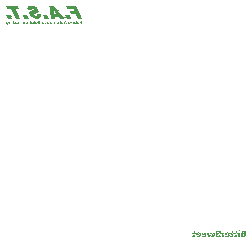
<source format=gbo>
G04*
G04 #@! TF.GenerationSoftware,Altium Limited,Altium Designer,21.3.2 (30)*
G04*
G04 Layer_Color=32896*
%FSTAX25Y25*%
%MOIN*%
G70*
G04*
G04 #@! TF.SameCoordinates,4B655C25-F8CF-4A4B-9A5B-65FE686E617B*
G04*
G04*
G04 #@! TF.FilePolarity,Positive*
G04*
G01*
G75*
G36*
X0311091Y0348736D02*
X0311137D01*
Y0348632D01*
X0311184D01*
Y034854D01*
X031123D01*
Y0348447D01*
X0311276D01*
Y0348343D01*
X0311322D01*
Y0348251D01*
X031138D01*
Y0348159D01*
X0311426D01*
Y0348009D01*
X0311472D01*
Y0347916D01*
X0311518D01*
Y0347824D01*
X0311564D01*
Y034772D01*
X0311611D01*
Y0347628D01*
X0311668D01*
Y0347582D01*
X0312915D01*
Y0347535D01*
X0312672D01*
Y0347478D01*
X0312188D01*
Y0347432D01*
X0311715D01*
Y0347385D01*
X0311761D01*
Y0347293D01*
X0311807D01*
Y0347189D01*
X0311853D01*
Y0347097D01*
X0311899D01*
Y0347005D01*
X0311957D01*
Y0346901D01*
X0312003D01*
Y0346762D01*
X0312049D01*
Y034667D01*
X0312095D01*
Y0346566D01*
X0312142D01*
Y0346474D01*
X0312188D01*
Y0346381D01*
X0312245D01*
Y0346277D01*
X0312292D01*
Y0346139D01*
X0312338D01*
Y0346035D01*
X0312384D01*
Y0345943D01*
X031243D01*
Y034585D01*
X0312476D01*
Y0345804D01*
X0313538D01*
Y0345746D01*
X0313827D01*
Y03457D01*
X0312961D01*
Y0345654D01*
X031258D01*
Y0345516D01*
X0313584D01*
Y0345458D01*
X031445D01*
Y0345412D01*
X0314161D01*
Y0345366D01*
X0313007D01*
Y034532D01*
X0312719D01*
Y0345227D01*
X0312765D01*
Y0345123D01*
X0312823D01*
Y0345031D01*
X0312869D01*
Y0344881D01*
X0312915D01*
Y0344789D01*
X0312961D01*
Y0344696D01*
X0313007D01*
Y0344592D01*
X0313053D01*
Y03445D01*
X0311611D01*
Y0344592D01*
X0311564D01*
Y0344696D01*
X0311518D01*
Y0344835D01*
X0311472D01*
Y0344939D01*
X0311426D01*
Y0345031D01*
X031138D01*
Y0345123D01*
X0311322D01*
Y0345227D01*
X0311276D01*
Y034532D01*
X031123D01*
Y0345458D01*
X0311184D01*
Y0345562D01*
X0311137D01*
Y0345654D01*
X0311091D01*
Y0345746D01*
X0311034D01*
Y034585D01*
X0310987D01*
Y0345943D01*
X0310941D01*
Y0345989D01*
X0310987D01*
Y0346035D01*
X0309406D01*
Y0346185D01*
X030936D01*
Y0346277D01*
X0309302D01*
Y0346381D01*
X0309256D01*
Y0346474D01*
X030921D01*
Y0346566D01*
X0309164D01*
Y034667D01*
X0309118D01*
Y0346808D01*
X0309071D01*
Y0346901D01*
X0309014D01*
Y0347005D01*
X0308968D01*
Y0347097D01*
X031041D01*
Y0347189D01*
X0310364D01*
Y0347339D01*
X0310318D01*
Y0347432D01*
X0310272D01*
Y0347535D01*
X0310226D01*
Y0347628D01*
X0310168D01*
Y034772D01*
X0310122D01*
Y0347824D01*
X0308206D01*
Y0347962D01*
X0308148D01*
Y0348055D01*
X0308102D01*
Y0348159D01*
X0308056D01*
Y0348251D01*
X030801D01*
Y0348343D01*
X0307963D01*
Y0348447D01*
X0307917D01*
Y034854D01*
X030839D01*
Y0348586D01*
X030786D01*
Y034869D01*
X0307813D01*
Y0348782D01*
X0307767D01*
Y0348874D01*
X0311091D01*
Y0348736D01*
D02*
G37*
G36*
X0308968Y0345562D02*
X0309014D01*
Y0345458D01*
X0309071D01*
Y0345366D01*
X0309118D01*
Y0345273D01*
X0309164D01*
Y0345169D01*
X030921D01*
Y0345077D01*
X0309256D01*
Y0345031D01*
X0309499D01*
Y0344985D01*
X0310029D01*
Y0344939D01*
X0309406D01*
Y0344881D01*
X0309302D01*
Y0344835D01*
X0309406D01*
Y0344789D01*
X031041D01*
Y0344742D01*
X0310318D01*
Y0344696D01*
X0309406D01*
Y034465D01*
X0309452D01*
Y03445D01*
X030801D01*
Y0344592D01*
X0307963D01*
Y0344742D01*
X0307917D01*
Y0344835D01*
X030786D01*
Y0344939D01*
X0307813D01*
Y0345031D01*
X0307767D01*
Y0345123D01*
X0307721D01*
Y0345273D01*
X0307675D01*
Y0345366D01*
X0307629D01*
Y0345458D01*
X0307571D01*
Y0345562D01*
X0307525D01*
Y0345654D01*
X0308968D01*
Y0345562D01*
D02*
G37*
G36*
X0304593Y0348828D02*
X0304305D01*
Y0348782D01*
X030382D01*
Y0348736D01*
X0303774D01*
Y034869D01*
X030382D01*
Y0348586D01*
X0303878D01*
Y034854D01*
X0303924D01*
Y0348493D01*
X030397D01*
Y0348447D01*
X0304016D01*
Y0348343D01*
X0304062D01*
Y0348297D01*
X0304109D01*
Y0348251D01*
X0304166D01*
Y0348205D01*
X0304212D01*
Y0348113D01*
X0304259D01*
Y0348055D01*
X0304305D01*
Y0348009D01*
X0304351D01*
Y0347962D01*
X0304397D01*
Y034787D01*
X0304455D01*
Y0347824D01*
X0304501D01*
Y0347766D01*
X0304547D01*
Y034772D01*
X0304593D01*
Y0347628D01*
X0304639D01*
Y0347582D01*
X0304743D01*
Y0347535D01*
X0305897D01*
Y0347478D01*
X0306278D01*
Y0347432D01*
X0305459D01*
Y0347385D01*
X0304501D01*
Y0347339D01*
X0305655D01*
Y0347293D01*
X0305505D01*
Y0347247D01*
X0304974D01*
Y0347189D01*
X0305032D01*
Y0347097D01*
X0305078D01*
Y0347051D01*
X0305124D01*
Y0347005D01*
X030517D01*
Y0346958D01*
X0305217D01*
Y0346854D01*
X0305263D01*
Y0346808D01*
X030532D01*
Y0346762D01*
X0305367D01*
Y0346716D01*
X0305413D01*
Y0346612D01*
X0305459D01*
Y0346566D01*
X0305505D01*
Y034652D01*
X0305551D01*
Y0346474D01*
X0305609D01*
Y0346381D01*
X0305655D01*
Y0346324D01*
X0305701D01*
Y0346277D01*
X0305747D01*
Y0346231D01*
X0305794D01*
Y0346185D01*
X030584D01*
Y0346093D01*
X0305897D01*
Y0346035D01*
X0305944D01*
Y0345989D01*
X030599D01*
Y0345943D01*
X0306036D01*
Y034585D01*
X0306082D01*
Y0345804D01*
X0306128D01*
Y0345746D01*
X0306186D01*
Y03457D01*
X0306232D01*
Y0345608D01*
X0306278D01*
Y0345562D01*
X0306325D01*
Y0345516D01*
X0306371D01*
Y0345458D01*
X0306417D01*
Y0345366D01*
X0306475D01*
Y034532D01*
X0306521D01*
Y0345273D01*
X0306567D01*
Y0345227D01*
X0306613D01*
Y0345169D01*
X0306659D01*
Y0345077D01*
X0306705D01*
Y0345031D01*
X0306763D01*
Y0344985D01*
X0307675D01*
Y0344881D01*
X030719D01*
Y0344835D01*
X0306902D01*
Y0344789D01*
X0306948D01*
Y0344742D01*
X0306994D01*
Y0344696D01*
X0307052D01*
Y0344592D01*
X0307098D01*
Y03445D01*
X0305701D01*
Y0344592D01*
X0305655D01*
Y034465D01*
X0305609D01*
Y0344696D01*
X0305551D01*
Y0344789D01*
X0305505D01*
Y0344835D01*
X0305459D01*
Y0344939D01*
X0305413D01*
Y0344985D01*
X0305367D01*
Y0345031D01*
X030532D01*
Y0345077D01*
X0303635D01*
Y0345031D01*
X0303924D01*
Y0344985D01*
X0304016D01*
Y0344881D01*
X0304062D01*
Y034465D01*
X0304109D01*
Y03445D01*
X0302666D01*
Y0344881D01*
X030262D01*
Y034532D01*
X0302573D01*
Y03457D01*
X0302527D01*
Y0346139D01*
X0302481D01*
Y0346266D01*
Y0346277D01*
Y0346566D01*
X0302435D01*
Y0346958D01*
X0302377D01*
Y0347385D01*
X0302331D01*
Y0347766D01*
X0302285D01*
Y0348205D01*
X0302239D01*
Y0348586D01*
X0302193D01*
Y0348874D01*
X0304593D01*
Y0348828D01*
D02*
G37*
G36*
X0301466Y0345608D02*
X0301512D01*
Y0345516D01*
X0301569D01*
Y0345412D01*
X0301616D01*
Y034532D01*
X0302146D01*
Y0345273D01*
X0301662D01*
Y0345227D01*
X0301708D01*
Y0345077D01*
X0301754D01*
Y0344985D01*
X03018D01*
Y0344881D01*
X0301858D01*
Y0344789D01*
X0301904D01*
Y0344696D01*
X030195D01*
Y0344592D01*
X0301996D01*
Y03445D01*
X0300554D01*
Y0344546D01*
X0300507D01*
Y034465D01*
X0300461D01*
Y0344835D01*
X0300415D01*
Y0344881D01*
X0300357D01*
Y0344985D01*
X0300311D01*
Y0345077D01*
X0300265D01*
Y0345169D01*
X0300219D01*
Y0345273D01*
X0300173D01*
Y0345412D01*
X0300127D01*
Y0345516D01*
X0300069D01*
Y0345654D01*
X0301466D01*
Y0345608D01*
D02*
G37*
G36*
X0296849Y0348828D02*
X0298049D01*
Y0348782D01*
X0298153D01*
Y0348736D01*
X0297137D01*
Y034869D01*
X0296999D01*
Y0348632D01*
X029738D01*
Y0348586D01*
X0297472D01*
Y034854D01*
X0297576D01*
Y0348493D01*
X0297622D01*
Y0348447D01*
X0297714D01*
Y0348401D01*
X0297761D01*
Y0348343D01*
X0297864D01*
Y0348297D01*
X0297911D01*
Y0348251D01*
X0297957D01*
Y0348205D01*
X0298869D01*
Y0348159D01*
X0299261D01*
Y0348113D01*
X0298488D01*
Y0348055D01*
X0298153D01*
Y0348009D01*
X0298199D01*
Y0347916D01*
X0298245D01*
Y034787D01*
X0298291D01*
Y0347766D01*
X0298338D01*
Y034772D01*
X0298395D01*
Y0347628D01*
X0298442D01*
Y0347535D01*
X0298488D01*
Y0347385D01*
X0298534D01*
Y0347189D01*
X029858D01*
Y0346901D01*
X0298534D01*
Y0346762D01*
X0298488D01*
Y034667D01*
X0298442D01*
Y0346612D01*
X0298395D01*
Y0346566D01*
X0298338D01*
Y034652D01*
X0298291D01*
Y0346474D01*
X0298245D01*
Y0346427D01*
X0298153D01*
Y0346381D01*
X0298534D01*
Y0346324D01*
X029873D01*
Y0346277D01*
X0297818D01*
Y0346231D01*
X0297622D01*
Y0346185D01*
X0297426D01*
Y0346139D01*
X0297287D01*
Y0346093D01*
X0297137D01*
Y0346035D01*
X0297045D01*
Y0345989D01*
X0296999D01*
Y0345943D01*
X0296953D01*
Y034585D01*
X0296999D01*
Y0345746D01*
X0297045D01*
Y03457D01*
X0297091D01*
Y0345654D01*
X0297137D01*
Y0345608D01*
X0297241D01*
Y0345562D01*
X0297426D01*
Y0345516D01*
X0297761D01*
Y0345562D01*
X0297911D01*
Y0345608D01*
X0297957D01*
Y03457D01*
X0298003D01*
Y0345943D01*
X0299307D01*
Y0345804D01*
X0299353D01*
Y0345608D01*
X0299399D01*
Y0345273D01*
X0299353D01*
Y0345077D01*
X0299307D01*
Y0344985D01*
X0299261D01*
Y0344939D01*
X0299203D01*
Y0344881D01*
X0299157D01*
Y0344835D01*
X0299111D01*
Y0344789D01*
X0299596D01*
Y0344742D01*
X0299446D01*
Y0344696D01*
X0298972D01*
Y034465D01*
X0298822D01*
Y0344592D01*
X0298626D01*
Y0344546D01*
X0298338D01*
Y03445D01*
X0297911D01*
Y0344546D01*
X0297472D01*
Y0344592D01*
X0297287D01*
Y034465D01*
X0297091D01*
Y0344696D01*
X0296953D01*
Y0344742D01*
X0296849D01*
Y0344789D01*
X029671D01*
Y0344835D01*
X0296606D01*
Y0344881D01*
X029656D01*
Y0344939D01*
X0296468D01*
Y0344985D01*
X0296422D01*
Y0345031D01*
X0296318D01*
Y0345077D01*
X0296272D01*
Y0345123D01*
X0296226D01*
Y0345169D01*
X0296133D01*
Y0345227D01*
X0296087D01*
Y0345273D01*
X0296029D01*
Y034532D01*
X0295983D01*
Y0345412D01*
X0295937D01*
Y0345458D01*
X0295891D01*
Y0345516D01*
X0295845D01*
Y0345562D01*
X0295798D01*
Y0345654D01*
X0295741D01*
Y0345746D01*
X0295695D01*
Y0345804D01*
X0295648D01*
Y0345897D01*
X0295602D01*
Y0346035D01*
X0295556D01*
Y0346139D01*
X029551D01*
Y034667D01*
X0295556D01*
Y0346762D01*
X0296133D01*
Y0346808D01*
X0295648D01*
Y0346901D01*
X0295741D01*
Y0346958D01*
X0295798D01*
Y0347005D01*
X0295845D01*
Y0347051D01*
X0295937D01*
Y0347097D01*
X0296087D01*
Y0347143D01*
X0296179D01*
Y0347189D01*
X0296375D01*
Y0347247D01*
X0296514D01*
Y0347293D01*
X0296664D01*
Y0347339D01*
X0296803D01*
Y0347385D01*
X0296953D01*
Y0347432D01*
X0296999D01*
Y0347478D01*
X0297091D01*
Y0347674D01*
X0297045D01*
Y0347766D01*
X0296953D01*
Y0347824D01*
X0296849D01*
Y034787D01*
X0296375D01*
Y0347824D01*
X0296272D01*
Y034772D01*
X0296226D01*
Y0347628D01*
X0296272D01*
Y0347535D01*
X0294979D01*
Y0347628D01*
X0294933D01*
Y034787D01*
X0294875D01*
Y0348159D01*
X0294933D01*
Y0348343D01*
X0294979D01*
Y0348447D01*
X0295025D01*
Y034854D01*
X0295071D01*
Y0348586D01*
X0295117D01*
Y0348632D01*
X0295164D01*
Y034869D01*
X0295268D01*
Y0348736D01*
X029536D01*
Y0348782D01*
X0295452D01*
Y0348828D01*
X0295695D01*
Y0348874D01*
X0296849D01*
Y0348828D01*
D02*
G37*
G36*
X0294737Y0345562D02*
X0294783D01*
Y0345458D01*
X0294829D01*
Y0345412D01*
X0295025D01*
Y0345366D01*
X0295314D01*
Y034532D01*
X0294875D01*
Y0345273D01*
X0294933D01*
Y0345227D01*
X0295695D01*
Y0345169D01*
X029551D01*
Y0345123D01*
X0294979D01*
Y0345031D01*
X0295025D01*
Y0344939D01*
X0295071D01*
Y0344835D01*
X0295117D01*
Y0344742D01*
X0295164D01*
Y034465D01*
X0295221D01*
Y03445D01*
X0293779D01*
Y0344592D01*
X0293721D01*
Y0344742D01*
X0293675D01*
Y0344835D01*
X0293629D01*
Y0344939D01*
X0293582D01*
Y0345031D01*
X0293536D01*
Y0345123D01*
X029349D01*
Y0345227D01*
X0293432D01*
Y0345366D01*
X0293386D01*
Y0345458D01*
X029334D01*
Y0345562D01*
X0293294D01*
Y0345654D01*
X0294737D01*
Y0345562D01*
D02*
G37*
G36*
X0291609Y0348782D02*
X0291655D01*
Y034869D01*
X0291701D01*
Y0348586D01*
X0291759D01*
Y0348493D01*
X0291805D01*
Y0348343D01*
X0291851D01*
Y0348251D01*
X0291897D01*
Y0348159D01*
X0291944D01*
Y0348055D01*
X029199D01*
Y0347962D01*
X0292047D01*
Y034787D01*
X0292094D01*
Y034772D01*
X0290893D01*
Y0347674D01*
X0290939D01*
Y0347582D01*
X0290985D01*
Y0347535D01*
X029132D01*
Y0347478D01*
X0291701D01*
Y0347432D01*
X0291032D01*
Y0347385D01*
X0291078D01*
Y0347293D01*
X0291124D01*
Y0347143D01*
X0291182D01*
Y0347051D01*
X0291228D01*
Y0346958D01*
X0291274D01*
Y0346854D01*
X029132D01*
Y0346762D01*
X0291366D01*
Y0346716D01*
X0292336D01*
Y034667D01*
X0291944D01*
Y0346612D01*
X0291413D01*
Y0346566D01*
X029147D01*
Y0346427D01*
X0291516D01*
Y0346324D01*
X0291563D01*
Y0346231D01*
X0291609D01*
Y0346139D01*
X0291655D01*
Y0346035D01*
X0291701D01*
Y0345943D01*
X0291759D01*
Y0345804D01*
X0291805D01*
Y03457D01*
X0291851D01*
Y0345608D01*
X0291897D01*
Y0345516D01*
X0291944D01*
Y0345458D01*
X029199D01*
Y0345412D01*
X0292959D01*
Y0345366D01*
X0292763D01*
Y034532D01*
X0292047D01*
Y0345227D01*
X0292671D01*
Y0345169D01*
X0293294D01*
Y0345123D01*
X0292717D01*
Y0345077D01*
X029214D01*
Y0344985D01*
X0292186D01*
Y0344881D01*
X0292232D01*
Y0344789D01*
X0292278D01*
Y0344696D01*
X0292336D01*
Y0344592D01*
X0292382D01*
Y03445D01*
X0290939D01*
Y0344592D01*
X0290893D01*
Y0344696D01*
X0290835D01*
Y0344789D01*
X0290789D01*
Y0344881D01*
X0290743D01*
Y0344985D01*
X0290697D01*
Y0345123D01*
X0290651D01*
Y0345227D01*
X0290605D01*
Y034532D01*
X0290547D01*
Y0345412D01*
X0290501D01*
Y0345516D01*
X0290455D01*
Y0345608D01*
X0290408D01*
Y0345746D01*
X0290362D01*
Y034585D01*
X0290316D01*
Y0345943D01*
X0290258D01*
Y0346035D01*
X0290212D01*
Y0346139D01*
X0290166D01*
Y0346231D01*
X029012D01*
Y0346381D01*
X0290074D01*
Y0346474D01*
X0290028D01*
Y0346566D01*
X028997D01*
Y034667D01*
X0289924D01*
Y0346762D01*
X0289878D01*
Y0346854D01*
X0289831D01*
Y0346958D01*
X0289785D01*
Y0347097D01*
X0289739D01*
Y0347189D01*
X0289681D01*
Y0347293D01*
X0289635D01*
Y0347385D01*
X0289589D01*
Y0347478D01*
X0289543D01*
Y0347582D01*
X0289497D01*
Y034772D01*
X0288239D01*
Y0347766D01*
X0288192D01*
Y034787D01*
X0288146D01*
Y0347962D01*
X02881D01*
Y0348055D01*
X0288054D01*
Y0348159D01*
X0288008D01*
Y0348251D01*
X028795D01*
Y0348343D01*
X0288342D01*
Y0348401D01*
X0288054D01*
Y0348447D01*
X0287904D01*
Y0348493D01*
X0287858D01*
Y0348586D01*
X0287812D01*
Y034869D01*
X0287765D01*
Y0348782D01*
X0287719D01*
Y0348874D01*
X0291609D01*
Y0348782D01*
D02*
G37*
G36*
X0289254Y0345516D02*
X02893D01*
Y0345412D01*
X0289347D01*
Y0345366D01*
X0289831D01*
Y034532D01*
X0289785D01*
Y0345273D01*
X0289878D01*
Y0345227D01*
X0289635D01*
Y0345169D01*
X0290212D01*
Y0345123D01*
X0289635D01*
Y0345077D01*
X0289497D01*
Y0345031D01*
X0289543D01*
Y0344881D01*
X0289589D01*
Y0344789D01*
X0289635D01*
Y0344696D01*
X0289681D01*
Y0344592D01*
X0289739D01*
Y03445D01*
X0288296D01*
Y0344592D01*
X0288239D01*
Y0344696D01*
X0288192D01*
Y0344789D01*
X0288146D01*
Y0344881D01*
X02881D01*
Y0344985D01*
X0288054D01*
Y0345077D01*
X0288008D01*
Y0345227D01*
X028795D01*
Y034532D01*
X0287904D01*
Y0345412D01*
X0287858D01*
Y0345516D01*
X0287812D01*
Y0345608D01*
X0289254D01*
Y0345516D01*
D02*
G37*
G36*
X0301662Y0343634D02*
X0301419D01*
Y0343877D01*
X0301662D01*
Y0343634D01*
D02*
G37*
G36*
X0295406D02*
X0295221D01*
Y0343877D01*
X0295406D01*
Y0343634D01*
D02*
G37*
G36*
X0289878Y0343646D02*
Y0343634D01*
X0289635D01*
Y0343877D01*
X0289878D01*
Y0343646D01*
D02*
G37*
G36*
X0309833Y0342803D02*
Y0342792D01*
Y0342769D01*
X0309591D01*
Y0343253D01*
X0309545D01*
Y03433D01*
X0309499D01*
Y0343346D01*
X030936D01*
Y0343588D01*
X0309545D01*
Y0343542D01*
X0309591D01*
Y0343588D01*
X0309833D01*
Y0342803D01*
D02*
G37*
G36*
X0304501Y0342769D02*
X0304259D01*
Y0343346D01*
X0304212D01*
Y0343392D01*
X0304062D01*
Y0343346D01*
X0304016D01*
Y0343057D01*
Y0343046D01*
Y0342769D01*
X0303774D01*
Y0343346D01*
X0303728D01*
Y0343392D01*
X0303589D01*
Y0343346D01*
X0303531D01*
Y0342769D01*
X0303301D01*
Y0343392D01*
X0303347D01*
Y0343496D01*
X0303393D01*
Y0343542D01*
X0303439D01*
Y0343588D01*
X0303774D01*
Y0343542D01*
X030382D01*
Y0343496D01*
X0303878D01*
Y0343542D01*
X0303924D01*
Y0343588D01*
X0304212D01*
Y0343542D01*
X0304259D01*
Y0343588D01*
X0304501D01*
Y0342769D01*
D02*
G37*
G36*
X0294113D02*
X0293871D01*
Y0343346D01*
X0293825D01*
Y0343392D01*
X0293675D01*
Y0343346D01*
X0293629D01*
Y0343323D01*
Y0343311D01*
Y0342769D01*
X0293386D01*
Y0343438D01*
X0293432D01*
Y0343542D01*
X0293536D01*
Y0343588D01*
X0293825D01*
Y0343542D01*
X0293871D01*
Y0343588D01*
X0294113D01*
Y0342769D01*
D02*
G37*
G36*
X0289497D02*
X0289254D01*
Y03433D01*
X0289208D01*
Y0343346D01*
X0289162D01*
Y0343392D01*
X0289058D01*
Y0343346D01*
X0289012D01*
Y03433D01*
X0288966D01*
Y0342792D01*
Y034278D01*
Y0342769D01*
X028877D01*
Y0343496D01*
X0288816D01*
Y0343542D01*
X0288873D01*
Y0343588D01*
X0289208D01*
Y0343542D01*
X0289254D01*
Y0343588D01*
X0289497D01*
Y0342769D01*
D02*
G37*
G36*
X0288435Y0343542D02*
X0288527D01*
Y0343496D01*
X0288585D01*
Y0343392D01*
X0288631D01*
Y0343057D01*
X0288585D01*
Y0342965D01*
X0288527D01*
Y0342919D01*
X0288481D01*
Y0342861D01*
X02881D01*
Y0342919D01*
X0288054D01*
Y0342815D01*
X02881D01*
Y0342769D01*
X0288435D01*
Y0342815D01*
X0288527D01*
Y0342769D01*
X0288585D01*
Y034263D01*
X0288481D01*
Y0342572D01*
X0288008D01*
Y034263D01*
X0287904D01*
Y0342676D01*
X0287858D01*
Y0342769D01*
X0287812D01*
Y0343588D01*
X0288054D01*
Y0343542D01*
X02881D01*
Y0343588D01*
X0288435D01*
Y0343542D01*
D02*
G37*
G36*
X0301327Y0343496D02*
X0301281D01*
Y0343392D01*
X0301223D01*
Y03433D01*
X0301177D01*
Y034315D01*
X0301131D01*
Y0343057D01*
X0301085D01*
Y0342919D01*
X0301038D01*
Y0342815D01*
X0300992D01*
Y0342769D01*
X0300796D01*
Y0342861D01*
X030075D01*
Y0342965D01*
X0300704D01*
Y0343104D01*
X0300646D01*
Y0343207D01*
X03006D01*
Y0343346D01*
X0300554D01*
Y0343438D01*
X0300507D01*
Y0343588D01*
X030075D01*
Y0343438D01*
X0300796D01*
Y03433D01*
X0300842D01*
Y0343207D01*
X0300888D01*
Y034315D01*
X0300935D01*
Y0343253D01*
X0300992D01*
Y0343392D01*
X0301038D01*
Y0343542D01*
X0301085D01*
Y0343588D01*
X0301327D01*
Y0343496D01*
D02*
G37*
G36*
X0312142Y0342861D02*
X0312095D01*
Y0342815D01*
X0312003D01*
Y0342769D01*
X0311761D01*
Y0342815D01*
X0311668D01*
Y0342769D01*
X0311472D01*
Y0343588D01*
X0311668D01*
Y0343057D01*
X0311715D01*
Y0343011D01*
X0311761D01*
Y0342965D01*
X0311853D01*
Y0343011D01*
X0311899D01*
Y0343057D01*
X0311957D01*
Y0343588D01*
X0312142D01*
Y0342861D01*
D02*
G37*
G36*
X031123Y0343588D02*
X0311322D01*
Y0343542D01*
Y0343531D01*
Y0343392D01*
X031123D01*
Y0342861D01*
X0311184D01*
Y0342815D01*
X0311137D01*
Y0342769D01*
X0310895D01*
Y0342815D01*
X0310849D01*
Y0343011D01*
X0310941D01*
Y0342965D01*
X0310987D01*
Y0343011D01*
X0311034D01*
Y0343392D01*
X0310849D01*
Y0343588D01*
X0311034D01*
Y0343784D01*
X031123D01*
Y0343588D01*
D02*
G37*
G36*
X0310699Y0342919D02*
X0310653D01*
Y0342815D01*
X031056D01*
Y0342769D01*
X0310272D01*
Y0342815D01*
X0310226D01*
Y0342769D01*
X0309983D01*
Y0343588D01*
X0310226D01*
Y0343173D01*
Y0343161D01*
Y0343057D01*
X0310272D01*
Y0343011D01*
X0310318D01*
Y0342965D01*
X031041D01*
Y0343011D01*
X0310456D01*
Y0343104D01*
X0310514D01*
Y0343588D01*
X0310699D01*
Y0342919D01*
D02*
G37*
G36*
X0309071Y0343542D02*
X0309164D01*
Y0343496D01*
X030921D01*
Y0343392D01*
X0309256D01*
Y0343253D01*
X0309302D01*
Y0343104D01*
X0309256D01*
Y0342965D01*
X030921D01*
Y0342919D01*
X0309164D01*
Y0342861D01*
X0309118D01*
Y0342815D01*
X0309014D01*
Y0342769D01*
X0308725D01*
Y0342815D01*
X0308633D01*
Y0342861D01*
X0308587D01*
Y0342919D01*
X0308541D01*
Y0342965D01*
X0308587D01*
Y0343011D01*
X0308633D01*
Y0343057D01*
X0308725D01*
Y0343011D01*
X0308783D01*
Y0342965D01*
X0308968D01*
Y0343011D01*
X0309014D01*
Y0343057D01*
X0309071D01*
Y0343104D01*
X0308541D01*
Y0343392D01*
X0308587D01*
Y0343496D01*
X0308633D01*
Y0343542D01*
X0308725D01*
Y0343588D01*
X0309071D01*
Y0343542D01*
D02*
G37*
G36*
X0306855Y0342861D02*
X0306809D01*
Y0342815D01*
X0306705D01*
Y0342769D01*
X0306475D01*
Y0342815D01*
X0306371D01*
Y0342769D01*
X0306186D01*
Y034278D01*
Y0342792D01*
Y0343588D01*
X0306371D01*
Y0343057D01*
X0306417D01*
Y0343011D01*
X0306475D01*
Y0342965D01*
X0306567D01*
Y0343011D01*
X0306613D01*
Y0343057D01*
X0306659D01*
Y0343588D01*
X0306855D01*
Y0342861D01*
D02*
G37*
G36*
X0305944Y0343588D02*
X0306036D01*
Y0343392D01*
X0305944D01*
Y0342861D01*
X0305897D01*
Y0342815D01*
X030584D01*
Y0342769D01*
X0305609D01*
Y0342815D01*
X0305551D01*
Y0343011D01*
X0305655D01*
Y0342965D01*
X0305701D01*
Y0343011D01*
X0305747D01*
Y0343392D01*
X0305551D01*
Y0343588D01*
X0305747D01*
Y0343784D01*
X0305944D01*
Y0343588D01*
D02*
G37*
G36*
X0300219Y0343542D02*
X0300311D01*
Y0343496D01*
X0300357D01*
Y0343392D01*
X0300415D01*
Y0343253D01*
X0300461D01*
Y0343104D01*
X0300415D01*
Y0342965D01*
X0300357D01*
Y0342861D01*
X0300265D01*
Y0342815D01*
X0300173D01*
Y0342769D01*
X0299884D01*
Y0342815D01*
X029978D01*
Y0342861D01*
X0299734D01*
Y0342919D01*
X0299688D01*
Y0342965D01*
X0299734D01*
Y0343011D01*
X029978D01*
Y0343057D01*
X0299884D01*
Y0343011D01*
X029993D01*
Y0342965D01*
X0300127D01*
Y0343011D01*
X0300173D01*
Y0343057D01*
X0300219D01*
Y0343104D01*
X0299688D01*
Y0343392D01*
X0299734D01*
Y0343496D01*
X029978D01*
Y0343542D01*
X0299884D01*
Y0343588D01*
X0300219D01*
Y0343542D01*
D02*
G37*
G36*
X0296895Y0343161D02*
Y034315D01*
Y0342919D01*
X0296849D01*
Y0342861D01*
X0296803D01*
Y0342815D01*
X0296756D01*
Y0342769D01*
X0296468D01*
Y0342815D01*
X0296422D01*
Y0342769D01*
X0296179D01*
Y0343588D01*
X0296422D01*
Y0343011D01*
X0296514D01*
Y0342965D01*
X029656D01*
Y0343011D01*
X0296664D01*
Y0343588D01*
X0296895D01*
Y0343161D01*
D02*
G37*
G36*
X0291851Y0343542D02*
X0291897D01*
Y0343496D01*
X0291944D01*
Y0343438D01*
X029199D01*
Y0343346D01*
X0292047D01*
Y0343011D01*
X029199D01*
Y0342919D01*
X0291944D01*
Y0342861D01*
X0291897D01*
Y0342815D01*
X0291805D01*
Y0342769D01*
X029147D01*
Y0342815D01*
X0291366D01*
Y0342861D01*
X029132D01*
Y0343011D01*
X0291366D01*
Y0343057D01*
X029147D01*
Y0343011D01*
X0291516D01*
Y0342965D01*
X0291701D01*
Y0343011D01*
X0291759D01*
Y0343057D01*
X0291805D01*
Y0343104D01*
X0291274D01*
Y0343346D01*
X029132D01*
Y0343438D01*
X0291366D01*
Y0343496D01*
X0291413D01*
Y0343542D01*
X029147D01*
Y0343588D01*
X0291851D01*
Y0343542D01*
D02*
G37*
G36*
X0290408Y0343588D02*
X0290501D01*
Y0343392D01*
X0290408D01*
Y0342861D01*
X0290362D01*
Y0342815D01*
X0290316D01*
Y0342769D01*
X0290028D01*
Y0343011D01*
X029012D01*
Y0342965D01*
X0290166D01*
Y0343011D01*
X0290212D01*
Y0343392D01*
X028997D01*
Y0343588D01*
X0290212D01*
Y0343784D01*
X0290408D01*
Y0343588D01*
D02*
G37*
G36*
X0313053Y0342769D02*
X0312823D01*
Y0343207D01*
X0312338D01*
Y0343392D01*
X0312823D01*
Y0343473D01*
Y0343484D01*
Y0343634D01*
X0312292D01*
Y0343831D01*
X0313053D01*
Y0342769D01*
D02*
G37*
G36*
X0307629Y0343727D02*
X0307675D01*
Y0343588D01*
X0307721D01*
Y0343496D01*
X0307767D01*
Y0343392D01*
X0307813D01*
Y03433D01*
X030786D01*
Y0343161D01*
Y034315D01*
X0307917D01*
Y0343057D01*
X0307963D01*
Y0342965D01*
X030801D01*
Y0342815D01*
X0308056D01*
Y0342769D01*
X0307813D01*
Y0342815D01*
X0307767D01*
Y0342965D01*
X0307721D01*
Y0343011D01*
X0307282D01*
Y0342965D01*
X0307236D01*
Y0342861D01*
X030719D01*
Y0342769D01*
X0306948D01*
Y0342861D01*
X0306994D01*
Y0343011D01*
X0307052D01*
Y0343104D01*
X0307098D01*
Y0343207D01*
X0307144D01*
Y03433D01*
X030719D01*
Y0343438D01*
X0307236D01*
Y0343542D01*
X0307282D01*
Y0343634D01*
X030734D01*
Y0343784D01*
X0307386D01*
Y0343831D01*
X0307629D01*
Y0343727D01*
D02*
G37*
G36*
X0305217Y0343542D02*
X030532D01*
Y0343496D01*
X0305367D01*
Y0343438D01*
X0305413D01*
Y0343346D01*
X0305459D01*
Y0343011D01*
X0305413D01*
Y0342919D01*
X0305367D01*
Y0342861D01*
X0305263D01*
Y0342815D01*
X0305217D01*
Y0342769D01*
X0304882D01*
Y0342815D01*
X0304789D01*
Y0342861D01*
X0304743D01*
Y0342919D01*
X0304686D01*
Y0342965D01*
X0304639D01*
Y0343104D01*
X0304593D01*
Y0343253D01*
X0304639D01*
Y0343392D01*
X0304686D01*
Y0343496D01*
X0304743D01*
Y0343507D01*
Y0343519D01*
Y0343542D01*
X0304836D01*
Y0343588D01*
X0305217D01*
Y0343542D01*
D02*
G37*
G36*
X0302954D02*
X0303058D01*
Y0343496D01*
X0303104D01*
Y0343392D01*
X0303151D01*
Y03433D01*
X0303197D01*
Y0343057D01*
X0303151D01*
Y0342965D01*
X0303104D01*
Y0342861D01*
X0303012D01*
Y0342815D01*
X0302908D01*
Y0342769D01*
X030262D01*
Y0342815D01*
X0302527D01*
Y0342861D01*
X0302481D01*
Y0342919D01*
X0302435D01*
Y0342965D01*
X0302377D01*
Y0343057D01*
X0302331D01*
Y03433D01*
X0302377D01*
Y0343438D01*
X0302435D01*
Y0343496D01*
X0302481D01*
Y0343542D01*
X0302573D01*
Y0343588D01*
X0302954D01*
Y0343542D01*
D02*
G37*
G36*
X0302193Y0343588D02*
X0302285D01*
Y0343392D01*
X0302193D01*
Y0342861D01*
X0302146D01*
Y0342815D01*
X0302089D01*
Y0342769D01*
X03018D01*
Y0342815D01*
X0301754D01*
Y0343011D01*
X030195D01*
Y0343392D01*
X0301754D01*
Y0343588D01*
X030195D01*
Y0343784D01*
X0302193D01*
Y0343588D01*
D02*
G37*
G36*
X0301616Y0343484D02*
Y0343473D01*
Y0342769D01*
X0301419D01*
Y0343588D01*
X0301616D01*
Y0343484D01*
D02*
G37*
G36*
X0298972Y0343784D02*
X0299019D01*
Y0343727D01*
X0299065D01*
Y0343681D01*
X0299111D01*
Y0343346D01*
X0299065D01*
Y03433D01*
X0299019D01*
Y0343253D01*
X0298869D01*
Y0343207D01*
X0298684D01*
Y034315D01*
X029858D01*
Y0343011D01*
X0298684D01*
Y0342965D01*
X0298776D01*
Y0343011D01*
X0298915D01*
Y0343057D01*
X0298972D01*
Y0343104D01*
X0299065D01*
Y0343057D01*
X0299111D01*
Y0343011D01*
X0299157D01*
Y0342919D01*
X0299111D01*
Y0342861D01*
X0299019D01*
Y0342815D01*
X0298915D01*
Y0342769D01*
X029858D01*
Y0342815D01*
X0298488D01*
Y0342861D01*
X0298442D01*
Y0342919D01*
X0298395D01*
Y0343011D01*
X0298338D01*
Y0343207D01*
X0298395D01*
Y03433D01*
X0298442D01*
Y0343346D01*
X0298534D01*
Y0343392D01*
X029873D01*
Y0343438D01*
X0298869D01*
Y0343496D01*
X0298915D01*
Y0343588D01*
X0298869D01*
Y0343634D01*
X0298684D01*
Y0343623D01*
Y0343611D01*
Y0343588D01*
X029858D01*
Y0343542D01*
X0298442D01*
Y0343634D01*
X0298395D01*
Y0343727D01*
X0298442D01*
Y0343784D01*
X0298534D01*
Y0343831D01*
X0298972D01*
Y0343784D01*
D02*
G37*
G36*
X0298003Y0343542D02*
X0298107D01*
Y0343496D01*
X0298153D01*
Y0343438D01*
X0298199D01*
Y0343392D01*
X0298245D01*
Y0343011D01*
X0298199D01*
Y0342919D01*
X0298153D01*
Y0342861D01*
X0298107D01*
Y0342815D01*
X0298003D01*
Y0342769D01*
X0297668D01*
Y0342815D01*
X0297576D01*
Y0342861D01*
X029753D01*
Y0342919D01*
X0297472D01*
Y0343011D01*
X0297426D01*
Y0343392D01*
X0297472D01*
Y0343438D01*
X029753D01*
Y0343496D01*
X0297576D01*
Y0343542D01*
X0297668D01*
Y0343588D01*
X0298003D01*
Y0343542D01*
D02*
G37*
G36*
X0297287Y0342769D02*
X0297045D01*
Y0343023D01*
Y0343034D01*
Y0343877D01*
X0297287D01*
Y0342769D01*
D02*
G37*
G36*
X0295983Y0343773D02*
Y0343588D01*
X0296087D01*
Y0343392D01*
X0295983D01*
Y0342919D01*
X0295937D01*
Y0342815D01*
X0295891D01*
Y0342769D01*
X0295602D01*
Y0342815D01*
X0295556D01*
Y0343011D01*
X0295741D01*
Y0343392D01*
X0295556D01*
Y0343588D01*
X0295741D01*
Y0343784D01*
X0295983D01*
Y0343773D01*
D02*
G37*
G36*
X0295406Y03433D02*
Y0343288D01*
Y0342769D01*
X0295221D01*
Y0343588D01*
X0295406D01*
Y03433D01*
D02*
G37*
G36*
X0294829Y0343542D02*
X0294933D01*
Y0343496D01*
X0294979D01*
Y0343438D01*
X0295025D01*
Y0343346D01*
X0295071D01*
Y0343011D01*
X0295025D01*
Y0342919D01*
X0294979D01*
Y0342861D01*
X0294933D01*
Y0342815D01*
X0294829D01*
Y0342769D01*
X0294494D01*
Y0342815D01*
X0294402D01*
Y0342861D01*
X0294356D01*
Y0342919D01*
X0294298D01*
Y0342965D01*
X0294252D01*
Y0343104D01*
X0294206D01*
Y0343253D01*
X0294252D01*
Y0343392D01*
X0294298D01*
Y0343496D01*
X0294402D01*
Y0343542D01*
X0294448D01*
Y0343588D01*
X0294829D01*
Y0343542D01*
D02*
G37*
G36*
X0292855Y0343634D02*
X0292521D01*
Y0342769D01*
X0292336D01*
Y0343634D01*
X029199D01*
Y0343831D01*
X0292855D01*
Y0343634D01*
D02*
G37*
G36*
X0291032Y0343542D02*
X0291124D01*
Y0343438D01*
X0291182D01*
Y0343253D01*
X0291124D01*
Y0343219D01*
Y0343207D01*
Y034315D01*
X0291032D01*
Y0343104D01*
X0290893D01*
Y0343057D01*
X0290789D01*
Y0342965D01*
X0290985D01*
Y0343011D01*
X0291078D01*
Y0343057D01*
X0291124D01*
Y0343011D01*
X0291182D01*
Y0342965D01*
X0291228D01*
Y0342861D01*
X0291124D01*
Y0342815D01*
X0291032D01*
Y0342769D01*
X0290697D01*
Y0342815D01*
X0290651D01*
Y0342861D01*
X0290605D01*
Y0342919D01*
X0290547D01*
Y0343104D01*
X0290605D01*
Y0343207D01*
X0290651D01*
Y0343253D01*
X0290789D01*
Y03433D01*
X0290939D01*
Y0343392D01*
X0290743D01*
Y0343346D01*
X0290651D01*
Y0343392D01*
X0290605D01*
Y0343542D01*
X0290697D01*
Y0343588D01*
X0291032D01*
Y0343542D01*
D02*
G37*
G36*
X0289878Y0342769D02*
X0289635D01*
Y0343588D01*
X0289878D01*
Y0342769D01*
D02*
G37*
G36*
X0350627Y0273037D02*
X0350635D01*
Y0273035D01*
X0350642D01*
Y0273033D01*
X0350644D01*
Y027303D01*
X0350649D01*
Y0273028D01*
X0350651D01*
Y0273025D01*
X0350656D01*
Y0273023D01*
X0350658D01*
Y0273021D01*
X0350661D01*
Y0273018D01*
X0350663D01*
Y0273016D01*
X0350665D01*
Y0273014D01*
X0350668D01*
Y0273009D01*
X035067D01*
Y0273007D01*
X0350673D01*
Y0273002D01*
X0350675D01*
Y0272997D01*
X0350677D01*
Y0272992D01*
X035068D01*
Y0272988D01*
X0350682D01*
Y027298D01*
X0350684D01*
Y027295D01*
X0350682D01*
Y0272942D01*
X035068D01*
Y0272938D01*
X0350677D01*
Y0272933D01*
X0350675D01*
Y0272931D01*
X0350673D01*
Y0272926D01*
X035067D01*
Y0272923D01*
X0350668D01*
Y0272921D01*
X0350665D01*
Y0272919D01*
X0350663D01*
Y0272916D01*
X0350661D01*
Y0272914D01*
X0350656D01*
Y0272912D01*
X0350654D01*
Y0272909D01*
X0350651D01*
Y0272907D01*
X0350649D01*
Y0272905D01*
X0350646D01*
Y0272902D01*
X0350642D01*
Y02729D01*
X0350637D01*
Y0272897D01*
X0350632D01*
Y0272895D01*
X0350623D01*
Y0272893D01*
X035059D01*
Y0272895D01*
X0350583D01*
Y0272897D01*
X0350578D01*
Y02729D01*
X0350573D01*
Y0272902D01*
X0350568D01*
Y0272905D01*
X0350566D01*
Y0272907D01*
X0350564D01*
Y0272909D01*
X0350561D01*
Y0272912D01*
X0350559D01*
Y0272914D01*
X0350556D01*
Y0272916D01*
X0350554D01*
Y0272921D01*
X0350552D01*
Y0272923D01*
X0350549D01*
Y0272926D01*
X0350547D01*
Y0272928D01*
X0350545D01*
Y0272933D01*
X0350542D01*
Y0272938D01*
X035054D01*
Y0272942D01*
X0350537D01*
Y027295D01*
X0350535D01*
Y0272983D01*
X0350537D01*
Y0272992D01*
X035054D01*
Y0272997D01*
X0350542D01*
Y0273002D01*
X0350545D01*
Y0273004D01*
X0350547D01*
Y0273009D01*
X0350549D01*
Y0273011D01*
X0350552D01*
Y0273014D01*
X0350554D01*
Y0273016D01*
X0350556D01*
Y0273018D01*
X0350559D01*
Y0273021D01*
X0350561D01*
Y0273023D01*
X0350566D01*
Y0273025D01*
X0350568D01*
Y0273028D01*
X0350571D01*
Y027303D01*
X0350575D01*
Y0273033D01*
X035058D01*
Y0273035D01*
X0350585D01*
Y0273037D01*
X0350594D01*
Y027304D01*
X0350627D01*
Y0273037D01*
D02*
G37*
G36*
X0350421Y0272746D02*
X0350419D01*
Y0272748D01*
X0350421D01*
Y0272746D01*
D02*
G37*
G36*
X035177Y0272857D02*
X035178D01*
Y0272855D01*
X0351787D01*
Y0272852D01*
X0351794D01*
Y027285D01*
X0351799D01*
Y0272848D01*
X0351804D01*
Y0272845D01*
X0351806D01*
Y0272843D01*
X0351808D01*
Y027284D01*
X0351813D01*
Y0272838D01*
X0351816D01*
Y0272833D01*
X0351818D01*
Y0272831D01*
X035182D01*
Y0272829D01*
X0351823D01*
Y0272824D01*
X0351825D01*
Y0272819D01*
X0351827D01*
Y0272812D01*
X035183D01*
Y0272803D01*
X0351832D01*
Y0272774D01*
X035183D01*
Y0272762D01*
X0351827D01*
Y0272755D01*
X0351825D01*
Y0272748D01*
X0351823D01*
Y0272746D01*
X035182D01*
Y0272741D01*
X0351818D01*
Y0272739D01*
X0351816D01*
Y0272736D01*
X0351813D01*
Y0272734D01*
X0351811D01*
Y0272731D01*
X0351808D01*
Y0272729D01*
X0351806D01*
Y0272727D01*
X0351801D01*
Y0272724D01*
X0351797D01*
Y0272722D01*
X0351792D01*
Y027272D01*
X0351782D01*
Y0272717D01*
X035177D01*
Y0272715D01*
X0351725D01*
Y0272717D01*
X0351713D01*
Y027272D01*
X0351704D01*
Y0272722D01*
X0351699D01*
Y0272724D01*
X0351695D01*
Y0272727D01*
X035169D01*
Y0272729D01*
X0351688D01*
Y0272731D01*
X0351683D01*
Y0272734D01*
X035168D01*
Y0272736D01*
X0351678D01*
Y0272741D01*
X0351676D01*
Y0272743D01*
X0351673D01*
Y0272748D01*
X0351671D01*
Y0272753D01*
X0351669D01*
Y0272758D01*
X0351666D01*
Y0272767D01*
X0351664D01*
Y0272807D01*
X0351666D01*
Y0272817D01*
X0351669D01*
Y0272822D01*
X0351671D01*
Y0272826D01*
X0351673D01*
Y0272829D01*
X0351676D01*
Y0272833D01*
X0351678D01*
Y0272836D01*
X035168D01*
Y0272838D01*
X0351683D01*
Y027284D01*
X0351685D01*
Y0272843D01*
X0351688D01*
Y0272845D01*
X0351692D01*
Y0272848D01*
X0351697D01*
Y027285D01*
X0351702D01*
Y0272852D01*
X0351706D01*
Y0272855D01*
X0351716D01*
Y0272857D01*
X0351728D01*
Y027286D01*
X035177D01*
Y0272857D01*
D02*
G37*
G36*
X0350348Y0272824D02*
X0350345D01*
Y0272822D01*
X0350343D01*
Y0272819D01*
X0350338D01*
Y0272817D01*
X0350336D01*
Y0272814D01*
X0350333D01*
Y0272812D01*
X0350331D01*
Y027281D01*
X0350329D01*
Y0272807D01*
X0350326D01*
Y0272805D01*
X0350322D01*
Y0272803D01*
X0350319D01*
Y02728D01*
X0350317D01*
Y0272798D01*
X0350314D01*
Y0272796D01*
X0350312D01*
Y0272793D01*
X0350307D01*
Y0272791D01*
X0350305D01*
Y0272788D01*
X0350303D01*
Y0272786D01*
X0350298D01*
Y0272784D01*
X0350296D01*
Y0272781D01*
X0350293D01*
Y0272779D01*
X0350289D01*
Y0272777D01*
X0350286D01*
Y0272774D01*
X0350284D01*
Y0272772D01*
X0350279D01*
Y0272769D01*
X0350277D01*
Y0272767D01*
X0350272D01*
Y0272765D01*
X035027D01*
Y0272762D01*
X0350267D01*
Y027276D01*
X0350262D01*
Y0272758D01*
X035026D01*
Y0272755D01*
X0350255D01*
Y0272753D01*
X0350253D01*
Y027275D01*
X0350248D01*
Y0272748D01*
X0350246D01*
Y0272746D01*
X0350241D01*
Y0272743D01*
X0350239D01*
Y0272741D01*
X0350234D01*
Y0272739D01*
X0350232D01*
Y0272736D01*
X0350227D01*
Y0272734D01*
X0350222D01*
Y0272731D01*
X035022D01*
Y0272729D01*
X0350215D01*
Y0272727D01*
X035021D01*
Y0272724D01*
X0350208D01*
Y0272722D01*
X0350203D01*
Y027272D01*
X0350198D01*
Y0272717D01*
X0350196D01*
Y0272715D01*
X0350191D01*
Y0272712D01*
X0350186D01*
Y027271D01*
X0350182D01*
Y0272708D01*
X0350177D01*
Y0272705D01*
X0350175D01*
Y0272703D01*
X035017D01*
Y0272701D01*
X0350165D01*
Y0272698D01*
X035016D01*
Y0272696D01*
X0350156D01*
Y0272693D01*
X0350151D01*
Y0272691D01*
X0350146D01*
Y0272689D01*
X0350141D01*
Y0272686D01*
X0350137D01*
Y0272684D01*
X0350132D01*
Y0272682D01*
X0350127D01*
Y0272679D01*
X0350122D01*
Y0272715D01*
X0350125D01*
Y0272717D01*
X035013D01*
Y027272D01*
X0350137D01*
Y0272722D01*
X0350141D01*
Y0272724D01*
X0350146D01*
Y0272727D01*
X0350151D01*
Y0272729D01*
X0350158D01*
Y0272731D01*
X0350163D01*
Y0272734D01*
X0350167D01*
Y0272736D01*
X0350172D01*
Y0272739D01*
X0350179D01*
Y0272741D01*
X0350184D01*
Y0272743D01*
X0350189D01*
Y0272746D01*
X0350196D01*
Y0272748D01*
X0350201D01*
Y027275D01*
X0350205D01*
Y0272753D01*
X035021D01*
Y0272755D01*
X0350217D01*
Y0272758D01*
X0350222D01*
Y027276D01*
X0350227D01*
Y0272762D01*
X0350234D01*
Y0272765D01*
X0350239D01*
Y0272767D01*
X0350243D01*
Y0272769D01*
X0350248D01*
Y0272772D01*
X0350253D01*
Y0272774D01*
X0350258D01*
Y0272777D01*
X0350262D01*
Y0272779D01*
X0350267D01*
Y0272781D01*
X0350272D01*
Y0272784D01*
X0350277D01*
Y0272786D01*
X0350281D01*
Y0272788D01*
X0350286D01*
Y0272791D01*
X0350291D01*
Y0272793D01*
X0350296D01*
Y0272796D01*
X0350298D01*
Y0272798D01*
X0350303D01*
Y02728D01*
X0350307D01*
Y0272803D01*
X035031D01*
Y0272805D01*
X0350314D01*
Y0272807D01*
X0350319D01*
Y027281D01*
X0350322D01*
Y0272812D01*
X0350326D01*
Y0272814D01*
X0350329D01*
Y0272817D01*
X0350333D01*
Y0272819D01*
X0350336D01*
Y0272822D01*
X0350341D01*
Y0272824D01*
X0350343D01*
Y0272826D01*
X0350348D01*
Y0272824D01*
D02*
G37*
G36*
X0350639Y0273727D02*
X0350656D01*
Y0273725D01*
X0350668D01*
Y0273723D01*
X0350677D01*
Y027372D01*
X0350684D01*
Y0273718D01*
X0350692D01*
Y0273715D01*
X0350696D01*
Y0273713D01*
X0350703D01*
Y0273711D01*
X0350708D01*
Y0273708D01*
X0350713D01*
Y0273706D01*
X0350718D01*
Y0273704D01*
X0350722D01*
Y0273701D01*
X0350725D01*
Y0273699D01*
X0350729D01*
Y0273696D01*
X0350732D01*
Y0273694D01*
X0350737D01*
Y0273692D01*
X0350739D01*
Y0273689D01*
X0350741D01*
Y0273687D01*
X0350746D01*
Y0273685D01*
X0350748D01*
Y0273682D01*
X0350751D01*
Y027368D01*
X0350753D01*
Y0273678D01*
X0350756D01*
Y0273675D01*
X0350758D01*
Y0273673D01*
X035076D01*
Y027367D01*
X0350763D01*
Y0273668D01*
X0350765D01*
Y0273666D01*
X0350767D01*
Y0273663D01*
X035077D01*
Y0273659D01*
X0350772D01*
Y0273656D01*
X0350775D01*
Y0273654D01*
X0350777D01*
Y0273649D01*
X0350779D01*
Y0273647D01*
X0350782D01*
Y0273642D01*
X0350784D01*
Y0273637D01*
X0350786D01*
Y0273635D01*
X0350789D01*
Y027363D01*
X0350791D01*
Y0273625D01*
X0350794D01*
Y0273621D01*
X0350796D01*
Y0273614D01*
X0350798D01*
Y0273609D01*
X0350801D01*
Y0273602D01*
X0350803D01*
Y0273592D01*
X0350805D01*
Y0273585D01*
X0350808D01*
Y0273573D01*
X035081D01*
Y0273557D01*
X0350813D01*
Y0273239D01*
X0350884D01*
Y0273236D01*
X0350896D01*
Y0273234D01*
X0350905D01*
Y0273232D01*
X035091D01*
Y0273229D01*
X0350914D01*
Y0273227D01*
X0350919D01*
Y0273225D01*
X0350922D01*
Y0273222D01*
X0350926D01*
Y027322D01*
X0350929D01*
Y0273218D01*
X0350931D01*
Y0273215D01*
X0350933D01*
Y0273213D01*
X0350936D01*
Y027321D01*
X0350938D01*
Y0273208D01*
X035094D01*
Y0273203D01*
X0350943D01*
Y0273199D01*
X0350945D01*
Y0273194D01*
X0350948D01*
Y0273189D01*
X035095D01*
Y0273182D01*
X0350952D01*
Y0273172D01*
X0350955D01*
Y0272869D01*
X0350952D01*
Y0272857D01*
X035095D01*
Y027285D01*
X0350948D01*
Y0272843D01*
X0350945D01*
Y0272838D01*
X0350943D01*
Y0272833D01*
X035094D01*
Y0272829D01*
X0350938D01*
Y0272824D01*
X0350936D01*
Y0272822D01*
X0350933D01*
Y0272819D01*
X0350931D01*
Y0272817D01*
X0350929D01*
Y0272812D01*
X0350926D01*
Y027281D01*
X0350922D01*
Y0272807D01*
X0350919D01*
Y0272805D01*
X0350917D01*
Y0272803D01*
X0350914D01*
Y02728D01*
X035091D01*
Y0272798D01*
X0350907D01*
Y0272796D01*
X0350903D01*
Y0272793D01*
X0350896D01*
Y0272791D01*
X0350891D01*
Y0272788D01*
X0350884D01*
Y0272786D01*
X0350872D01*
Y0272784D01*
X0350815D01*
Y0272781D01*
X0350813D01*
Y0272392D01*
X035081D01*
Y0272352D01*
X0350808D01*
Y0272324D01*
X0350805D01*
Y0272302D01*
X0350803D01*
Y0272283D01*
X0350801D01*
Y0272267D01*
X0350798D01*
Y027225D01*
X0350796D01*
Y0272238D01*
X0350794D01*
Y0272224D01*
X0350791D01*
Y0272212D01*
X0350789D01*
Y0272203D01*
X0350786D01*
Y0272191D01*
X0350784D01*
Y0272181D01*
X0350782D01*
Y0272172D01*
X0350779D01*
Y0272162D01*
X0350777D01*
Y0272155D01*
X0350775D01*
Y0272148D01*
X0350772D01*
Y0272139D01*
X035077D01*
Y0272132D01*
X0350767D01*
Y0272124D01*
X0350765D01*
Y0272117D01*
X0350763D01*
Y0272113D01*
X035076D01*
Y0272106D01*
X0350758D01*
Y0272098D01*
X0350756D01*
Y0272094D01*
X0350753D01*
Y0272087D01*
X0350751D01*
Y0272082D01*
X0350748D01*
Y0272077D01*
X0350746D01*
Y027207D01*
X0350744D01*
Y0272065D01*
X0350741D01*
Y027206D01*
X0350739D01*
Y0272056D01*
X0350737D01*
Y0272051D01*
X0350734D01*
Y0272044D01*
X0350732D01*
Y0272039D01*
X0350729D01*
Y0272034D01*
X0350727D01*
Y027203D01*
X0350725D01*
Y0272025D01*
X0350722D01*
Y0272023D01*
X035072D01*
Y0272018D01*
X0350718D01*
Y0272013D01*
X0350715D01*
Y0272008D01*
X0350713D01*
Y0272004D01*
X0350711D01*
Y0271999D01*
X0350708D01*
Y0271996D01*
X0350706D01*
Y0271992D01*
X0350703D01*
Y0271987D01*
X0350701D01*
Y0271985D01*
X0350699D01*
Y027198D01*
X0350696D01*
Y0271977D01*
X0350694D01*
Y0271973D01*
X0350692D01*
Y0271968D01*
X0350689D01*
Y0271966D01*
X0350687D01*
Y0271961D01*
X0350684D01*
Y0271958D01*
X0350682D01*
Y0271956D01*
X035068D01*
Y0271951D01*
X0350677D01*
Y0271949D01*
X0350675D01*
Y0271944D01*
X0350673D01*
Y0271942D01*
X035067D01*
Y0271939D01*
X0350668D01*
Y0271935D01*
X0350665D01*
Y0271932D01*
X0350663D01*
Y027193D01*
X0350661D01*
Y0271925D01*
X0350658D01*
Y0271923D01*
X0350656D01*
Y027192D01*
X0350654D01*
Y0271918D01*
X0350651D01*
Y0271916D01*
X0350649D01*
Y0271911D01*
X0350646D01*
Y0271909D01*
X0350644D01*
Y0271906D01*
X0350642D01*
Y0271904D01*
X0350639D01*
Y0271901D01*
X0350637D01*
Y0271899D01*
X0350635D01*
Y0271897D01*
X0350632D01*
Y0271894D01*
X035063D01*
Y0271892D01*
X0350627D01*
Y027189D01*
X0350625D01*
Y0271887D01*
X0350623D01*
Y0271885D01*
X035062D01*
Y0271883D01*
X0350618D01*
Y027188D01*
X0350616D01*
Y0271878D01*
X0350613D01*
Y0271876D01*
X0350611D01*
Y0271873D01*
X0350609D01*
Y0271871D01*
X0350606D01*
Y0271868D01*
X0350604D01*
Y0271866D01*
X0350602D01*
Y0271864D01*
X0350599D01*
Y0271861D01*
X0350597D01*
Y0271859D01*
X0350592D01*
Y0271856D01*
X035059D01*
Y0271854D01*
X0350587D01*
Y0271852D01*
X0350585D01*
Y0271849D01*
X035058D01*
Y0271847D01*
X0350578D01*
Y0271845D01*
X0350575D01*
Y0271842D01*
X0350573D01*
Y027184D01*
X0350568D01*
Y0271837D01*
X0350566D01*
Y0271835D01*
X0350564D01*
Y0271833D01*
X0350559D01*
Y027183D01*
X0350556D01*
Y0271828D01*
X0350552D01*
Y0271826D01*
X0350549D01*
Y0271823D01*
X0350545D01*
Y0271821D01*
X0350542D01*
Y0271819D01*
X0350537D01*
Y0271816D01*
X0350535D01*
Y0271814D01*
X035053D01*
Y0271812D01*
X0350528D01*
Y0271809D01*
X0350523D01*
Y0271807D01*
X0350518D01*
Y0271804D01*
X0350516D01*
Y0271802D01*
X0350511D01*
Y02718D01*
X0350507D01*
Y0271797D01*
X0350502D01*
Y0271795D01*
X0350497D01*
Y0271793D01*
X0350492D01*
Y027179D01*
X0350488D01*
Y0271788D01*
X0350483D01*
Y0271785D01*
X0350478D01*
Y0271783D01*
X0350473D01*
Y0271781D01*
X0350469D01*
Y0271778D01*
X0350464D01*
Y0271776D01*
X0350457D01*
Y0271774D01*
X0350452D01*
Y0271771D01*
X0350445D01*
Y0271769D01*
X035044D01*
Y0271766D01*
X0350433D01*
Y0271764D01*
X0350426D01*
Y0271762D01*
X0350419D01*
Y0271759D01*
X0350412D01*
Y0271757D01*
X0350402D01*
Y0271755D01*
X0350393D01*
Y0271752D01*
X0350383D01*
Y027175D01*
X0350374D01*
Y0271747D01*
X0350364D01*
Y0271745D01*
X0350355D01*
Y0271743D01*
X0350343D01*
Y027174D01*
X0350331D01*
Y0271738D01*
X0350317D01*
Y0271736D01*
X0350303D01*
Y0271733D01*
X0350289D01*
Y0271731D01*
X035027D01*
Y0271728D01*
X0350248D01*
Y0271726D01*
X0350222D01*
Y0271724D01*
X0350094D01*
Y0271726D01*
X035007D01*
Y0271728D01*
X0350054D01*
Y0271731D01*
X035004D01*
Y0271733D01*
X0350028D01*
Y0271736D01*
X0350018D01*
Y0271738D01*
X0350009D01*
Y027174D01*
X0349999D01*
Y0271743D01*
X0349992D01*
Y0271745D01*
X0349985D01*
Y0271747D01*
X0349978D01*
Y027175D01*
X0349971D01*
Y0271752D01*
X0349964D01*
Y0271755D01*
X0349956D01*
Y0271757D01*
X0349952D01*
Y0271759D01*
X0349945D01*
Y0271762D01*
X034994D01*
Y0271764D01*
X0349935D01*
Y0271766D01*
X034993D01*
Y0271769D01*
X0349926D01*
Y0271771D01*
X0349919D01*
Y0271774D01*
X0349914D01*
Y0271776D01*
X0349909D01*
Y0271778D01*
X0349907D01*
Y0271781D01*
X0349902D01*
Y0271783D01*
X0349897D01*
Y0271785D01*
X0349892D01*
Y0271788D01*
X0349888D01*
Y027179D01*
X0349885D01*
Y0271793D01*
X0349881D01*
Y0271795D01*
X0349878D01*
Y0271797D01*
X0349873D01*
Y02718D01*
X0349871D01*
Y0271802D01*
X0349866D01*
Y0271804D01*
X0349864D01*
Y0271807D01*
X0349862D01*
Y0271809D01*
X0349859D01*
Y0271812D01*
X0349857D01*
Y0271814D01*
X0349854D01*
Y0271816D01*
X0349852D01*
Y0271819D01*
X034985D01*
Y0271821D01*
X0349847D01*
Y0271823D01*
X0349845D01*
Y0271826D01*
X0349843D01*
Y0271828D01*
X034984D01*
Y027183D01*
X0349838D01*
Y0271835D01*
X0349836D01*
Y0271837D01*
X0349833D01*
Y027184D01*
X0349831D01*
Y0271845D01*
X0349829D01*
Y0271847D01*
X0349826D01*
Y0271852D01*
X0349824D01*
Y0271856D01*
X0349821D01*
Y0271861D01*
X0349819D01*
Y0271866D01*
X0349817D01*
Y0271871D01*
X0349814D01*
Y0271878D01*
X0349812D01*
Y0271885D01*
X034981D01*
Y0271892D01*
X0349807D01*
Y0271899D01*
X0349805D01*
Y0271911D01*
X0349802D01*
Y0271928D01*
X03498D01*
Y0271961D01*
X0349802D01*
Y027198D01*
X0349805D01*
Y0271992D01*
X0349807D01*
Y0272001D01*
X034981D01*
Y0272008D01*
X0349812D01*
Y0272015D01*
X0349814D01*
Y027202D01*
X0349817D01*
Y0272027D01*
X0349819D01*
Y0272034D01*
X0349821D01*
Y0272041D01*
X0349824D01*
Y0272046D01*
X0349826D01*
Y0272053D01*
X0349829D01*
Y027206D01*
X0349831D01*
Y0272065D01*
X0349833D01*
Y0272072D01*
X0349836D01*
Y0272079D01*
X0349838D01*
Y0272087D01*
X034984D01*
Y0272091D01*
X0349843D01*
Y0272098D01*
X0349845D01*
Y0272106D01*
X0349847D01*
Y0272113D01*
X034985D01*
Y0272117D01*
X0349852D01*
Y0272124D01*
X0349854D01*
Y0272132D01*
X0349857D01*
Y0272139D01*
X0349859D01*
Y0272143D01*
X0349862D01*
Y027215D01*
X0349864D01*
Y0272158D01*
X0349866D01*
Y0272165D01*
X0349869D01*
Y0272169D01*
X0349871D01*
Y0272177D01*
X0349873D01*
Y0272184D01*
X0349876D01*
Y0272191D01*
X0349878D01*
Y0272196D01*
X0349881D01*
Y0272203D01*
X0349883D01*
Y027221D01*
X0349885D01*
Y0272217D01*
X0349888D01*
Y0272222D01*
X034989D01*
Y0272229D01*
X0349892D01*
Y0272236D01*
X0349895D01*
Y0272238D01*
X0349897D01*
Y0272236D01*
X0349904D01*
Y0272234D01*
X0349911D01*
Y0272231D01*
X0349919D01*
Y0272229D01*
X0349926D01*
Y0272226D01*
X0349935D01*
Y0272224D01*
X0349942D01*
Y0272222D01*
X0349952D01*
Y0272219D01*
X0349964D01*
Y0272217D01*
X0349975D01*
Y0272215D01*
X0349992D01*
Y0272212D01*
X0350063D01*
Y0272215D01*
X035008D01*
Y0272217D01*
X0350092D01*
Y0272219D01*
X0350101D01*
Y0272222D01*
X0350111D01*
Y0272224D01*
X0350118D01*
Y0272226D01*
X0350125D01*
Y0272229D01*
X035013D01*
Y0272231D01*
X0350137D01*
Y0272234D01*
X0350141D01*
Y0272236D01*
X0350146D01*
Y0272238D01*
X0350151D01*
Y0272241D01*
X0350156D01*
Y0272243D01*
X035016D01*
Y0272245D01*
X0350165D01*
Y0272248D01*
X035017D01*
Y027225D01*
X0350172D01*
Y0272252D01*
X0350177D01*
Y0272255D01*
X0350179D01*
Y0272257D01*
X0350184D01*
Y027226D01*
X0350186D01*
Y0272262D01*
X0350189D01*
Y0272264D01*
X0350194D01*
Y0272267D01*
X0350196D01*
Y0272269D01*
X0350198D01*
Y0272271D01*
X0350201D01*
Y0272274D01*
X0350205D01*
Y0272276D01*
X0350208D01*
Y0272279D01*
X035021D01*
Y0272281D01*
X0350213D01*
Y0272283D01*
X0350215D01*
Y0272286D01*
X035022D01*
Y0272288D01*
X0350222D01*
Y027229D01*
X0350224D01*
Y0272293D01*
X0350227D01*
Y0272295D01*
X0350229D01*
Y0272298D01*
X0350232D01*
Y02723D01*
X0350234D01*
Y0272302D01*
X0350236D01*
Y0272305D01*
X0350239D01*
Y0272307D01*
X0350241D01*
Y0272309D01*
X0350243D01*
Y0272312D01*
X0350246D01*
Y0272314D01*
X0350248D01*
Y0272317D01*
X0350251D01*
Y0272319D01*
X0350253D01*
Y0272321D01*
X0350255D01*
Y0272324D01*
X0350258D01*
Y0272326D01*
X035026D01*
Y0272328D01*
X0350262D01*
Y0272333D01*
X0350265D01*
Y0272336D01*
X0350267D01*
Y0272338D01*
X035027D01*
Y027234D01*
X0350272D01*
Y0272343D01*
X0350274D01*
Y0272345D01*
X0350277D01*
Y027235D01*
X0350279D01*
Y0272352D01*
X0350281D01*
Y0272354D01*
X0350284D01*
Y0272357D01*
X0350286D01*
Y0272362D01*
X0350289D01*
Y0272364D01*
X0350291D01*
Y0272366D01*
X0350293D01*
Y0272371D01*
X0350296D01*
Y0272373D01*
X0350298D01*
Y0272378D01*
X03503D01*
Y027238D01*
X0350303D01*
Y0272383D01*
X0350305D01*
Y0272388D01*
X0350307D01*
Y027239D01*
X035031D01*
Y0272395D01*
X0350312D01*
Y0272397D01*
X0350314D01*
Y0272402D01*
X0350317D01*
Y0272404D01*
X0350319D01*
Y0272409D01*
X0350322D01*
Y0272414D01*
X0350324D01*
Y0272416D01*
X0350326D01*
Y0272421D01*
X0350329D01*
Y0272423D01*
X0350331D01*
Y0272428D01*
X0350333D01*
Y0272433D01*
X0350336D01*
Y0272437D01*
X0350338D01*
Y027244D01*
X0350341D01*
Y0272445D01*
X0350343D01*
Y0272449D01*
X0350345D01*
Y0272454D01*
X0350348D01*
Y0272456D01*
X035035D01*
Y0272461D01*
X0350353D01*
Y0272466D01*
X0350355D01*
Y0272471D01*
X0350357D01*
Y0272475D01*
X035036D01*
Y027248D01*
X0350362D01*
Y0272485D01*
X0350364D01*
Y027249D01*
X0350367D01*
Y0272494D01*
X0350369D01*
Y0272499D01*
X0350372D01*
Y0272504D01*
X0350374D01*
Y0272509D01*
X0350376D01*
Y0272513D01*
X0350379D01*
Y0272518D01*
X0350381D01*
Y0272523D01*
X0350383D01*
Y0272528D01*
X0350386D01*
Y0272535D01*
X0350388D01*
Y0272539D01*
X035039D01*
Y0272544D01*
X0350393D01*
Y0272551D01*
X0350395D01*
Y0272556D01*
X0350397D01*
Y0272561D01*
X03504D01*
Y0272568D01*
X0350402D01*
Y0272573D01*
X0350405D01*
Y027258D01*
X0350407D01*
Y0272585D01*
X0350409D01*
Y0272592D01*
X0350412D01*
Y0272599D01*
X0350414D01*
Y0272603D01*
X0350416D01*
Y027261D01*
X0350419D01*
Y0272615D01*
X0350421D01*
Y0272622D01*
X0350424D01*
Y0272627D01*
X0350426D01*
Y0272634D01*
X0350428D01*
Y0272641D01*
X0350431D01*
Y0272646D01*
X0350433D01*
Y0272653D01*
X0350435D01*
Y0272658D01*
X0350438D01*
Y0272665D01*
X035044D01*
Y0272672D01*
X0350443D01*
Y0272677D01*
X0350445D01*
Y0272684D01*
X0350447D01*
Y0272691D01*
X035045D01*
Y0272698D01*
X0350452D01*
Y0272703D01*
X0350454D01*
Y027271D01*
X0350457D01*
Y0272717D01*
X0350459D01*
Y0272722D01*
X0350462D01*
Y0272729D01*
X0350464D01*
Y0272736D01*
X0350466D01*
Y0272743D01*
X0350469D01*
Y0272748D01*
X0350471D01*
Y0272746D01*
X0350473D01*
Y0272743D01*
X0350476D01*
Y0272741D01*
X0350478D01*
Y0272739D01*
X0350481D01*
Y0272736D01*
X0350483D01*
Y0272734D01*
X0350485D01*
Y0272729D01*
X0350488D01*
Y0272727D01*
X035049D01*
Y0272724D01*
X0350492D01*
Y027272D01*
X0350495D01*
Y0272717D01*
X0350497D01*
Y0272712D01*
X03505D01*
Y027271D01*
X0350502D01*
Y0272705D01*
X0350504D01*
Y0272701D01*
X0350507D01*
Y0272696D01*
X0350509D01*
Y0272689D01*
X0350511D01*
Y0272684D01*
X0350514D01*
Y0272677D01*
X0350516D01*
Y027267D01*
X0350518D01*
Y0272663D01*
X0350521D01*
Y0272653D01*
X0350523D01*
Y0272641D01*
X0350526D01*
Y0272622D01*
X0350528D01*
Y0272589D01*
X0350526D01*
Y0272582D01*
X0350535D01*
Y0272585D01*
X0350542D01*
Y0272587D01*
X0350549D01*
Y0272589D01*
X0350556D01*
Y0272592D01*
X0350561D01*
Y0272594D01*
X0350566D01*
Y0272596D01*
X0350568D01*
Y0272599D01*
X0350573D01*
Y0272601D01*
X0350575D01*
Y0272603D01*
X0350578D01*
Y0272606D01*
X0350583D01*
Y0272608D01*
X0350585D01*
Y027261D01*
X0350587D01*
Y0272613D01*
X035059D01*
Y0272615D01*
X0350592D01*
Y027262D01*
X0350594D01*
Y0272622D01*
X0350597D01*
Y0272625D01*
X0350599D01*
Y0272629D01*
X0350602D01*
Y0272632D01*
X0350604D01*
Y0272637D01*
X0350606D01*
Y0272641D01*
X0350609D01*
Y0272649D01*
X0350611D01*
Y0272653D01*
X0350613D01*
Y027266D01*
X0350616D01*
Y0272672D01*
X0350618D01*
Y0272705D01*
X0350616D01*
Y0272717D01*
X0350613D01*
Y0272724D01*
X0350611D01*
Y0272731D01*
X0350609D01*
Y0272739D01*
X0350611D01*
Y0272741D01*
X0350613D01*
Y0272743D01*
X0350616D01*
Y0272746D01*
X0350618D01*
Y0272748D01*
X035062D01*
Y027275D01*
X0350623D01*
Y0272753D01*
X0350625D01*
Y0272755D01*
X0350627D01*
Y0272758D01*
X035063D01*
Y027276D01*
X0350632D01*
Y0272762D01*
X0350635D01*
Y0272765D01*
X0350637D01*
Y0272767D01*
X0350639D01*
Y0272769D01*
X0350642D01*
Y0272772D01*
X0350644D01*
Y0272774D01*
X0350646D01*
Y0272779D01*
X0350649D01*
Y0272781D01*
X0350651D01*
Y0272784D01*
X0350654D01*
Y0272786D01*
X0350656D01*
Y0272788D01*
X0350658D01*
Y0272791D01*
X0350661D01*
Y0272793D01*
X0350663D01*
Y0272798D01*
X0350665D01*
Y02728D01*
X0350668D01*
Y0272803D01*
X035067D01*
Y0272805D01*
X0350673D01*
Y0272807D01*
X0350675D01*
Y0272812D01*
X0350677D01*
Y0272814D01*
X035068D01*
Y0272817D01*
X0350682D01*
Y0272819D01*
X0350684D01*
Y0272822D01*
X0350687D01*
Y0272826D01*
X0350689D01*
Y0272829D01*
X0350692D01*
Y0272831D01*
X0350694D01*
Y0272836D01*
X0350696D01*
Y0272838D01*
X0350699D01*
Y027284D01*
X0350701D01*
Y0272845D01*
X0350703D01*
Y0272848D01*
X0350706D01*
Y027285D01*
X0350708D01*
Y0272855D01*
X0350711D01*
Y0272857D01*
X0350713D01*
Y0272862D01*
X0350715D01*
Y0272864D01*
X0350718D01*
Y0272869D01*
X035072D01*
Y0272871D01*
X0350722D01*
Y0272876D01*
X0350725D01*
Y0272879D01*
X0350727D01*
Y0272883D01*
X0350729D01*
Y0272886D01*
X0350732D01*
Y027289D01*
X0350734D01*
Y0272895D01*
X0350737D01*
Y0272897D01*
X0350739D01*
Y0272902D01*
X0350741D01*
Y0272907D01*
X0350744D01*
Y0272909D01*
X0350746D01*
Y0272914D01*
X0350748D01*
Y0272919D01*
X0350751D01*
Y0272923D01*
X0350753D01*
Y0272928D01*
X0350756D01*
Y0272933D01*
X0350758D01*
Y0272938D01*
X035076D01*
Y0272942D01*
X0350763D01*
Y0272947D01*
X0350765D01*
Y0272952D01*
X0350767D01*
Y0272957D01*
X035077D01*
Y0272961D01*
X0350772D01*
Y0272966D01*
X0350775D01*
Y0272971D01*
X0350777D01*
Y0272978D01*
X0350779D01*
Y0272983D01*
X0350782D01*
Y0272988D01*
X0350784D01*
Y0272995D01*
X0350786D01*
Y0272999D01*
X0350789D01*
Y0273007D01*
X0350791D01*
Y0273011D01*
X0350794D01*
Y0273018D01*
X0350796D01*
Y0273025D01*
X0350798D01*
Y0273033D01*
X0350801D01*
Y027304D01*
X0350803D01*
Y0273049D01*
X0350805D01*
Y0273059D01*
X0350808D01*
Y0273071D01*
X035081D01*
Y0273087D01*
X0350813D01*
Y0273132D01*
X0350808D01*
Y0273135D01*
X0350796D01*
Y0273137D01*
X0350782D01*
Y0273139D01*
X0350758D01*
Y0273142D01*
X035072D01*
Y0273139D01*
X0350692D01*
Y0273137D01*
X0350675D01*
Y0273135D01*
X0350661D01*
Y0273132D01*
X0350649D01*
Y027313D01*
X0350637D01*
Y0273127D01*
X0350627D01*
Y0273125D01*
X0350618D01*
Y0273123D01*
X0350609D01*
Y027312D01*
X0350602D01*
Y0273118D01*
X0350592D01*
Y0273116D01*
X0350585D01*
Y0273113D01*
X0350578D01*
Y0273111D01*
X0350571D01*
Y0273109D01*
X0350564D01*
Y0273106D01*
X0350559D01*
Y0273104D01*
X0350552D01*
Y0273101D01*
X0350545D01*
Y0273099D01*
X035054D01*
Y0273097D01*
X0350533D01*
Y0273094D01*
X0350528D01*
Y0273092D01*
X0350521D01*
Y027309D01*
X0350516D01*
Y0273087D01*
X0350511D01*
Y0273085D01*
X0350504D01*
Y0273082D01*
X03505D01*
Y027308D01*
X0350495D01*
Y0273078D01*
X035049D01*
Y0273075D01*
X0350485D01*
Y0273073D01*
X0350481D01*
Y0273071D01*
X0350476D01*
Y0273068D01*
X0350471D01*
Y0273066D01*
X0350466D01*
Y0273063D01*
X0350462D01*
Y0273061D01*
X0350457D01*
Y0273059D01*
X0350452D01*
Y0273056D01*
X0350447D01*
Y0273054D01*
X0350445D01*
Y0273052D01*
X035044D01*
Y0273049D01*
X0350435D01*
Y0273047D01*
X0350431D01*
Y0273044D01*
X0350428D01*
Y0273042D01*
X0350424D01*
Y027304D01*
X0350419D01*
Y0273037D01*
X0350416D01*
Y0273035D01*
X0350412D01*
Y0273033D01*
X0350409D01*
Y027303D01*
X0350405D01*
Y0273028D01*
X03504D01*
Y0273025D01*
X0350397D01*
Y0273023D01*
X0350393D01*
Y0273021D01*
X035039D01*
Y0273018D01*
X0350388D01*
Y0273016D01*
X0350383D01*
Y0273014D01*
X0350379D01*
Y0273016D01*
X0350374D01*
Y0273018D01*
X0350369D01*
Y0273021D01*
X0350367D01*
Y0273023D01*
X0350362D01*
Y0273025D01*
X0350355D01*
Y0273028D01*
X035035D01*
Y027303D01*
X0350341D01*
Y0273033D01*
X0350326D01*
Y0273035D01*
X0350305D01*
Y0273033D01*
X0350291D01*
Y027303D01*
X0350284D01*
Y0273028D01*
X0350277D01*
Y0273025D01*
X0350272D01*
Y0273023D01*
X0350267D01*
Y0273021D01*
X0350262D01*
Y0273018D01*
X0350258D01*
Y0273016D01*
X0350255D01*
Y0273014D01*
X0350251D01*
Y0273011D01*
X0350248D01*
Y0273009D01*
X0350246D01*
Y0273007D01*
X0350243D01*
Y0273004D01*
X0350241D01*
Y0273002D01*
X0350239D01*
Y0272999D01*
X0350236D01*
Y0272997D01*
X0350234D01*
Y0272995D01*
X0350232D01*
Y0272992D01*
X0350229D01*
Y0272988D01*
X0350227D01*
Y0272985D01*
X0350224D01*
Y027298D01*
X0350222D01*
Y0272978D01*
X035022D01*
Y0272973D01*
X0350217D01*
Y0272969D01*
X0350215D01*
Y0272966D01*
X0350224D01*
Y0272964D01*
X0350234D01*
Y0272961D01*
X0350243D01*
Y0272959D01*
X0350251D01*
Y0272957D01*
X0350258D01*
Y0272954D01*
X0350265D01*
Y0272952D01*
X035027D01*
Y027295D01*
X0350277D01*
Y0272947D01*
X0350281D01*
Y0272945D01*
X0350286D01*
Y0272942D01*
X0350291D01*
Y027294D01*
X0350296D01*
Y0272938D01*
X03503D01*
Y0272935D01*
X0350303D01*
Y0272933D01*
X0350307D01*
Y0272931D01*
X035031D01*
Y0272928D01*
X0350314D01*
Y0272926D01*
X0350317D01*
Y0272923D01*
X0350322D01*
Y0272921D01*
X0350324D01*
Y0272919D01*
X0350326D01*
Y0272916D01*
X0350329D01*
Y0272914D01*
X0350331D01*
Y0272912D01*
X0350333D01*
Y0272909D01*
X0350338D01*
Y0272907D01*
X0350341D01*
Y0272902D01*
X0350343D01*
Y02729D01*
X0350345D01*
Y0272897D01*
X0350348D01*
Y0272895D01*
X035035D01*
Y0272893D01*
X0350353D01*
Y027289D01*
X0350355D01*
Y0272886D01*
X0350357D01*
Y0272883D01*
X035036D01*
Y0272879D01*
X0350362D01*
Y0272874D01*
X035036D01*
Y0272871D01*
X0350353D01*
Y0272869D01*
X0350348D01*
Y0272867D01*
X0350341D01*
Y0272864D01*
X0350333D01*
Y0272862D01*
X0350329D01*
Y027286D01*
X0350322D01*
Y0272857D01*
X0350314D01*
Y0272855D01*
X035031D01*
Y0272852D01*
X0350303D01*
Y027285D01*
X0350296D01*
Y0272848D01*
X0350289D01*
Y0272845D01*
X0350281D01*
Y0272843D01*
X0350277D01*
Y027284D01*
X035027D01*
Y0272838D01*
X0350262D01*
Y0272836D01*
X0350255D01*
Y0272833D01*
X0350246D01*
Y0272831D01*
X0350239D01*
Y0272829D01*
X0350232D01*
Y0272826D01*
X0350224D01*
Y0272824D01*
X0350215D01*
Y0272822D01*
X0350208D01*
Y0272819D01*
X0350198D01*
Y0272817D01*
X0350191D01*
Y0272814D01*
X0350182D01*
Y0272812D01*
X0350172D01*
Y027281D01*
X0350163D01*
Y0272807D01*
X0350153D01*
Y0272805D01*
X0350141D01*
Y0272803D01*
X035013D01*
Y02728D01*
X0350118D01*
Y0272798D01*
X0350106D01*
Y0272796D01*
X0350092D01*
Y0272793D01*
X0350077D01*
Y0272791D01*
X0350061D01*
Y0272788D01*
X0350042D01*
Y0272786D01*
X0350021D01*
Y0272784D01*
X0349992D01*
Y0272781D01*
X0349945D01*
Y0272779D01*
X0349864D01*
Y0272781D01*
X034984D01*
Y0272784D01*
X0349838D01*
Y0273047D01*
X034984D01*
Y0273073D01*
X0349843D01*
Y0273087D01*
X0349845D01*
Y0273097D01*
X0349847D01*
Y0273106D01*
X034985D01*
Y0273113D01*
X0349852D01*
Y027312D01*
X0349854D01*
Y0273125D01*
X0349857D01*
Y027313D01*
X0349859D01*
Y0273135D01*
X0349862D01*
Y0273139D01*
X0349864D01*
Y0273144D01*
X0349866D01*
Y0273149D01*
X0349869D01*
Y0273153D01*
X0349871D01*
Y0273156D01*
X0349873D01*
Y0273161D01*
X0349876D01*
Y0273163D01*
X0349878D01*
Y0273165D01*
X0349881D01*
Y027317D01*
X0349883D01*
Y0273172D01*
X0349885D01*
Y0273175D01*
X0349888D01*
Y0273177D01*
X034989D01*
Y027318D01*
X0349892D01*
Y0273182D01*
X0349895D01*
Y0273184D01*
X0349897D01*
Y0273187D01*
X03499D01*
Y0273189D01*
X0349902D01*
Y0273191D01*
X0349904D01*
Y0273194D01*
X0349907D01*
Y0273196D01*
X0349911D01*
Y0273199D01*
X0349914D01*
Y0273201D01*
X0349916D01*
Y0273203D01*
X0349921D01*
Y0273206D01*
X0349923D01*
Y0273208D01*
X0349928D01*
Y027321D01*
X0349933D01*
Y0273213D01*
X0349935D01*
Y0273215D01*
X034994D01*
Y0273218D01*
X0349945D01*
Y027322D01*
X0349952D01*
Y0273222D01*
X0349956D01*
Y0273225D01*
X0349964D01*
Y0273227D01*
X0349971D01*
Y0273229D01*
X0349978D01*
Y0273232D01*
X0349987D01*
Y0273234D01*
X0350002D01*
Y0273236D01*
X0350021D01*
Y0273239D01*
X0350224D01*
Y0273557D01*
X0350227D01*
Y0273573D01*
X0350229D01*
Y0273585D01*
X0350232D01*
Y0273595D01*
X0350234D01*
Y0273602D01*
X0350236D01*
Y0273609D01*
X0350239D01*
Y0273614D01*
X0350241D01*
Y0273621D01*
X0350243D01*
Y0273625D01*
X0350246D01*
Y027363D01*
X0350248D01*
Y0273635D01*
X0350251D01*
Y027364D01*
X0350253D01*
Y0273642D01*
X0350255D01*
Y0273647D01*
X0350258D01*
Y0273649D01*
X035026D01*
Y0273654D01*
X0350262D01*
Y0273656D01*
X0350265D01*
Y0273659D01*
X0350267D01*
Y0273663D01*
X035027D01*
Y0273666D01*
X0350272D01*
Y0273668D01*
X0350274D01*
Y027367D01*
X0350277D01*
Y0273673D01*
X0350279D01*
Y0273675D01*
X0350281D01*
Y0273678D01*
X0350284D01*
Y027368D01*
X0350286D01*
Y0273682D01*
X0350289D01*
Y0273685D01*
X0350291D01*
Y0273687D01*
X0350296D01*
Y0273689D01*
X0350298D01*
Y0273692D01*
X03503D01*
Y0273694D01*
X0350305D01*
Y0273696D01*
X0350307D01*
Y0273699D01*
X0350312D01*
Y0273701D01*
X0350314D01*
Y0273704D01*
X0350319D01*
Y0273706D01*
X0350324D01*
Y0273708D01*
X0350329D01*
Y0273711D01*
X0350333D01*
Y0273713D01*
X0350341D01*
Y0273715D01*
X0350345D01*
Y0273718D01*
X0350353D01*
Y027372D01*
X035036D01*
Y0273723D01*
X0350369D01*
Y0273725D01*
X0350381D01*
Y0273727D01*
X0350397D01*
Y027373D01*
X0350639D01*
Y0273727D01*
D02*
G37*
G36*
X035035Y0272748D02*
X0350348D01*
Y0272746D01*
X0350345D01*
Y0272741D01*
X0350343D01*
Y0272739D01*
X0350341D01*
Y0272736D01*
X0350338D01*
Y0272731D01*
X0350336D01*
Y0272729D01*
X0350333D01*
Y0272727D01*
X0350331D01*
Y0272722D01*
X0350329D01*
Y027272D01*
X0350326D01*
Y0272717D01*
X0350324D01*
Y0272712D01*
X0350322D01*
Y027271D01*
X0350319D01*
Y0272708D01*
X0350317D01*
Y0272705D01*
X0350314D01*
Y0272703D01*
X0350312D01*
Y0272698D01*
X035031D01*
Y0272696D01*
X0350307D01*
Y0272693D01*
X0350305D01*
Y0272691D01*
X0350303D01*
Y0272689D01*
X03503D01*
Y0272686D01*
X0350298D01*
Y0272684D01*
X0350296D01*
Y0272682D01*
X0350293D01*
Y0272679D01*
X0350291D01*
Y0272677D01*
X0350289D01*
Y0272674D01*
X0350286D01*
Y0272672D01*
X0350284D01*
Y027267D01*
X0350281D01*
Y0272667D01*
X0350279D01*
Y0272665D01*
X0350277D01*
Y0272663D01*
X0350274D01*
Y027266D01*
X0350272D01*
Y0272658D01*
X035027D01*
Y0272656D01*
X0350267D01*
Y0272653D01*
X0350265D01*
Y0272651D01*
X0350262D01*
Y0272649D01*
X035026D01*
Y0272646D01*
X0350258D01*
Y0272644D01*
X0350253D01*
Y0272641D01*
X0350251D01*
Y0272639D01*
X0350248D01*
Y0272637D01*
X0350246D01*
Y0272634D01*
X0350243D01*
Y0272632D01*
X0350239D01*
Y0272629D01*
X0350236D01*
Y0272627D01*
X0350234D01*
Y0272625D01*
X0350232D01*
Y0272622D01*
X0350227D01*
Y027262D01*
X0350224D01*
Y0272618D01*
X0350222D01*
Y0272615D01*
X035022D01*
Y0272613D01*
X0350215D01*
Y027261D01*
X0350213D01*
Y0272608D01*
X035021D01*
Y0272606D01*
X0350205D01*
Y0272603D01*
X0350203D01*
Y0272601D01*
X0350201D01*
Y0272599D01*
X0350196D01*
Y0272596D01*
X0350194D01*
Y0272594D01*
X0350189D01*
Y0272592D01*
X0350186D01*
Y0272589D01*
X0350182D01*
Y0272587D01*
X0350179D01*
Y0272585D01*
X0350175D01*
Y0272582D01*
X0350172D01*
Y027258D01*
X0350167D01*
Y0272577D01*
X0350165D01*
Y0272575D01*
X035016D01*
Y0272573D01*
X0350158D01*
Y027257D01*
X0350153D01*
Y0272568D01*
X0350149D01*
Y0272566D01*
X0350146D01*
Y0272563D01*
X0350141D01*
Y0272561D01*
X0350137D01*
Y0272558D01*
X0350134D01*
Y0272556D01*
X035013D01*
Y0272554D01*
X0350125D01*
Y0272551D01*
X0350122D01*
Y0272592D01*
X0350127D01*
Y0272594D01*
X0350132D01*
Y0272596D01*
X0350134D01*
Y0272599D01*
X0350139D01*
Y0272601D01*
X0350144D01*
Y0272603D01*
X0350149D01*
Y0272606D01*
X0350153D01*
Y0272608D01*
X0350156D01*
Y027261D01*
X035016D01*
Y0272613D01*
X0350165D01*
Y0272615D01*
X0350167D01*
Y0272618D01*
X0350172D01*
Y027262D01*
X0350177D01*
Y0272622D01*
X0350179D01*
Y0272625D01*
X0350184D01*
Y0272627D01*
X0350186D01*
Y0272629D01*
X0350191D01*
Y0272632D01*
X0350194D01*
Y0272634D01*
X0350198D01*
Y0272637D01*
X0350203D01*
Y0272639D01*
X0350205D01*
Y0272641D01*
X035021D01*
Y0272644D01*
X0350213D01*
Y0272646D01*
X0350217D01*
Y0272649D01*
X035022D01*
Y0272651D01*
X0350222D01*
Y0272653D01*
X0350227D01*
Y0272656D01*
X0350229D01*
Y0272658D01*
X0350234D01*
Y027266D01*
X0350236D01*
Y0272663D01*
X0350239D01*
Y0272665D01*
X0350243D01*
Y0272667D01*
X0350246D01*
Y027267D01*
X0350251D01*
Y0272672D01*
X0350253D01*
Y0272674D01*
X0350255D01*
Y0272677D01*
X035026D01*
Y0272679D01*
X0350262D01*
Y0272682D01*
X0350265D01*
Y0272684D01*
X035027D01*
Y0272686D01*
X0350272D01*
Y0272689D01*
X0350274D01*
Y0272691D01*
X0350277D01*
Y0272693D01*
X0350281D01*
Y0272696D01*
X0350284D01*
Y0272698D01*
X0350286D01*
Y0272701D01*
X0350289D01*
Y0272703D01*
X0350293D01*
Y0272705D01*
X0350296D01*
Y0272708D01*
X0350298D01*
Y027271D01*
X03503D01*
Y0272712D01*
X0350305D01*
Y0272715D01*
X0350307D01*
Y0272717D01*
X035031D01*
Y027272D01*
X0350312D01*
Y0272722D01*
X0350314D01*
Y0272724D01*
X0350319D01*
Y0272727D01*
X0350322D01*
Y0272729D01*
X0350324D01*
Y0272731D01*
X0350326D01*
Y0272734D01*
X0350329D01*
Y0272736D01*
X0350331D01*
Y0272739D01*
X0350336D01*
Y0272741D01*
X0350338D01*
Y0272743D01*
X0350341D01*
Y0272746D01*
X0350343D01*
Y0272748D01*
X0350345D01*
Y027275D01*
X0350348D01*
Y0272753D01*
X035035D01*
Y0272748D01*
D02*
G37*
G36*
X0350419Y0272741D02*
X0350416D01*
Y0272736D01*
X0350414D01*
Y0272734D01*
X0350412D01*
Y0272729D01*
X0350409D01*
Y0272724D01*
X0350407D01*
Y0272722D01*
X0350405D01*
Y0272717D01*
X0350402D01*
Y0272712D01*
X03504D01*
Y027271D01*
X0350397D01*
Y0272705D01*
X0350395D01*
Y0272701D01*
X0350393D01*
Y0272698D01*
X035039D01*
Y0272693D01*
X0350388D01*
Y0272689D01*
X0350386D01*
Y0272686D01*
X0350383D01*
Y0272682D01*
X0350381D01*
Y0272677D01*
X0350379D01*
Y0272674D01*
X0350376D01*
Y027267D01*
X0350374D01*
Y0272667D01*
X0350372D01*
Y0272663D01*
X0350369D01*
Y0272658D01*
X0350367D01*
Y0272656D01*
X0350364D01*
Y0272651D01*
X0350362D01*
Y0272649D01*
X035036D01*
Y0272644D01*
X0350357D01*
Y0272639D01*
X0350355D01*
Y0272637D01*
X0350353D01*
Y0272632D01*
X035035D01*
Y0272629D01*
X0350348D01*
Y0272625D01*
X0350345D01*
Y0272622D01*
X0350343D01*
Y0272618D01*
X0350341D01*
Y0272615D01*
X0350338D01*
Y027261D01*
X0350336D01*
Y0272608D01*
X0350333D01*
Y0272603D01*
X0350331D01*
Y0272601D01*
X0350329D01*
Y0272599D01*
X0350326D01*
Y0272594D01*
X0350324D01*
Y0272592D01*
X0350322D01*
Y0272587D01*
X0350319D01*
Y0272585D01*
X0350317D01*
Y0272582D01*
X0350314D01*
Y0272577D01*
X0350312D01*
Y0272575D01*
X035031D01*
Y0272573D01*
X0350307D01*
Y0272568D01*
X0350305D01*
Y0272566D01*
X0350303D01*
Y0272563D01*
X03503D01*
Y0272558D01*
X0350298D01*
Y0272556D01*
X0350296D01*
Y0272554D01*
X0350293D01*
Y0272551D01*
X0350291D01*
Y0272547D01*
X0350289D01*
Y0272544D01*
X0350286D01*
Y0272542D01*
X0350284D01*
Y0272539D01*
X0350281D01*
Y0272537D01*
X0350279D01*
Y0272532D01*
X0350277D01*
Y027253D01*
X0350274D01*
Y0272528D01*
X0350272D01*
Y0272525D01*
X035027D01*
Y0272523D01*
X0350267D01*
Y027252D01*
X0350265D01*
Y0272518D01*
X0350262D01*
Y0272513D01*
X035026D01*
Y0272511D01*
X0350258D01*
Y0272509D01*
X0350255D01*
Y0272506D01*
X0350253D01*
Y0272504D01*
X0350251D01*
Y0272501D01*
X0350248D01*
Y0272499D01*
X0350246D01*
Y0272497D01*
X0350243D01*
Y0272494D01*
X0350241D01*
Y0272492D01*
X0350239D01*
Y027249D01*
X0350236D01*
Y0272487D01*
X0350234D01*
Y0272485D01*
X0350232D01*
Y0272482D01*
X0350229D01*
Y027248D01*
X0350227D01*
Y0272478D01*
X0350224D01*
Y0272475D01*
X0350222D01*
Y0272473D01*
X035022D01*
Y0272471D01*
X0350217D01*
Y0272468D01*
X0350215D01*
Y0272466D01*
X035021D01*
Y0272463D01*
X0350208D01*
Y0272461D01*
X0350205D01*
Y0272459D01*
X0350203D01*
Y0272456D01*
X0350201D01*
Y0272454D01*
X0350198D01*
Y0272452D01*
X0350196D01*
Y0272449D01*
X0350191D01*
Y0272447D01*
X0350189D01*
Y0272445D01*
X0350186D01*
Y0272442D01*
X0350184D01*
Y027244D01*
X0350179D01*
Y0272437D01*
X0350177D01*
Y0272435D01*
X0350175D01*
Y0272433D01*
X0350172D01*
Y027243D01*
X0350167D01*
Y0272428D01*
X0350165D01*
Y0272426D01*
X0350163D01*
Y0272423D01*
X0350158D01*
Y0272421D01*
X0350156D01*
Y0272418D01*
X0350153D01*
Y0272416D01*
X0350149D01*
Y0272414D01*
X0350146D01*
Y0272411D01*
X0350141D01*
Y0272409D01*
X0350139D01*
Y0272407D01*
X0350137D01*
Y0272404D01*
X0350132D01*
Y0272402D01*
X035013D01*
Y0272399D01*
X0350125D01*
Y0272397D01*
X0350122D01*
Y0272445D01*
X0350127D01*
Y0272447D01*
X035013D01*
Y0272449D01*
X0350132D01*
Y0272452D01*
X0350137D01*
Y0272454D01*
X0350139D01*
Y0272456D01*
X0350141D01*
Y0272459D01*
X0350144D01*
Y0272461D01*
X0350149D01*
Y0272463D01*
X0350151D01*
Y0272466D01*
X0350153D01*
Y0272468D01*
X0350156D01*
Y0272471D01*
X035016D01*
Y0272473D01*
X0350163D01*
Y0272475D01*
X0350165D01*
Y0272478D01*
X0350167D01*
Y027248D01*
X0350172D01*
Y0272482D01*
X0350175D01*
Y0272485D01*
X0350177D01*
Y0272487D01*
X0350179D01*
Y027249D01*
X0350182D01*
Y0272492D01*
X0350186D01*
Y0272494D01*
X0350189D01*
Y0272497D01*
X0350191D01*
Y0272499D01*
X0350194D01*
Y0272501D01*
X0350196D01*
Y0272504D01*
X0350201D01*
Y0272506D01*
X0350203D01*
Y0272509D01*
X0350205D01*
Y0272511D01*
X0350208D01*
Y0272513D01*
X035021D01*
Y0272516D01*
X0350213D01*
Y0272518D01*
X0350215D01*
Y027252D01*
X035022D01*
Y0272523D01*
X0350222D01*
Y0272525D01*
X0350224D01*
Y0272528D01*
X0350227D01*
Y027253D01*
X0350229D01*
Y0272532D01*
X0350232D01*
Y0272535D01*
X0350234D01*
Y0272537D01*
X0350236D01*
Y0272539D01*
X0350239D01*
Y0272542D01*
X0350241D01*
Y0272544D01*
X0350243D01*
Y0272547D01*
X0350246D01*
Y0272549D01*
X0350251D01*
Y0272551D01*
X0350253D01*
Y0272554D01*
X0350255D01*
Y0272556D01*
X0350258D01*
Y0272558D01*
X035026D01*
Y0272561D01*
X0350262D01*
Y0272563D01*
X0350265D01*
Y0272566D01*
X0350267D01*
Y0272568D01*
X035027D01*
Y027257D01*
X0350272D01*
Y0272573D01*
X0350274D01*
Y0272575D01*
X0350277D01*
Y0272577D01*
X0350279D01*
Y027258D01*
X0350281D01*
Y0272585D01*
X0350284D01*
Y0272587D01*
X0350286D01*
Y0272589D01*
X0350289D01*
Y0272592D01*
X0350291D01*
Y0272594D01*
X0350293D01*
Y0272596D01*
X0350296D01*
Y0272599D01*
X0350298D01*
Y0272601D01*
X03503D01*
Y0272603D01*
X0350303D01*
Y0272606D01*
X0350305D01*
Y0272608D01*
X0350307D01*
Y027261D01*
X035031D01*
Y0272615D01*
X0350312D01*
Y0272618D01*
X0350314D01*
Y027262D01*
X0350317D01*
Y0272622D01*
X0350319D01*
Y0272625D01*
X0350322D01*
Y0272627D01*
X0350324D01*
Y0272629D01*
X0350326D01*
Y0272634D01*
X0350329D01*
Y0272637D01*
X0350331D01*
Y0272639D01*
X0350333D01*
Y0272641D01*
X0350336D01*
Y0272644D01*
X0350338D01*
Y0272646D01*
X0350341D01*
Y0272651D01*
X0350343D01*
Y0272653D01*
X0350345D01*
Y0272656D01*
X0350348D01*
Y0272658D01*
X035035D01*
Y027266D01*
X0350353D01*
Y0272665D01*
X0350355D01*
Y0272667D01*
X0350357D01*
Y027267D01*
X035036D01*
Y0272672D01*
X0350362D01*
Y0272674D01*
X0350364D01*
Y0272679D01*
X0350367D01*
Y0272682D01*
X0350369D01*
Y0272684D01*
X0350372D01*
Y0272686D01*
X0350374D01*
Y0272691D01*
X0350376D01*
Y0272693D01*
X0350379D01*
Y0272696D01*
X0350381D01*
Y0272698D01*
X0350383D01*
Y0272703D01*
X0350386D01*
Y0272705D01*
X0350388D01*
Y0272708D01*
X035039D01*
Y0272712D01*
X0350393D01*
Y0272715D01*
X0350395D01*
Y0272717D01*
X0350397D01*
Y027272D01*
X03504D01*
Y0272724D01*
X0350402D01*
Y0272727D01*
X0350405D01*
Y0272729D01*
X0350407D01*
Y0272734D01*
X0350409D01*
Y0272736D01*
X0350412D01*
Y0272739D01*
X0350414D01*
Y0272743D01*
X0350416D01*
Y0272746D01*
X0350419D01*
Y0272741D01*
D02*
G37*
G36*
X0352091Y0272796D02*
X0352102D01*
Y0272793D01*
X0352112D01*
Y0272791D01*
X0352119D01*
Y0272788D01*
X0352124D01*
Y0272786D01*
X0352131D01*
Y0272784D01*
X0352136D01*
Y0272781D01*
X035214D01*
Y0272779D01*
X0352145D01*
Y0272777D01*
X0352148D01*
Y0272774D01*
X0352152D01*
Y0272772D01*
X0352157D01*
Y0272769D01*
X0352159D01*
Y0272767D01*
X0352164D01*
Y0272765D01*
X0352169D01*
Y0272762D01*
X0352171D01*
Y027276D01*
X0352173D01*
Y0272758D01*
X0352178D01*
Y0272755D01*
X0352181D01*
Y0272753D01*
X0352183D01*
Y027275D01*
X0352185D01*
Y0272748D01*
X0352188D01*
Y0272746D01*
X0352192D01*
Y0272743D01*
X0352195D01*
Y0272741D01*
X0352197D01*
Y0272739D01*
X03522D01*
Y0272736D01*
X0352202D01*
Y0272731D01*
X0352204D01*
Y0272729D01*
X0352207D01*
Y0272727D01*
X0352209D01*
Y0272724D01*
X0352211D01*
Y0272722D01*
X0352214D01*
Y027272D01*
X0352216D01*
Y0272715D01*
X0352219D01*
Y0272712D01*
X0352221D01*
Y0272708D01*
X0352223D01*
Y0272705D01*
X0352226D01*
Y0272703D01*
X0352228D01*
Y0272698D01*
X0352231D01*
Y0272693D01*
X0352233D01*
Y0272691D01*
X0352235D01*
Y0272686D01*
X0352238D01*
Y0272682D01*
X035224D01*
Y0272677D01*
X0352242D01*
Y0272672D01*
X0352245D01*
Y0272667D01*
X0352247D01*
Y0272663D01*
X0352249D01*
Y0272656D01*
X0352252D01*
Y0272651D01*
Y0272649D01*
X0352254D01*
Y0272641D01*
X0352256D01*
Y0272632D01*
X0352259D01*
Y027262D01*
X0352261D01*
Y0272603D01*
X0352264D01*
Y0272539D01*
X0352261D01*
Y0272523D01*
X0352259D01*
Y0272511D01*
X0352256D01*
Y0272501D01*
X0352254D01*
Y0272494D01*
X0352252D01*
Y0272487D01*
X0352249D01*
Y027248D01*
X0352247D01*
Y0272473D01*
X0352245D01*
Y0272468D01*
X0352242D01*
Y0272463D01*
X035224D01*
Y0272456D01*
X0352238D01*
Y0272452D01*
X0352235D01*
Y0272447D01*
X0352233D01*
Y0272442D01*
X0352231D01*
Y027244D01*
X0352228D01*
Y0272435D01*
X0352226D01*
Y027243D01*
X0352223D01*
Y0272426D01*
X0352221D01*
Y0272421D01*
X0352219D01*
Y0272418D01*
X0352216D01*
Y0272414D01*
X0352214D01*
Y0272411D01*
X0352211D01*
Y0272407D01*
X0352209D01*
Y0272402D01*
X0352207D01*
Y0272399D01*
X0352204D01*
Y0272395D01*
X0352202D01*
Y0272392D01*
X03522D01*
Y027239D01*
X0352197D01*
Y0272385D01*
X0352195D01*
Y0272383D01*
X0352192D01*
Y0272378D01*
X035219D01*
Y0272376D01*
X0352188D01*
Y0272373D01*
X0352185D01*
Y0272369D01*
X0352183D01*
Y0272366D01*
X0352181D01*
Y0272364D01*
X0352178D01*
Y0272369D01*
X0352181D01*
Y0272373D01*
X0352183D01*
Y027238D01*
X0352185D01*
Y0272385D01*
X0352188D01*
Y027239D01*
X035219D01*
Y0272395D01*
X0352192D01*
Y0272402D01*
X0352195D01*
Y0272407D01*
X0352197D01*
Y0272411D01*
X03522D01*
Y0272418D01*
X0352202D01*
Y0272423D01*
X0352204D01*
Y027243D01*
X0352207D01*
Y0272437D01*
X0352209D01*
Y0272445D01*
X0352211D01*
Y0272452D01*
X0352214D01*
Y0272459D01*
X0352216D01*
Y0272466D01*
X0352219D01*
Y0272473D01*
X0352221D01*
Y0272482D01*
X0352223D01*
Y0272492D01*
X0352226D01*
Y0272504D01*
X0352228D01*
Y0272518D01*
X0352231D01*
Y0272537D01*
X0352233D01*
Y0272575D01*
X0352231D01*
Y0272594D01*
X0352228D01*
Y0272608D01*
X0352226D01*
Y027262D01*
X0352223D01*
Y0272629D01*
X0352221D01*
Y0272639D01*
X0352219D01*
Y0272646D01*
X0352216D01*
Y0272653D01*
X0352214D01*
Y027266D01*
X0352211D01*
Y0272667D01*
X0352209D01*
Y0272672D01*
X0352207D01*
Y0272677D01*
X0352204D01*
Y0272684D01*
X0352202D01*
Y0272689D01*
X03522D01*
Y0272691D01*
X0352197D01*
Y0272696D01*
X0352195D01*
Y0272701D01*
X0352192D01*
Y0272703D01*
X035219D01*
Y0272708D01*
X0352188D01*
Y027271D01*
X0352185D01*
Y0272715D01*
X0352183D01*
Y0272717D01*
X0352181D01*
Y027272D01*
X0352178D01*
Y0272722D01*
X0352176D01*
Y0272724D01*
X0352173D01*
Y0272727D01*
X0352171D01*
Y0272729D01*
X0352169D01*
Y0272731D01*
X0352166D01*
Y0272734D01*
X0352164D01*
Y0272736D01*
X0352162D01*
Y0272739D01*
X0352159D01*
Y0272741D01*
X0352157D01*
Y0272743D01*
X0352155D01*
Y0272746D01*
X0352152D01*
Y0272748D01*
X035215D01*
Y027275D01*
X0352148D01*
Y0272753D01*
X0352143D01*
Y0272755D01*
X035214D01*
Y0272758D01*
X0352138D01*
Y027276D01*
X0352133D01*
Y0272762D01*
X0352131D01*
Y0272765D01*
X0352129D01*
Y0272767D01*
X0352124D01*
Y0272769D01*
X0352121D01*
Y0272772D01*
X0352117D01*
Y0272774D01*
X0352112D01*
Y0272777D01*
X035211D01*
Y0272779D01*
X0352105D01*
Y0272781D01*
X03521D01*
Y0272784D01*
X0352095D01*
Y0272786D01*
X0352091D01*
Y0272788D01*
X0352086D01*
Y0272791D01*
X0352081D01*
Y0272793D01*
X0352076D01*
Y0272796D01*
X0352069D01*
Y0272798D01*
X0352091D01*
Y0272796D01*
D02*
G37*
G36*
X0352178Y0272362D02*
X0352176D01*
Y0272364D01*
X0352178D01*
Y0272362D01*
D02*
G37*
G36*
X0351932Y0273272D02*
X0351972D01*
Y027327D01*
X0352D01*
Y0273267D01*
X0352022D01*
Y0273265D01*
X0352038D01*
Y0273263D01*
X0352055D01*
Y027326D01*
X0352069D01*
Y0273258D01*
X0352083D01*
Y0273255D01*
X0352095D01*
Y0273253D01*
X0352107D01*
Y0273251D01*
X0352117D01*
Y0273248D01*
X0352129D01*
Y0273246D01*
X0352138D01*
Y0273244D01*
X0352148D01*
Y0273241D01*
X0352157D01*
Y0273239D01*
X0352164D01*
Y0273236D01*
X0352173D01*
Y0273234D01*
X0352181D01*
Y0273232D01*
X035219D01*
Y0273229D01*
X0352197D01*
Y0273227D01*
X0352204D01*
Y0273225D01*
X0352211D01*
Y0273222D01*
X0352219D01*
Y027322D01*
X0352226D01*
Y0273218D01*
X0352231D01*
Y0273215D01*
X0352238D01*
Y0273213D01*
X0352245D01*
Y027321D01*
X0352249D01*
Y0273208D01*
X0352256D01*
Y0273206D01*
X0352261D01*
Y0273203D01*
X0352268D01*
Y0273201D01*
X0352273D01*
Y0273199D01*
X035228D01*
Y0273196D01*
X0352285D01*
Y0273194D01*
X035229D01*
Y0273191D01*
X0352294D01*
Y0273189D01*
X0352302D01*
Y0273187D01*
X0352306D01*
Y0273184D01*
X0352311D01*
Y0273182D01*
X0352316D01*
Y027318D01*
X0352321D01*
Y0273177D01*
X0352325D01*
Y0273175D01*
X035233D01*
Y0273172D01*
X0352335D01*
Y027317D01*
X035234D01*
Y0273168D01*
X0352344D01*
Y0273165D01*
X0352349D01*
Y0273163D01*
X0352351D01*
Y0273161D01*
X0352356D01*
Y0273158D01*
X0352361D01*
Y0273156D01*
X0352366D01*
Y0273153D01*
X035237D01*
Y0273151D01*
X0352373D01*
Y0273149D01*
X0352378D01*
Y0273146D01*
X0352382D01*
Y0273144D01*
X0352385D01*
Y0273142D01*
X0352389D01*
Y0273139D01*
X0352394D01*
Y0273137D01*
X0352396D01*
Y0273135D01*
X0352401D01*
Y0273132D01*
X0352403D01*
Y027313D01*
X0352408D01*
Y0273127D01*
X0352411D01*
Y0273125D01*
X0352415D01*
Y0273123D01*
X0352418D01*
Y027312D01*
X0352422D01*
Y0273118D01*
X0352425D01*
Y0273116D01*
X035243D01*
Y0273113D01*
X0352432D01*
Y0273111D01*
X0352434D01*
Y0273109D01*
X0352439D01*
Y0273106D01*
X0352442D01*
Y0273104D01*
X0352446D01*
Y0273101D01*
X0352449D01*
Y0273099D01*
X0352451D01*
Y0273097D01*
X0352456D01*
Y0273094D01*
X0352458D01*
Y0273092D01*
X0352461D01*
Y027309D01*
X0352463D01*
Y0273087D01*
X0352468D01*
Y0273085D01*
X035247D01*
Y0273082D01*
X0352472D01*
Y027308D01*
X0352475D01*
Y0273078D01*
X0352477D01*
Y0273075D01*
X0352482D01*
Y0273073D01*
X0352484D01*
Y0273071D01*
X0352486D01*
Y0273068D01*
X0352489D01*
Y0273066D01*
X0352491D01*
Y0273063D01*
X0352494D01*
Y0273061D01*
X0352498D01*
Y0273059D01*
X0352501D01*
Y0273056D01*
X0352503D01*
Y0273054D01*
X0352505D01*
Y0273052D01*
X0352508D01*
Y0273049D01*
X035251D01*
Y0273047D01*
X0352513D01*
Y0273044D01*
X0352515D01*
Y0273042D01*
X0352517D01*
Y027304D01*
X035252D01*
Y0273037D01*
X0352522D01*
Y0273035D01*
X0352524D01*
Y0273033D01*
X0352527D01*
Y027303D01*
X0352529D01*
Y0273028D01*
X0352532D01*
Y0273025D01*
X0352534D01*
Y0273023D01*
X0352536D01*
Y0273021D01*
X0352539D01*
Y0273018D01*
X0352541D01*
Y0273016D01*
X0352543D01*
Y0273014D01*
X0352546D01*
Y0273011D01*
X0352548D01*
Y0273009D01*
X0352551D01*
Y0273007D01*
X0352553D01*
Y0273002D01*
X0352555D01*
Y0272999D01*
X0352558D01*
Y0272997D01*
X035256D01*
Y0272995D01*
X0352562D01*
Y0272992D01*
X0352565D01*
Y027299D01*
X0352567D01*
Y0272985D01*
X035257D01*
Y0272983D01*
X0352572D01*
Y027298D01*
X0352574D01*
Y0272978D01*
X0352577D01*
Y0272976D01*
X0352579D01*
Y0272971D01*
X0352581D01*
Y0272969D01*
X0352584D01*
Y0272966D01*
X0352586D01*
Y0272961D01*
X0352589D01*
Y0272959D01*
X0352591D01*
Y0272957D01*
X0352593D01*
Y0272952D01*
X0352596D01*
Y027295D01*
X0352598D01*
Y0272947D01*
X03526D01*
Y0272942D01*
X0352603D01*
Y027294D01*
X0352605D01*
Y0272935D01*
X0352607D01*
Y0272933D01*
X035261D01*
Y0272928D01*
X0352612D01*
Y0272926D01*
X0352615D01*
Y0272921D01*
X0352617D01*
Y0272919D01*
X0352619D01*
Y0272914D01*
X0352622D01*
Y0272912D01*
X0352624D01*
Y0272907D01*
X0352626D01*
Y0272902D01*
X0352629D01*
Y02729D01*
X0352631D01*
Y0272895D01*
X0352634D01*
Y027289D01*
X0352636D01*
Y0272888D01*
X0352638D01*
Y0272883D01*
X0352641D01*
Y0272879D01*
X0352643D01*
Y0272874D01*
X0352645D01*
Y0272869D01*
X0352648D01*
Y0272867D01*
X035265D01*
Y0272862D01*
X0352653D01*
Y0272857D01*
X0352655D01*
Y0272852D01*
X0352657D01*
Y0272848D01*
X035266D01*
Y0272843D01*
X0352662D01*
Y0272838D01*
X0352664D01*
Y0272833D01*
X0352667D01*
Y0272826D01*
X0352669D01*
Y0272822D01*
X0352672D01*
Y0272817D01*
X0352674D01*
Y0272812D01*
X0352676D01*
Y0272805D01*
X0352679D01*
Y02728D01*
X0352681D01*
Y0272793D01*
X0352683D01*
Y0272788D01*
X0352686D01*
Y0272781D01*
X0352688D01*
Y0272774D01*
X0352691D01*
Y0272769D01*
X0352693D01*
Y0272762D01*
X0352695D01*
Y0272755D01*
X0352698D01*
Y0272748D01*
X03527D01*
Y0272739D01*
X0352702D01*
Y0272731D01*
X0352705D01*
Y0272722D01*
X0352707D01*
Y0272715D01*
X0352709D01*
Y0272705D01*
X0352712D01*
Y0272696D01*
X0352714D01*
Y0272684D01*
X0352717D01*
Y0272674D01*
X0352719D01*
Y0272663D01*
X0352721D01*
Y0272649D01*
X0352724D01*
Y0272634D01*
X0352726D01*
Y0272618D01*
X0352728D01*
Y0272599D01*
X0352731D01*
Y0272575D01*
X0352733D01*
Y0272532D01*
X0352735D01*
Y0272466D01*
X0352733D01*
Y0272423D01*
X0352731D01*
Y0272399D01*
X0352728D01*
Y027238D01*
X0352726D01*
Y0272364D01*
X0352724D01*
Y027235D01*
X0352721D01*
Y0272336D01*
X0352719D01*
Y0272324D01*
X0352717D01*
Y0272314D01*
X0352714D01*
Y0272305D01*
X0352712D01*
Y0272293D01*
X0352709D01*
Y0272286D01*
X0352707D01*
Y0272276D01*
X0352705D01*
Y0272269D01*
X0352702D01*
Y027226D01*
X03527D01*
Y0272252D01*
X0352698D01*
Y0272245D01*
X0352695D01*
Y0272238D01*
X0352693D01*
Y0272231D01*
X0352691D01*
Y0272224D01*
X0352688D01*
Y0272219D01*
X0352686D01*
Y0272212D01*
X0352683D01*
Y0272205D01*
X0352681D01*
Y02722D01*
X0352679D01*
Y0272196D01*
X0352676D01*
Y0272188D01*
X0352674D01*
Y0272184D01*
X0352672D01*
Y0272179D01*
X0352669D01*
Y0272174D01*
X0352667D01*
Y0272167D01*
X0352664D01*
Y0272162D01*
X0352662D01*
Y0272158D01*
X035266D01*
Y0272153D01*
X0352657D01*
Y0272148D01*
X0352655D01*
Y0272143D01*
X0352653D01*
Y0272139D01*
X035265D01*
Y0272134D01*
X0352648D01*
Y0272132D01*
X0352645D01*
Y0272127D01*
X0352643D01*
Y0272122D01*
X0352641D01*
Y0272117D01*
X0352638D01*
Y0272113D01*
X0352636D01*
Y027211D01*
X0352634D01*
Y0272106D01*
X0352631D01*
Y0272101D01*
X0352629D01*
Y0272098D01*
X0352626D01*
Y0272094D01*
X0352624D01*
Y0272089D01*
X0352622D01*
Y0272087D01*
X0352619D01*
Y0272082D01*
X0352617D01*
Y0272079D01*
X0352615D01*
Y0272075D01*
X0352612D01*
Y0272072D01*
X035261D01*
Y0272067D01*
X0352607D01*
Y0272065D01*
X0352605D01*
Y027206D01*
X0352603D01*
Y0272058D01*
X03526D01*
Y0272056D01*
X0352598D01*
Y0272051D01*
X0352596D01*
Y0272049D01*
X0352593D01*
Y0272044D01*
X0352591D01*
Y0272041D01*
X0352589D01*
Y0272039D01*
X0352586D01*
Y0272034D01*
X0352584D01*
Y0272032D01*
X0352581D01*
Y027203D01*
X0352579D01*
Y0272027D01*
X0352577D01*
Y0272023D01*
X0352574D01*
Y027202D01*
X0352572D01*
Y0272018D01*
X035257D01*
Y0272015D01*
X0352567D01*
Y0272011D01*
X0352565D01*
Y0272008D01*
X0352562D01*
Y0272006D01*
X035256D01*
Y0272004D01*
X0352558D01*
Y0272001D01*
X0352555D01*
Y0271999D01*
X0352553D01*
Y0271996D01*
X0352551D01*
Y0271992D01*
X0352548D01*
Y0271989D01*
X0352546D01*
Y0271987D01*
X0352543D01*
Y0271985D01*
X0352541D01*
Y0271982D01*
X0352539D01*
Y027198D01*
X0352536D01*
Y0271977D01*
X0352534D01*
Y0271975D01*
X0352532D01*
Y0271973D01*
X0352529D01*
Y027197D01*
X0352527D01*
Y0271968D01*
X0352524D01*
Y0271966D01*
X0352522D01*
Y0271963D01*
X035252D01*
Y0271961D01*
X0352517D01*
Y0271958D01*
X0352515D01*
Y0271956D01*
X0352513D01*
Y0271954D01*
X035251D01*
Y0271951D01*
X0352508D01*
Y0271949D01*
X0352505D01*
Y0271947D01*
X0352503D01*
Y0271944D01*
X0352501D01*
Y0271942D01*
X0352496D01*
Y0271939D01*
X0352494D01*
Y0271937D01*
X0352491D01*
Y0271935D01*
X0352489D01*
Y0271932D01*
X0352486D01*
Y027193D01*
X0352484D01*
Y0271928D01*
X0352482D01*
Y0271925D01*
X0352477D01*
Y0271923D01*
X0352475D01*
Y027192D01*
X0352472D01*
Y0271918D01*
X035247D01*
Y0271916D01*
X0352465D01*
Y0271913D01*
X0352463D01*
Y0271911D01*
X0352461D01*
Y0271909D01*
X0352458D01*
Y0271906D01*
X0352453D01*
Y0271904D01*
X0352451D01*
Y0271901D01*
X0352449D01*
Y0271899D01*
X0352444D01*
Y0271897D01*
X0352442D01*
Y0271894D01*
X0352439D01*
Y0271892D01*
X0352434D01*
Y027189D01*
X0352432D01*
Y0271887D01*
X035243D01*
Y0271885D01*
X0352425D01*
Y0271883D01*
X0352422D01*
Y027188D01*
X0352418D01*
Y0271878D01*
X0352415D01*
Y0271876D01*
X0352411D01*
Y0271873D01*
X0352408D01*
Y0271871D01*
X0352403D01*
Y0271868D01*
X0352401D01*
Y0271866D01*
X0352396D01*
Y0271864D01*
X0352392D01*
Y0271861D01*
X0352389D01*
Y0271859D01*
X0352385D01*
Y0271856D01*
X0352382D01*
Y0271854D01*
X0352378D01*
Y0271852D01*
X0352373D01*
Y0271849D01*
X0352368D01*
Y0271847D01*
X0352366D01*
Y0271845D01*
X0352361D01*
Y0271842D01*
X0352356D01*
Y027184D01*
X0352351D01*
Y0271837D01*
X0352349D01*
Y0271835D01*
X0352344D01*
Y0271833D01*
X035234D01*
Y027183D01*
X0352335D01*
Y0271828D01*
X035233D01*
Y0271826D01*
X0352325D01*
Y0271823D01*
X0352321D01*
Y0271821D01*
X0352316D01*
Y0271819D01*
X0352311D01*
Y0271816D01*
X0352306D01*
Y0271814D01*
X0352299D01*
Y0271812D01*
X0352294D01*
Y0271809D01*
X035229D01*
Y0271807D01*
X0352285D01*
Y0271804D01*
X0352278D01*
Y0271802D01*
X0352273D01*
Y02718D01*
X0352268D01*
Y0271797D01*
X0352261D01*
Y0271795D01*
X0352256D01*
Y0271793D01*
X0352249D01*
Y027179D01*
X0352245D01*
Y0271788D01*
X0352238D01*
Y0271785D01*
X0352231D01*
Y0271783D01*
X0352226D01*
Y0271781D01*
X0352219D01*
Y0271778D01*
X0352211D01*
Y0271776D01*
X0352204D01*
Y0271774D01*
X0352197D01*
Y0271771D01*
X035219D01*
Y0271769D01*
X0352183D01*
Y0271766D01*
X0352173D01*
Y0271764D01*
X0352166D01*
Y0271762D01*
X0352157D01*
Y0271759D01*
X0352148D01*
Y0271757D01*
X035214D01*
Y0271755D01*
X0352131D01*
Y0271752D01*
X0352119D01*
Y027175D01*
X035211D01*
Y0271747D01*
X0352098D01*
Y0271745D01*
X0352086D01*
Y0271743D01*
X0352074D01*
Y027174D01*
X035206D01*
Y0271738D01*
X0352045D01*
Y0271736D01*
X0352031D01*
Y0271733D01*
X0352012D01*
Y0271731D01*
X0351993D01*
Y0271728D01*
X0351967D01*
Y0271726D01*
X0351936D01*
Y0271724D01*
X035177D01*
Y0271726D01*
X0351737D01*
Y0271728D01*
X0351711D01*
Y0271731D01*
X0351688D01*
Y0271733D01*
X0351669D01*
Y0271736D01*
X0351652D01*
Y0271738D01*
X0351635D01*
Y027174D01*
X0351621D01*
Y0271743D01*
X0351607D01*
Y0271745D01*
X0351595D01*
Y0271747D01*
X0351583D01*
Y027175D01*
X0351571D01*
Y0271752D01*
X0351559D01*
Y0271755D01*
X035155D01*
Y0271757D01*
X0351538D01*
Y0271759D01*
X0351529D01*
Y0271762D01*
X0351519D01*
Y0271764D01*
X035151D01*
Y0271766D01*
X0351502D01*
Y0271769D01*
X0351493D01*
Y0271771D01*
X0351486D01*
Y0271774D01*
X0351479D01*
Y0271776D01*
X0351469D01*
Y0271778D01*
X0351462D01*
Y0271781D01*
X0351455D01*
Y0271783D01*
X0351448D01*
Y0271785D01*
X0351441D01*
Y0271788D01*
X0351436D01*
Y027179D01*
X0351429D01*
Y0271793D01*
X0351422D01*
Y0271795D01*
X0351417D01*
Y0271797D01*
X035141D01*
Y02718D01*
X0351405D01*
Y0271802D01*
X0351398D01*
Y0271804D01*
X0351393D01*
Y0271807D01*
X0351386D01*
Y0271809D01*
X0351382D01*
Y0271812D01*
X0351377D01*
Y0271814D01*
X0351372D01*
Y0271816D01*
X0351365D01*
Y0271819D01*
X035136D01*
Y0271821D01*
X0351356D01*
Y0271823D01*
X0351351D01*
Y0271826D01*
X0351346D01*
Y0271828D01*
X0351341D01*
Y027183D01*
X0351337D01*
Y0271833D01*
X0351332D01*
Y0271835D01*
X0351327D01*
Y0271837D01*
X0351322D01*
Y027184D01*
X035132D01*
Y0271842D01*
X0351315D01*
Y0271845D01*
X035131D01*
Y0271847D01*
X0351306D01*
Y0271849D01*
X0351303D01*
Y0271852D01*
X0351299D01*
Y0271854D01*
X0351294D01*
Y0271856D01*
X0351291D01*
Y0271859D01*
X0351287D01*
Y0271861D01*
X0351284D01*
Y0271864D01*
X0351282D01*
Y0271866D01*
X035128D01*
Y0271868D01*
X0351275D01*
Y0271871D01*
X0351273D01*
Y0271873D01*
X035127D01*
Y0271876D01*
X0351268D01*
Y0271878D01*
X0351265D01*
Y027188D01*
X0351263D01*
Y0271883D01*
X0351261D01*
Y0271887D01*
X0351258D01*
Y027189D01*
X0351256D01*
Y0271892D01*
X0351254D01*
Y0271894D01*
X0351251D01*
Y0271899D01*
X0351249D01*
Y0271904D01*
X0351246D01*
Y0271906D01*
X0351244D01*
Y0271911D01*
X0351242D01*
Y0271916D01*
X0351239D01*
Y0271923D01*
X0351237D01*
Y027193D01*
X0351235D01*
Y0271937D01*
X0351232D01*
Y0271949D01*
X035123D01*
Y0271992D01*
X0351232D01*
Y0272004D01*
X0351235D01*
Y0272011D01*
X0351237D01*
Y0272018D01*
X0351239D01*
Y0272023D01*
X0351242D01*
Y0272027D01*
X0351244D01*
Y0272032D01*
X0351246D01*
Y0272037D01*
X0351249D01*
Y0272041D01*
X0351251D01*
Y0272044D01*
X0351254D01*
Y0272049D01*
X0351256D01*
Y0272051D01*
X0351258D01*
Y0272056D01*
X0351261D01*
Y0272058D01*
X0351263D01*
Y027206D01*
X0351265D01*
Y0272063D01*
X0351268D01*
Y0272065D01*
X035127D01*
Y027207D01*
X0351273D01*
Y0272072D01*
X0351275D01*
Y0272075D01*
X0351277D01*
Y0272077D01*
X035128D01*
Y0272079D01*
X0351282D01*
Y0272082D01*
X0351284D01*
Y0272084D01*
X0351287D01*
Y0272087D01*
X0351289D01*
Y0272089D01*
X0351291D01*
Y0272091D01*
X0351294D01*
Y0272094D01*
X0351296D01*
Y0272096D01*
X0351299D01*
Y0272098D01*
X0351301D01*
Y0272101D01*
X0351303D01*
Y0272103D01*
X0351306D01*
Y0272106D01*
X0351308D01*
Y0272108D01*
X035131D01*
Y027211D01*
X0351313D01*
Y0272113D01*
X0351315D01*
Y0272115D01*
X0351318D01*
Y0272117D01*
X035132D01*
Y027212D01*
X0351322D01*
Y0272122D01*
X0351325D01*
Y0272124D01*
X0351327D01*
Y0272127D01*
X0351329D01*
Y0272129D01*
X0351332D01*
Y0272132D01*
X0351334D01*
Y0272134D01*
X0351337D01*
Y0272136D01*
X0351339D01*
Y0272139D01*
X0351341D01*
Y0272141D01*
X0351344D01*
Y0272143D01*
X0351346D01*
Y0272146D01*
X0351348D01*
Y0272148D01*
X0351351D01*
Y027215D01*
X0351353D01*
Y0272153D01*
X0351356D01*
Y0272155D01*
X0351358D01*
Y027216D01*
X035136D01*
Y0272162D01*
X0351363D01*
Y0272165D01*
X0351365D01*
Y0272167D01*
X0351367D01*
Y0272169D01*
X035137D01*
Y0272172D01*
X0351372D01*
Y0272174D01*
X0351375D01*
Y0272177D01*
X0351377D01*
Y0272179D01*
X0351379D01*
Y0272181D01*
X0351382D01*
Y0272184D01*
X0351384D01*
Y0272186D01*
X0351386D01*
Y0272188D01*
X0351389D01*
Y0272191D01*
X0351391D01*
Y0272193D01*
X0351393D01*
Y0272196D01*
X0351396D01*
Y0272198D01*
X0351398D01*
Y02722D01*
X03514D01*
Y0272203D01*
X0351403D01*
Y0272205D01*
X0351405D01*
Y0272207D01*
X0351408D01*
Y027221D01*
X035141D01*
Y0272212D01*
X0351412D01*
Y0272215D01*
X0351415D01*
Y0272217D01*
X0351417D01*
Y0272219D01*
X0351419D01*
Y0272222D01*
X0351422D01*
Y0272224D01*
X0351424D01*
Y0272226D01*
X0351427D01*
Y0272229D01*
X0351431D01*
Y0272226D01*
X0351436D01*
Y0272224D01*
X0351438D01*
Y0272222D01*
X0351441D01*
Y0272219D01*
X0351446D01*
Y0272217D01*
X0351448D01*
Y0272215D01*
X0351453D01*
Y0272212D01*
X0351458D01*
Y027221D01*
X0351462D01*
Y0272207D01*
X0351467D01*
Y0272205D01*
X0351469D01*
Y0272203D01*
X0351474D01*
Y02722D01*
X0351479D01*
Y0272198D01*
X0351486D01*
Y0272196D01*
X0351491D01*
Y0272193D01*
X0351495D01*
Y0272191D01*
X03515D01*
Y0272188D01*
X0351505D01*
Y0272186D01*
X0351512D01*
Y0272184D01*
X0351517D01*
Y0272181D01*
X0351524D01*
Y0272179D01*
X0351529D01*
Y0272177D01*
X0351536D01*
Y0272174D01*
X035154D01*
Y0272172D01*
X0351548D01*
Y0272169D01*
X0351555D01*
Y0272167D01*
X0351562D01*
Y0272165D01*
X0351569D01*
Y0272162D01*
X0351576D01*
Y027216D01*
X0351583D01*
Y0272158D01*
X0351593D01*
Y0272155D01*
X0351602D01*
Y0272153D01*
X0351612D01*
Y027215D01*
X0351623D01*
Y0272148D01*
X0351638D01*
Y0272146D01*
X0351652D01*
Y0272143D01*
X0351671D01*
Y0272141D01*
X0351695D01*
Y0272139D01*
X035174D01*
Y0272136D01*
X0351785D01*
Y0272139D01*
X0351825D01*
Y0272141D01*
X0351849D01*
Y0272143D01*
X0351868D01*
Y0272146D01*
X0351884D01*
Y0272148D01*
X0351899D01*
Y027215D01*
X0351913D01*
Y0272153D01*
X0351925D01*
Y0272155D01*
X0351934D01*
Y0272158D01*
X0351946D01*
Y027216D01*
X0351955D01*
Y0272162D01*
X0351965D01*
Y0272165D01*
X0351974D01*
Y0272167D01*
X0351981D01*
Y0272169D01*
X0351989D01*
Y0272172D01*
X0351998D01*
Y0272174D01*
X0352005D01*
Y0272177D01*
X0352012D01*
Y0272179D01*
X0352017D01*
Y0272181D01*
X0352024D01*
Y0272184D01*
X0352031D01*
Y0272186D01*
X0352038D01*
Y0272188D01*
X0352043D01*
Y0272191D01*
X035205D01*
Y0272193D01*
X0352055D01*
Y0272196D01*
X035206D01*
Y0272198D01*
X0352067D01*
Y02722D01*
X0352072D01*
Y0272203D01*
X0352076D01*
Y0272205D01*
X0352081D01*
Y0272207D01*
X0352086D01*
Y027221D01*
X0352091D01*
Y0272212D01*
X0352095D01*
Y0272215D01*
X03521D01*
Y0272217D01*
X0352105D01*
Y0272219D01*
X035211D01*
Y0272222D01*
X0352114D01*
Y0272224D01*
X0352117D01*
Y0272226D01*
X0352121D01*
Y0272229D01*
X0352126D01*
Y0272231D01*
X0352129D01*
Y0272234D01*
X0352133D01*
Y0272236D01*
X0352136D01*
Y0272238D01*
X035214D01*
Y0272241D01*
X0352143D01*
Y0272243D01*
X0352148D01*
Y0272245D01*
X035215D01*
Y0272248D01*
X0352155D01*
Y027225D01*
X0352157D01*
Y0272252D01*
X0352159D01*
Y0272255D01*
X0352164D01*
Y0272257D01*
X0352166D01*
Y027226D01*
X0352169D01*
Y0272262D01*
X0352171D01*
Y0272264D01*
X0352176D01*
Y0272267D01*
X0352178D01*
Y0272269D01*
X0352181D01*
Y0272271D01*
X0352183D01*
Y0272274D01*
X0352185D01*
Y0272276D01*
X0352188D01*
Y0272279D01*
X0352192D01*
Y0272281D01*
X0352195D01*
Y0272283D01*
X0352197D01*
Y0272286D01*
X03522D01*
Y0272288D01*
X0352202D01*
Y027229D01*
X0352204D01*
Y0272293D01*
X0352207D01*
Y0272295D01*
X0352209D01*
Y0272298D01*
X0352211D01*
Y02723D01*
X0352214D01*
Y0272302D01*
X0352216D01*
Y0272305D01*
X0352219D01*
Y0272307D01*
X0352221D01*
Y0272312D01*
X0352223D01*
Y0272314D01*
X0352226D01*
Y0272317D01*
X0352228D01*
Y0272319D01*
X0352231D01*
Y0272321D01*
X0352233D01*
Y0272326D01*
X0352235D01*
Y0272328D01*
X0352238D01*
Y0272331D01*
X035224D01*
Y0272333D01*
X0352242D01*
Y0272338D01*
X0352245D01*
Y027234D01*
X0352247D01*
Y0272345D01*
X0352249D01*
Y0272347D01*
X0352252D01*
Y0272352D01*
X0352254D01*
Y0272354D01*
X0352256D01*
Y0272359D01*
X0352259D01*
Y0272364D01*
X0352261D01*
Y0272366D01*
X0352264D01*
Y0272371D01*
X0352266D01*
Y0272376D01*
X0352268D01*
Y027238D01*
X0352271D01*
Y0272385D01*
X0352273D01*
Y027239D01*
X0352275D01*
Y0272395D01*
X0352278D01*
Y0272402D01*
X035228D01*
Y0272407D01*
X0352283D01*
Y0272411D01*
X0352285D01*
Y0272418D01*
X0352287D01*
Y0272426D01*
X035229D01*
Y0272433D01*
X0352292D01*
Y027244D01*
X0352294D01*
Y0272447D01*
X0352297D01*
Y0272456D01*
X0352299D01*
Y0272466D01*
X0352302D01*
Y0272475D01*
X0352304D01*
Y027249D01*
X0352306D01*
Y0272511D01*
X0352309D01*
Y027257D01*
X0352306D01*
Y0272592D01*
X0352304D01*
Y0272606D01*
X0352302D01*
Y0272618D01*
X0352299D01*
Y0272627D01*
X0352297D01*
Y0272637D01*
X0352294D01*
Y0272644D01*
X0352292D01*
Y0272651D01*
X035229D01*
Y0272658D01*
X0352287D01*
Y0272663D01*
X0352285D01*
Y027267D01*
X0352283D01*
Y0272674D01*
X035228D01*
Y0272679D01*
X0352278D01*
Y0272684D01*
X0352275D01*
Y0272691D01*
X0352273D01*
Y0272693D01*
X0352271D01*
Y0272698D01*
X0352268D01*
Y0272703D01*
X0352266D01*
Y0272708D01*
X0352264D01*
Y027271D01*
X0352261D01*
Y0272715D01*
X0352259D01*
Y0272717D01*
X0352256D01*
Y0272722D01*
X0352254D01*
Y0272724D01*
X0352252D01*
Y0272727D01*
X0352249D01*
Y0272731D01*
X0352247D01*
Y0272734D01*
X0352245D01*
Y0272736D01*
X0352242D01*
Y0272739D01*
X035224D01*
Y0272741D01*
X0352238D01*
Y0272746D01*
X0352235D01*
Y0272748D01*
X0352233D01*
Y027275D01*
X0352231D01*
Y0272753D01*
X0352228D01*
Y0272755D01*
X0352226D01*
Y0272758D01*
X0352223D01*
Y027276D01*
X0352221D01*
Y0272762D01*
X0352219D01*
Y0272765D01*
X0352216D01*
Y0272767D01*
X0352211D01*
Y0272769D01*
X0352209D01*
Y0272772D01*
X0352207D01*
Y0272774D01*
X0352204D01*
Y0272777D01*
X0352202D01*
Y0272779D01*
X0352197D01*
Y0272781D01*
X0352195D01*
Y0272784D01*
X0352192D01*
Y0272786D01*
X0352188D01*
Y0272788D01*
X0352185D01*
Y0272791D01*
X0352183D01*
Y0272793D01*
X0352178D01*
Y0272796D01*
X0352173D01*
Y0272798D01*
X0352171D01*
Y02728D01*
X0352166D01*
Y0272803D01*
X0352162D01*
Y0272805D01*
X0352157D01*
Y0272807D01*
X0352152D01*
Y027281D01*
X0352148D01*
Y0272812D01*
X0352143D01*
Y0272814D01*
X0352138D01*
Y0272817D01*
X0352133D01*
Y0272819D01*
X0352126D01*
Y0272822D01*
X0352119D01*
Y0272824D01*
X0352112D01*
Y0272826D01*
X0352105D01*
Y0272829D01*
X0352098D01*
Y0272831D01*
X0352088D01*
Y0272833D01*
X0352079D01*
Y0272836D01*
X0352067D01*
Y0272838D01*
X0352053D01*
Y027284D01*
X0352036D01*
Y0272895D01*
X0352038D01*
Y0272912D01*
X0352041D01*
Y0272923D01*
X0352043D01*
Y0272933D01*
X0352045D01*
Y027294D01*
X0352048D01*
Y0272947D01*
X035205D01*
Y0272954D01*
X0352053D01*
Y0272961D01*
X0352055D01*
Y0272969D01*
X0352057D01*
Y0272973D01*
X035206D01*
Y0272978D01*
X0352062D01*
Y0272983D01*
X0352064D01*
Y0272988D01*
X0352067D01*
Y0272992D01*
X0352069D01*
Y0272997D01*
X0352072D01*
Y0272999D01*
X0352074D01*
Y0273004D01*
X0352076D01*
Y0273009D01*
X0352079D01*
Y0273011D01*
X0352081D01*
Y0273014D01*
X0352083D01*
Y0273018D01*
X0352086D01*
Y0273021D01*
X0352088D01*
Y0273023D01*
X0352091D01*
Y0273025D01*
X0352093D01*
Y0273028D01*
X0352095D01*
Y027303D01*
X0352098D01*
Y0273033D01*
X03521D01*
Y0273035D01*
X0352102D01*
Y0273037D01*
X03521D01*
Y027304D01*
X0352095D01*
Y0273042D01*
X0352091D01*
Y0273044D01*
X0352083D01*
Y0273047D01*
X0352076D01*
Y0273049D01*
X0352064D01*
Y0273052D01*
X0352019D01*
Y0273049D01*
X035201D01*
Y0273047D01*
X0352D01*
Y0273044D01*
X0351993D01*
Y0273042D01*
X0351989D01*
Y027304D01*
X0351984D01*
Y0273037D01*
X0351979D01*
Y0273035D01*
X0351974D01*
Y0273033D01*
X0351972D01*
Y027303D01*
X0351967D01*
Y0273028D01*
X0351965D01*
Y0273025D01*
X0351962D01*
Y0273023D01*
X0351958D01*
Y0273021D01*
X0351955D01*
Y0273018D01*
X0351953D01*
Y0273016D01*
X0351951D01*
Y0273014D01*
X0351948D01*
Y0273011D01*
X0351946D01*
Y0273009D01*
X0351943D01*
Y0273007D01*
X0351941D01*
Y0273004D01*
X0351939D01*
Y0272999D01*
X0351936D01*
Y0272997D01*
X0351934D01*
Y0272995D01*
X0351932D01*
Y027299D01*
X0351929D01*
Y0272988D01*
X0351927D01*
Y0272983D01*
X0351925D01*
Y0272978D01*
X0351922D01*
Y0272973D01*
X035192D01*
Y0272971D01*
X0351896D01*
Y0272969D01*
X0351875D01*
Y0272966D01*
X0351858D01*
Y0272964D01*
X0351842D01*
Y0272961D01*
X0351825D01*
Y0272959D01*
X0351811D01*
Y0272957D01*
X0351799D01*
Y0272954D01*
X0351787D01*
Y0272952D01*
X0351775D01*
Y027295D01*
X0351763D01*
Y0272947D01*
X0351754D01*
Y0272945D01*
X0351744D01*
Y0272942D01*
X0351735D01*
Y027294D01*
X0351725D01*
Y0272938D01*
X0351716D01*
Y0272935D01*
X0351709D01*
Y0272933D01*
X0351699D01*
Y0272931D01*
X0351692D01*
Y0272928D01*
X0351685D01*
Y0272926D01*
X0351678D01*
Y0272923D01*
X0351671D01*
Y0272921D01*
X0351664D01*
Y0272919D01*
X0351657D01*
Y0272916D01*
X0351649D01*
Y0272914D01*
X0351645D01*
Y0272912D01*
X0351638D01*
Y0272909D01*
X035163D01*
Y0272907D01*
X0351626D01*
Y0272905D01*
X0351621D01*
Y0272902D01*
X0351614D01*
Y02729D01*
X0351609D01*
Y0272897D01*
X0351605D01*
Y0272895D01*
X0351597D01*
Y0272893D01*
X0351593D01*
Y027289D01*
X0351588D01*
Y0272888D01*
X0351583D01*
Y0272886D01*
X0351578D01*
Y0272883D01*
X0351574D01*
Y0272881D01*
X0351569D01*
Y0272879D01*
X0351564D01*
Y0272876D01*
X0351559D01*
Y0272874D01*
X0351555D01*
Y0272871D01*
X035155D01*
Y0272869D01*
X0351545D01*
Y0272867D01*
X035154D01*
Y0272864D01*
X0351536D01*
Y0272862D01*
X0351533D01*
Y027286D01*
X0351529D01*
Y0272857D01*
X0351524D01*
Y0272855D01*
X0351521D01*
Y0272852D01*
X0351517D01*
Y027285D01*
X0351512D01*
Y0272848D01*
X035151D01*
Y0272845D01*
X0351505D01*
Y0272843D01*
X0351502D01*
Y027284D01*
X03515D01*
Y0272838D01*
X0351495D01*
Y0272836D01*
X0351493D01*
Y0272833D01*
X0351488D01*
Y0272831D01*
X0351486D01*
Y0272829D01*
X0351483D01*
Y0272826D01*
X0351481D01*
Y0272824D01*
X0351476D01*
Y0272822D01*
X0351474D01*
Y0272819D01*
X0351472D01*
Y0272817D01*
X0351469D01*
Y0272814D01*
X0351467D01*
Y0272812D01*
X0351465D01*
Y027281D01*
X0351462D01*
Y0272807D01*
X035146D01*
Y0272805D01*
X0351458D01*
Y0272803D01*
X0351455D01*
Y02728D01*
X0351453D01*
Y0272798D01*
X035145D01*
Y0272793D01*
X0351448D01*
Y0272791D01*
X0351446D01*
Y0272786D01*
X0351448D01*
Y0272784D01*
X035145D01*
Y0272781D01*
X0351453D01*
Y0272777D01*
X0351455D01*
Y0272774D01*
X0351458D01*
Y0272772D01*
X035146D01*
Y0272769D01*
X0351462D01*
Y0272767D01*
X0351465D01*
Y0272765D01*
X0351467D01*
Y0272762D01*
X0351469D01*
Y027276D01*
X0351472D01*
Y0272758D01*
X0351476D01*
Y0272755D01*
X0351479D01*
Y0272753D01*
X0351481D01*
Y027275D01*
X0351483D01*
Y0272748D01*
X0351486D01*
Y0272746D01*
X0351491D01*
Y0272743D01*
X0351493D01*
Y0272741D01*
X0351495D01*
Y0272739D01*
X03515D01*
Y0272736D01*
X0351502D01*
Y0272734D01*
X0351507D01*
Y0272731D01*
X035151D01*
Y0272729D01*
X0351514D01*
Y0272727D01*
X0351517D01*
Y0272724D01*
X0351521D01*
Y0272722D01*
X0351526D01*
Y027272D01*
X0351529D01*
Y0272717D01*
X0351533D01*
Y0272715D01*
X0351538D01*
Y0272712D01*
X0351543D01*
Y027271D01*
X0351545D01*
Y0272708D01*
X035155D01*
Y0272705D01*
X0351555D01*
Y0272703D01*
X0351559D01*
Y0272701D01*
X0351564D01*
Y0272698D01*
X0351569D01*
Y0272696D01*
X0351574D01*
Y0272693D01*
X0351578D01*
Y0272691D01*
X0351583D01*
Y0272689D01*
X0351588D01*
Y0272686D01*
X0351595D01*
Y0272684D01*
X03516D01*
Y0272682D01*
X0351605D01*
Y0272679D01*
X0351609D01*
Y0272677D01*
X0351616D01*
Y0272674D01*
X0351621D01*
Y0272672D01*
X0351628D01*
Y027267D01*
X0351633D01*
Y0272667D01*
X035164D01*
Y0272665D01*
X0351645D01*
Y0272663D01*
X0351652D01*
Y027266D01*
X0351659D01*
Y0272658D01*
X0351664D01*
Y0272656D01*
X0351671D01*
Y0272653D01*
X0351678D01*
Y0272651D01*
X0351685D01*
Y0272649D01*
X0351695D01*
Y0272646D01*
X0351702D01*
Y0272644D01*
X0351709D01*
Y0272641D01*
X0351718D01*
Y0272639D01*
X0351728D01*
Y0272637D01*
X0351735D01*
Y0272634D01*
X0351744D01*
Y0272632D01*
X0351756D01*
Y0272629D01*
X0351766D01*
Y0272627D01*
X0351778D01*
Y0272625D01*
X0351789D01*
Y0272622D01*
X0351801D01*
Y027262D01*
X0351816D01*
Y0272618D01*
X035183D01*
Y0272615D01*
X0351844D01*
Y0272613D01*
X0351861D01*
Y027261D01*
X035188D01*
Y0272608D01*
X0351901D01*
Y0272606D01*
X0351922D01*
Y0272599D01*
X0351925D01*
Y0272596D01*
X0351927D01*
Y0272592D01*
X0351929D01*
Y0272587D01*
X0351932D01*
Y0272585D01*
X0351934D01*
Y027258D01*
X0351936D01*
Y0272577D01*
X0351939D01*
Y0272575D01*
X0351941D01*
Y027257D01*
X0351943D01*
Y0272568D01*
X0351946D01*
Y0272566D01*
X0351948D01*
Y0272563D01*
X0351951D01*
Y0272561D01*
X0351953D01*
Y0272558D01*
X0351955D01*
Y0272556D01*
X035196D01*
Y0272554D01*
X0351962D01*
Y0272551D01*
X0351965D01*
Y0272549D01*
X035197D01*
Y0272547D01*
X0351972D01*
Y0272544D01*
X0351977D01*
Y0272542D01*
X0351979D01*
Y0272539D01*
X0351984D01*
Y0272537D01*
X0351989D01*
Y0272535D01*
X0351996D01*
Y0272532D01*
X0352003D01*
Y027253D01*
X035201D01*
Y0272528D01*
X0352024D01*
Y0272525D01*
X035206D01*
Y0272528D01*
X0352074D01*
Y027253D01*
X0352083D01*
Y0272532D01*
X0352088D01*
Y0272535D01*
X0352095D01*
Y0272537D01*
X03521D01*
Y0272539D01*
X0352102D01*
Y0272542D01*
X03521D01*
Y0272544D01*
X0352098D01*
Y0272547D01*
X0352095D01*
Y0272549D01*
X0352093D01*
Y0272551D01*
X0352091D01*
Y0272554D01*
X0352088D01*
Y0272556D01*
X0352086D01*
Y0272561D01*
X0352083D01*
Y0272563D01*
X0352081D01*
Y0272566D01*
X0352079D01*
Y027257D01*
X0352076D01*
Y0272573D01*
X0352074D01*
Y0272577D01*
X0352072D01*
Y027258D01*
X0352069D01*
Y0272585D01*
X0352067D01*
Y0272589D01*
X0352064D01*
Y0272594D01*
X0352062D01*
Y0272599D01*
X035206D01*
Y0272603D01*
X0352057D01*
Y027261D01*
X0352055D01*
Y0272615D01*
X0352053D01*
Y0272622D01*
X035205D01*
Y0272629D01*
X0352048D01*
Y0272637D01*
X0352045D01*
Y0272646D01*
X0352043D01*
Y0272656D01*
X0352041D01*
Y0272665D01*
X0352038D01*
Y0272682D01*
X0352036D01*
Y0272753D01*
X0352057D01*
Y027275D01*
X0352069D01*
Y0272748D01*
X0352076D01*
Y0272746D01*
X0352083D01*
Y0272743D01*
X0352091D01*
Y0272741D01*
X0352095D01*
Y0272739D01*
X03521D01*
Y0272736D01*
X0352105D01*
Y0272734D01*
X035211D01*
Y0272731D01*
X0352112D01*
Y0272729D01*
X0352117D01*
Y0272727D01*
X0352119D01*
Y0272724D01*
X0352124D01*
Y0272722D01*
X0352126D01*
Y027272D01*
X0352129D01*
Y0272717D01*
X0352131D01*
Y0272715D01*
X0352136D01*
Y0272712D01*
X0352138D01*
Y027271D01*
X035214D01*
Y0272708D01*
X0352143D01*
Y0272705D01*
X0352145D01*
Y0272703D01*
X0352148D01*
Y0272701D01*
X035215D01*
Y0272698D01*
X0352152D01*
Y0272696D01*
X0352155D01*
Y0272691D01*
X0352157D01*
Y0272689D01*
X0352159D01*
Y0272686D01*
X0352162D01*
Y0272682D01*
X0352164D01*
Y0272679D01*
X0352166D01*
Y0272674D01*
X0352169D01*
Y0272672D01*
X0352171D01*
Y0272667D01*
X0352173D01*
Y0272663D01*
X0352176D01*
Y0272658D01*
X0352178D01*
Y0272653D01*
X0352181D01*
Y0272649D01*
X0352183D01*
Y0272641D01*
X0352185D01*
Y0272634D01*
X0352188D01*
Y0272627D01*
X035219D01*
Y0272618D01*
X0352192D01*
Y0272599D01*
X0352195D01*
Y0272573D01*
X0352192D01*
Y0272554D01*
X035219D01*
Y0272544D01*
X0352188D01*
Y0272537D01*
X0352185D01*
Y027253D01*
X0352183D01*
Y0272525D01*
X0352181D01*
Y027252D01*
X0352178D01*
Y0272516D01*
X0352176D01*
Y0272511D01*
X0352173D01*
Y0272506D01*
X0352171D01*
Y0272501D01*
X0352169D01*
Y0272499D01*
X0352166D01*
Y0272494D01*
X0352164D01*
Y0272492D01*
X0352162D01*
Y0272487D01*
X0352159D01*
Y0272485D01*
X0352157D01*
Y0272482D01*
X0352155D01*
Y0272478D01*
X0352152D01*
Y0272475D01*
X035215D01*
Y0272473D01*
X0352148D01*
Y0272471D01*
X0352145D01*
Y0272468D01*
X0352143D01*
Y0272466D01*
X035214D01*
Y0272463D01*
X0352138D01*
Y0272461D01*
X0352136D01*
Y0272459D01*
X0352133D01*
Y0272456D01*
X0352131D01*
Y0272454D01*
X0352129D01*
Y0272452D01*
X0352124D01*
Y0272449D01*
X0352121D01*
Y0272447D01*
X0352119D01*
Y0272445D01*
X0352117D01*
Y0272442D01*
X0352112D01*
Y027244D01*
X035211D01*
Y0272437D01*
X0352105D01*
Y0272435D01*
X0352102D01*
Y0272433D01*
X0352098D01*
Y027243D01*
X0352095D01*
Y0272428D01*
X0352091D01*
Y0272426D01*
X0352086D01*
Y0272423D01*
X0352083D01*
Y0272421D01*
X0352079D01*
Y0272418D01*
X0352074D01*
Y0272416D01*
X0352069D01*
Y0272414D01*
X0352064D01*
Y0272411D01*
X035206D01*
Y0272409D01*
X0352055D01*
Y0272407D01*
X035205D01*
Y0272404D01*
X0352045D01*
Y0272402D01*
X0352041D01*
Y0272399D01*
X0352036D01*
Y0272397D01*
X0352029D01*
Y0272395D01*
X0352024D01*
Y0272392D01*
X0352019D01*
Y027239D01*
X0352012D01*
Y0272388D01*
X0352008D01*
Y0272385D01*
X0352D01*
Y0272383D01*
X0351993D01*
Y027238D01*
X0351986D01*
Y0272378D01*
X0351979D01*
Y0272376D01*
X0351972D01*
Y0272373D01*
X0351962D01*
Y0272371D01*
X0351955D01*
Y0272369D01*
X0351946D01*
Y0272366D01*
X0351936D01*
Y0272364D01*
X0351927D01*
Y0272362D01*
X0351915D01*
Y0272359D01*
X0351906D01*
Y0272357D01*
X0351894D01*
Y0272354D01*
X0351882D01*
Y0272352D01*
X035187D01*
Y027235D01*
X0351856D01*
Y0272347D01*
X0351839D01*
Y0272345D01*
X0351825D01*
Y0272343D01*
X0351806D01*
Y027234D01*
X0351785D01*
Y0272338D01*
X0351756D01*
Y0272336D01*
X0351725D01*
Y0272333D01*
X0351685D01*
Y0272331D01*
X0351529D01*
Y0272333D01*
X0351495D01*
Y0272336D01*
X0351469D01*
Y0272338D01*
X0351448D01*
Y027234D01*
X0351431D01*
Y0272343D01*
X0351412D01*
Y0272345D01*
X0351398D01*
Y0272347D01*
X0351384D01*
Y027235D01*
X0351372D01*
Y0272352D01*
X0351363D01*
Y0272354D01*
X0351353D01*
Y0272357D01*
X0351344D01*
Y0272359D01*
X0351334D01*
Y0272362D01*
X0351325D01*
Y0272364D01*
X0351318D01*
Y0272366D01*
X035131D01*
Y0272369D01*
X0351301D01*
Y0272371D01*
X0351294D01*
Y0272373D01*
X0351289D01*
Y0272376D01*
X0351282D01*
Y0272378D01*
X0351275D01*
Y027238D01*
X035127D01*
Y0272383D01*
X0351263D01*
Y0272385D01*
X0351258D01*
Y0272388D01*
X0351254D01*
Y027239D01*
X0351246D01*
Y0272392D01*
X0351242D01*
Y0272395D01*
X0351237D01*
Y0272397D01*
X0351232D01*
Y0272399D01*
X0351227D01*
Y0272402D01*
X0351223D01*
Y0272404D01*
X0351218D01*
Y0272407D01*
X0351216D01*
Y0272409D01*
X0351211D01*
Y0272411D01*
X0351206D01*
Y0272414D01*
X0351204D01*
Y0272416D01*
X0351199D01*
Y0272418D01*
X0351194D01*
Y0272421D01*
X0351192D01*
Y0272423D01*
X0351189D01*
Y0272426D01*
X0351185D01*
Y0272428D01*
X0351182D01*
Y027243D01*
X0351178D01*
Y0272433D01*
X0351175D01*
Y0272435D01*
X0351173D01*
Y0272437D01*
X035117D01*
Y027244D01*
X0351166D01*
Y0272442D01*
X0351163D01*
Y0272445D01*
X0351161D01*
Y0272447D01*
X0351159D01*
Y0272449D01*
X0351156D01*
Y0272452D01*
X0351154D01*
Y0272454D01*
X0351152D01*
Y0272456D01*
X0351149D01*
Y0272459D01*
X0351147D01*
Y0272461D01*
X0351145D01*
Y0272463D01*
X0351142D01*
Y0272466D01*
X035114D01*
Y0272468D01*
X0351137D01*
Y0272471D01*
X0351135D01*
Y0272473D01*
X0351133D01*
Y0272475D01*
X035113D01*
Y027248D01*
X0351128D01*
Y0272482D01*
X0351126D01*
Y0272485D01*
X0351123D01*
Y0272487D01*
X0351121D01*
Y0272492D01*
X0351118D01*
Y0272494D01*
X0351116D01*
Y0272497D01*
X0351114D01*
Y0272501D01*
X0351111D01*
Y0272504D01*
X0351109D01*
Y0272509D01*
X0351107D01*
Y0272513D01*
X0351104D01*
Y0272518D01*
X0351102D01*
Y027252D01*
X0351099D01*
Y0272525D01*
X0351097D01*
Y0272532D01*
X0351095D01*
Y0272537D01*
X0351092D01*
Y0272542D01*
X035109D01*
Y0272549D01*
X0351088D01*
Y0272556D01*
X0351085D01*
Y0272563D01*
X0351083D01*
Y0272573D01*
X035108D01*
Y0272585D01*
X0351078D01*
Y0272596D01*
X0351076D01*
Y0272618D01*
X0351073D01*
Y0272677D01*
X0351076D01*
Y0272698D01*
X0351078D01*
Y0272715D01*
X035108D01*
Y0272727D01*
X0351083D01*
Y0272739D01*
X0351085D01*
Y0272748D01*
X0351088D01*
Y0272758D01*
X035109D01*
Y0272767D01*
X0351092D01*
Y0272774D01*
X0351095D01*
Y0272781D01*
X0351097D01*
Y0272788D01*
X0351099D01*
Y0272796D01*
X0351102D01*
Y0272803D01*
X0351104D01*
Y027281D01*
X0351107D01*
Y0272817D01*
X0351109D01*
Y0272822D01*
X0351111D01*
Y0272829D01*
X0351114D01*
Y0272833D01*
X0351116D01*
Y0272838D01*
X0351118D01*
Y0272845D01*
X0351121D01*
Y027285D01*
X0351123D01*
Y0272855D01*
X0351126D01*
Y027286D01*
X0351128D01*
Y0272867D01*
X035113D01*
Y0272871D01*
X0351133D01*
Y0272876D01*
X0351135D01*
Y0272881D01*
X0351137D01*
Y0272886D01*
X035114D01*
Y0272888D01*
X0351142D01*
Y0272893D01*
X0351145D01*
Y0272897D01*
X0351147D01*
Y0272902D01*
X0351149D01*
Y0272907D01*
X0351152D01*
Y0272909D01*
X0351154D01*
Y0272914D01*
X0351156D01*
Y0272919D01*
X0351159D01*
Y0272921D01*
X0351161D01*
Y0272926D01*
X0351163D01*
Y0272928D01*
X0351166D01*
Y0272933D01*
X0351168D01*
Y0272935D01*
X035117D01*
Y027294D01*
X0351173D01*
Y0272942D01*
X0351175D01*
Y0272947D01*
X0351178D01*
Y027295D01*
X035118D01*
Y0272952D01*
X0351182D01*
Y0272957D01*
X0351185D01*
Y0272959D01*
X0351187D01*
Y0272961D01*
X0351189D01*
Y0272966D01*
X0351192D01*
Y0272969D01*
X0351194D01*
Y0272971D01*
X0351197D01*
Y0272976D01*
X0351199D01*
Y0272978D01*
X0351201D01*
Y027298D01*
X0351204D01*
Y0272983D01*
X0351206D01*
Y0272988D01*
X0351208D01*
Y027299D01*
X0351211D01*
Y0272992D01*
X0351213D01*
Y0272995D01*
X0351216D01*
Y0272997D01*
X0351218D01*
Y0272999D01*
X035122D01*
Y0273004D01*
X0351223D01*
Y0273007D01*
X0351225D01*
Y0273009D01*
X0351227D01*
Y0273011D01*
X035123D01*
Y0273014D01*
X0351232D01*
Y0273016D01*
X0351235D01*
Y0273018D01*
X0351237D01*
Y0273021D01*
X0351239D01*
Y0273023D01*
X0351242D01*
Y0273025D01*
X0351244D01*
Y0273028D01*
X0351246D01*
Y027303D01*
X0351249D01*
Y0273033D01*
X0351251D01*
Y0273035D01*
X0351254D01*
Y0273037D01*
X0351256D01*
Y027304D01*
X0351258D01*
Y0273042D01*
X0351261D01*
Y0273044D01*
X0351263D01*
Y0273047D01*
X0351265D01*
Y0273049D01*
X0351268D01*
Y0273052D01*
X035127D01*
Y0273054D01*
X0351273D01*
Y0273056D01*
X0351275D01*
Y0273059D01*
X0351277D01*
Y0273061D01*
X035128D01*
Y0273063D01*
X0351282D01*
Y0273066D01*
X0351284D01*
Y0273068D01*
X0351289D01*
Y0273071D01*
X0351291D01*
Y0273073D01*
X0351294D01*
Y0273075D01*
X0351296D01*
Y0273078D01*
X0351299D01*
Y027308D01*
X0351301D01*
Y0273082D01*
X0351306D01*
Y0273085D01*
X0351308D01*
Y0273087D01*
X035131D01*
Y027309D01*
X0351313D01*
Y0273092D01*
X0351318D01*
Y0273094D01*
X035132D01*
Y0273097D01*
X0351322D01*
Y0273099D01*
X0351325D01*
Y0273101D01*
X0351329D01*
Y0273104D01*
X0351332D01*
Y0273106D01*
X0351334D01*
Y0273109D01*
X0351339D01*
Y0273111D01*
X0351341D01*
Y0273113D01*
X0351346D01*
Y0273116D01*
X0351348D01*
Y0273118D01*
X0351351D01*
Y027312D01*
X0351356D01*
Y0273123D01*
X0351358D01*
Y0273125D01*
X0351363D01*
Y0273127D01*
X0351365D01*
Y027313D01*
X035137D01*
Y0273132D01*
X0351372D01*
Y0273135D01*
X0351377D01*
Y0273137D01*
X0351382D01*
Y0273139D01*
X0351384D01*
Y0273142D01*
X0351389D01*
Y0273144D01*
X0351391D01*
Y0273146D01*
X0351396D01*
Y0273149D01*
X03514D01*
Y0273151D01*
X0351403D01*
Y0273153D01*
X0351408D01*
Y0273156D01*
X0351412D01*
Y0273158D01*
X0351417D01*
Y0273161D01*
X0351419D01*
Y0273163D01*
X0351424D01*
Y0273165D01*
X0351429D01*
Y0273168D01*
X0351434D01*
Y027317D01*
X0351438D01*
Y0273172D01*
X0351443D01*
Y0273175D01*
X0351448D01*
Y0273177D01*
X0351453D01*
Y027318D01*
X0351458D01*
Y0273182D01*
X0351462D01*
Y0273184D01*
X0351467D01*
Y0273187D01*
X0351472D01*
Y0273189D01*
X0351476D01*
Y0273191D01*
X0351481D01*
Y0273194D01*
X0351486D01*
Y0273196D01*
X0351491D01*
Y0273199D01*
X0351498D01*
Y0273201D01*
X0351502D01*
Y0273203D01*
X0351507D01*
Y0273206D01*
X0351512D01*
Y0273208D01*
X0351519D01*
Y027321D01*
X0351524D01*
Y0273213D01*
X0351531D01*
Y0273215D01*
X0351536D01*
Y0273218D01*
X0351543D01*
Y027322D01*
X0351548D01*
Y0273222D01*
X0351555D01*
Y0273225D01*
X0351562D01*
Y0273227D01*
X0351569D01*
Y0273229D01*
X0351576D01*
Y0273232D01*
X0351583D01*
Y0273234D01*
X035159D01*
Y0273236D01*
X03516D01*
Y0273239D01*
X0351607D01*
Y0273241D01*
X0351616D01*
Y0273244D01*
X0351626D01*
Y0273246D01*
X0351635D01*
Y0273248D01*
X0351645D01*
Y0273251D01*
X0351654D01*
Y0273253D01*
X0351666D01*
Y0273255D01*
X0351678D01*
Y0273258D01*
X0351692D01*
Y027326D01*
X0351706D01*
Y0273263D01*
X0351723D01*
Y0273265D01*
X035174D01*
Y0273267D01*
X0351761D01*
Y027327D01*
X0351789D01*
Y0273272D01*
X035183D01*
Y0273274D01*
X0351932D01*
Y0273272D01*
D02*
G37*
G36*
X0358754Y0273424D02*
X0358768D01*
Y0273422D01*
X0358775D01*
Y0273419D01*
X035878D01*
Y0273417D01*
X0358784D01*
Y0273414D01*
X0358787D01*
Y0273412D01*
X0358789D01*
Y027341D01*
X0358791D01*
Y0273407D01*
X0358794D01*
Y0273405D01*
X0358796D01*
Y02734D01*
X0358799D01*
Y0273395D01*
X0358801D01*
Y0273388D01*
X0358803D01*
Y0273379D01*
X0358806D01*
Y0273343D01*
X0358803D01*
Y0273334D01*
X0358801D01*
Y0273329D01*
X0358799D01*
Y0273324D01*
X0358796D01*
Y0273322D01*
X0358794D01*
Y027332D01*
X0358791D01*
Y0273317D01*
X0358789D01*
Y0273315D01*
X0358787D01*
Y0273312D01*
X0358784D01*
Y027331D01*
X035878D01*
Y0273308D01*
X0358775D01*
Y0273305D01*
X0358768D01*
Y0273303D01*
X0358756D01*
Y0273301D01*
X0358732D01*
Y0273303D01*
X0358718D01*
Y0273305D01*
X0358711D01*
Y0273308D01*
X0358706D01*
Y027331D01*
X0358701D01*
Y0273312D01*
X0358699D01*
Y0273315D01*
X0358694D01*
Y027332D01*
X0358692D01*
Y0273322D01*
X0358689D01*
Y0273327D01*
X0358687D01*
Y0273329D01*
X0358685D01*
Y0273336D01*
X0358682D01*
Y0273343D01*
X035868D01*
Y0273353D01*
X0358678D01*
Y0273381D01*
X035868D01*
Y0273391D01*
X0358682D01*
Y0273395D01*
X0358685D01*
Y02734D01*
X0358687D01*
Y0273403D01*
X0358689D01*
Y0273405D01*
X0358692D01*
Y0273407D01*
X0358694D01*
Y027341D01*
X0358697D01*
Y0273412D01*
X0358699D01*
Y0273414D01*
X0358704D01*
Y0273417D01*
X0358709D01*
Y0273419D01*
X0358716D01*
Y0273422D01*
X0358723D01*
Y0273424D01*
X0358735D01*
Y0273426D01*
X0358754D01*
Y0273424D01*
D02*
G37*
G36*
X036549Y0274012D02*
X0365492D01*
Y0274009D01*
X0365497D01*
Y0274007D01*
X0365499D01*
Y0274005D01*
X0365504D01*
Y0274002D01*
X0365507D01*
Y0274D01*
X0365511D01*
Y0273998D01*
X0365514D01*
Y0273995D01*
X0365516D01*
Y0273993D01*
X0365518D01*
Y0273991D01*
X0365523D01*
Y0273988D01*
X0365526D01*
Y0273986D01*
X0365528D01*
Y0273983D01*
X036553D01*
Y0273981D01*
X0365533D01*
Y0273979D01*
X0365535D01*
Y0273976D01*
X036554D01*
Y0273974D01*
X0365542D01*
Y0273972D01*
X0365545D01*
Y0273969D01*
X0365547D01*
Y0273967D01*
X0365549D01*
Y0273965D01*
X0365552D01*
Y0273962D01*
X0365554D01*
Y027396D01*
X0365557D01*
Y0273957D01*
X0365559D01*
Y0273955D01*
X0365561D01*
Y027395D01*
X0365564D01*
Y0273948D01*
X0365566D01*
Y0273945D01*
X0365568D01*
Y0273943D01*
X0365571D01*
Y0273941D01*
X0365573D01*
Y0273938D01*
X0365575D01*
Y0273934D01*
X0365578D01*
Y0273931D01*
X036558D01*
Y0273929D01*
X0365582D01*
Y0273926D01*
X0365585D01*
Y0273922D01*
X0365587D01*
Y0273919D01*
X036559D01*
Y0273917D01*
X0365592D01*
Y0273912D01*
X0365594D01*
Y027391D01*
X0365597D01*
Y0273908D01*
X0365599D01*
Y0273903D01*
X0365601D01*
Y0273901D01*
X0365604D01*
Y0273898D01*
X0365606D01*
Y0273893D01*
X0365609D01*
Y0273891D01*
X0365611D01*
Y0273886D01*
X0365613D01*
Y0273884D01*
X0365616D01*
Y0273879D01*
X0365618D01*
Y0273877D01*
X036562D01*
Y0273872D01*
X0365623D01*
Y0273867D01*
X0365625D01*
Y0273865D01*
X0365628D01*
Y027386D01*
X036563D01*
Y0273855D01*
X0365632D01*
Y0273853D01*
X0365635D01*
Y0273848D01*
X0365637D01*
Y0273844D01*
X0365639D01*
Y0273841D01*
X0365642D01*
Y0273836D01*
X0365644D01*
Y0273832D01*
X0365647D01*
Y0273827D01*
X0365649D01*
Y0273822D01*
X0365651D01*
Y0273817D01*
X0365654D01*
Y0273813D01*
X0365656D01*
Y0273808D01*
X0365658D01*
Y0273803D01*
X0365661D01*
Y0273798D01*
X0365663D01*
Y0273794D01*
X0365666D01*
Y0273789D01*
X0365668D01*
Y0273784D01*
X036567D01*
Y027378D01*
X0365673D01*
Y0273772D01*
X0365675D01*
Y0273768D01*
X0365677D01*
Y0273763D01*
X036568D01*
Y0273756D01*
X0365682D01*
Y0273751D01*
X0365685D01*
Y0273744D01*
X0365687D01*
Y0273739D01*
X0365689D01*
Y0273732D01*
X0365692D01*
Y0273727D01*
X0365694D01*
Y027372D01*
X0365696D01*
Y0273713D01*
X0365699D01*
Y0273706D01*
X0365701D01*
Y0273699D01*
X0365704D01*
Y0273692D01*
X0365706D01*
Y0273685D01*
X0365708D01*
Y0273678D01*
X0365711D01*
Y027367D01*
X0365713D01*
Y0273663D01*
X0365715D01*
Y0273654D01*
X0365718D01*
Y0273647D01*
X036572D01*
Y0273637D01*
X0365722D01*
Y0273628D01*
X0365725D01*
Y0273618D01*
X0365727D01*
Y0273609D01*
X036573D01*
Y0273599D01*
X0365732D01*
Y0273587D01*
X0365734D01*
Y0273576D01*
X0365737D01*
Y0273564D01*
X0365739D01*
Y0273552D01*
X0365741D01*
Y0273535D01*
X0365744D01*
Y0273519D01*
X0365746D01*
Y02735D01*
X0365749D01*
Y0273474D01*
X0365751D01*
Y0273471D01*
X036576D01*
Y0273469D01*
X0365765D01*
Y0273466D01*
X0365772D01*
Y0273464D01*
X0365777D01*
Y0273462D01*
X0365784D01*
Y0273459D01*
X0365787D01*
Y0273457D01*
X0365791D01*
Y0273455D01*
X0365796D01*
Y0273452D01*
X0365801D01*
Y027345D01*
X0365803D01*
Y0273448D01*
X0365808D01*
Y0273445D01*
X036581D01*
Y0273443D01*
X0365812D01*
Y027344D01*
X0365815D01*
Y0273438D01*
X036582D01*
Y0273436D01*
X0365822D01*
Y0273433D01*
X0365824D01*
Y0273431D01*
X0365827D01*
Y0273429D01*
X0365829D01*
Y0273426D01*
X0365831D01*
Y0273422D01*
X0365834D01*
Y0273419D01*
X0365836D01*
Y0273417D01*
X0365839D01*
Y0273414D01*
X0365841D01*
Y027341D01*
X0365843D01*
Y0273407D01*
X0365846D01*
Y0273403D01*
X0365848D01*
Y0273398D01*
X036585D01*
Y0273393D01*
X0365853D01*
Y0273388D01*
X0365855D01*
Y0273383D01*
X0365858D01*
Y0273379D01*
X036586D01*
Y0273372D01*
X0365862D01*
Y0273365D01*
X0365865D01*
Y0273355D01*
X0365867D01*
Y0273339D01*
X0365869D01*
Y027332D01*
X0365867D01*
Y0273303D01*
X0365865D01*
Y0273293D01*
X0365862D01*
Y0273286D01*
X036586D01*
Y0273282D01*
X0365858D01*
Y0273274D01*
X0365855D01*
Y027327D01*
X0365853D01*
Y0273265D01*
X036585D01*
Y0273263D01*
X0365848D01*
Y027326D01*
X0365843D01*
Y0273263D01*
X0365841D01*
Y0273265D01*
X0365839D01*
Y0273267D01*
X0365834D01*
Y027327D01*
X0365831D01*
Y0273272D01*
X0365829D01*
Y0273274D01*
X0365824D01*
Y0273277D01*
X0365822D01*
Y0273279D01*
X036582D01*
Y0273282D01*
X0365815D01*
Y0273284D01*
X0365812D01*
Y0273286D01*
X0365808D01*
Y0273289D01*
X0365803D01*
Y0273291D01*
X0365801D01*
Y0273293D01*
X0365796D01*
Y0273296D01*
X0365791D01*
Y0273298D01*
X0365787D01*
Y0273301D01*
X0365782D01*
Y0273303D01*
X0365777D01*
Y0273305D01*
X0365772D01*
Y0273308D01*
X0365768D01*
Y027331D01*
X0365763D01*
Y0273312D01*
X0365756D01*
Y0273315D01*
X0365751D01*
Y0273317D01*
X0365744D01*
Y027332D01*
X0365737D01*
Y0273322D01*
X036573D01*
Y0273324D01*
X0365722D01*
Y0273327D01*
X0365713D01*
Y0273329D01*
X0365701D01*
Y0273331D01*
X0365689D01*
Y0273334D01*
X0365668D01*
Y0273336D01*
X0365303D01*
Y0273334D01*
X0365284D01*
Y0273331D01*
X0365269D01*
Y0273329D01*
X036526D01*
Y0273327D01*
X0365251D01*
Y0273324D01*
X0365241D01*
Y0273322D01*
X0365234D01*
Y027332D01*
X0365227D01*
Y0273317D01*
X0365222D01*
Y0273315D01*
X0365215D01*
Y0273312D01*
X036521D01*
Y027331D01*
X0365203D01*
Y0273308D01*
X0365198D01*
Y0273305D01*
X0365194D01*
Y0273303D01*
X0365189D01*
Y0273301D01*
X0365184D01*
Y0273298D01*
X0365179D01*
Y0273296D01*
X0365177D01*
Y0273293D01*
X0365172D01*
Y0273291D01*
X0365168D01*
Y0273289D01*
X0365165D01*
Y0273286D01*
X036516D01*
Y0273284D01*
X0365156D01*
Y0273282D01*
X0365153D01*
Y0273279D01*
X0365149D01*
Y0273277D01*
X0365146D01*
Y0273274D01*
X0365144D01*
Y0273272D01*
X0365139D01*
Y027327D01*
X0365137D01*
Y0273267D01*
X0365134D01*
Y0273265D01*
X0365132D01*
Y0273263D01*
X0365127D01*
Y027326D01*
X0365123D01*
Y0273265D01*
X036512D01*
Y0273267D01*
X0365118D01*
Y0273272D01*
X0365115D01*
Y0273277D01*
X0365113D01*
Y0273284D01*
X0365111D01*
Y0273291D01*
X0365108D01*
Y0273298D01*
X0365106D01*
Y027331D01*
X0365104D01*
Y0273341D01*
X0365106D01*
Y0273358D01*
X0365108D01*
Y0273367D01*
X0365111D01*
Y0273374D01*
X0365113D01*
Y0273381D01*
X0365115D01*
Y0273386D01*
X0365118D01*
Y0273391D01*
X036512D01*
Y0273395D01*
X0365123D01*
Y02734D01*
X0365125D01*
Y0273405D01*
X0365127D01*
Y0273407D01*
X036513D01*
Y0273412D01*
X0365132D01*
Y0273414D01*
X0365134D01*
Y0273417D01*
X0365137D01*
Y0273422D01*
X0365139D01*
Y0273424D01*
X0365142D01*
Y0273426D01*
X0365144D01*
Y0273429D01*
X0365146D01*
Y0273431D01*
X0365149D01*
Y0273433D01*
X0365151D01*
Y0273436D01*
X0365153D01*
Y0273438D01*
X0365156D01*
Y027344D01*
X036516D01*
Y0273443D01*
X0365163D01*
Y0273445D01*
X0365165D01*
Y0273448D01*
X036517D01*
Y027345D01*
X0365172D01*
Y0273452D01*
X0365177D01*
Y0273455D01*
X0365179D01*
Y0273457D01*
X0365184D01*
Y0273459D01*
X0365189D01*
Y0273462D01*
X0365194D01*
Y0273464D01*
X0365198D01*
Y0273466D01*
X0365206D01*
Y0273469D01*
X0365213D01*
Y0273471D01*
X036522D01*
Y0273474D01*
X0365222D01*
Y0273485D01*
X0365225D01*
Y0273507D01*
X0365227D01*
Y0273526D01*
X0365229D01*
Y0273542D01*
X0365232D01*
Y0273557D01*
X0365234D01*
Y0273569D01*
X0365236D01*
Y027358D01*
X0365239D01*
Y0273592D01*
X0365241D01*
Y0273604D01*
X0365244D01*
Y0273614D01*
X0365246D01*
Y0273623D01*
X0365248D01*
Y0273633D01*
X0365251D01*
Y0273642D01*
X0365253D01*
Y0273649D01*
X0365255D01*
Y0273659D01*
X0365258D01*
Y0273666D01*
X036526D01*
Y0273673D01*
X0365262D01*
Y0273682D01*
X0365265D01*
Y0273689D01*
X0365267D01*
Y0273696D01*
X0365269D01*
Y0273704D01*
X0365272D01*
Y0273711D01*
X0365274D01*
Y0273715D01*
X0365277D01*
Y0273723D01*
X0365279D01*
Y027373D01*
X0365281D01*
Y0273734D01*
X0365284D01*
Y0273742D01*
X0365286D01*
Y0273746D01*
X0365288D01*
Y0273753D01*
X0365291D01*
Y0273758D01*
X0365293D01*
Y0273765D01*
X0365296D01*
Y027377D01*
X0365298D01*
Y0273775D01*
X03653D01*
Y027378D01*
X0365303D01*
Y0273787D01*
X0365305D01*
Y0273791D01*
X0365307D01*
Y0273796D01*
X036531D01*
Y0273801D01*
X0365312D01*
Y0273806D01*
X0365315D01*
Y027381D01*
X0365317D01*
Y0273815D01*
X0365319D01*
Y027382D01*
X0365322D01*
Y0273825D01*
X0365324D01*
Y0273829D01*
X0365326D01*
Y0273834D01*
X0365329D01*
Y0273836D01*
X0365331D01*
Y0273841D01*
X0365334D01*
Y0273846D01*
X0365336D01*
Y0273851D01*
X0365338D01*
Y0273853D01*
X0365341D01*
Y0273858D01*
X0365343D01*
Y0273863D01*
X0365345D01*
Y0273865D01*
X0365348D01*
Y027387D01*
X036535D01*
Y0273874D01*
X0365353D01*
Y0273877D01*
X0365355D01*
Y0273882D01*
X0365357D01*
Y0273884D01*
X036536D01*
Y0273889D01*
X0365362D01*
Y0273891D01*
X0365364D01*
Y0273896D01*
X0365367D01*
Y0273898D01*
X0365369D01*
Y0273903D01*
X0365371D01*
Y0273905D01*
X0365374D01*
Y0273908D01*
X0365376D01*
Y0273912D01*
X0365379D01*
Y0273915D01*
X0365381D01*
Y0273917D01*
X0365383D01*
Y0273922D01*
X0365386D01*
Y0273924D01*
X0365388D01*
Y0273926D01*
X036539D01*
Y0273931D01*
X0365393D01*
Y0273934D01*
X0365395D01*
Y0273936D01*
X0365398D01*
Y0273938D01*
X03654D01*
Y0273941D01*
X0365402D01*
Y0273945D01*
X0365405D01*
Y0273948D01*
X0365407D01*
Y027395D01*
X0365409D01*
Y0273953D01*
X0365412D01*
Y0273955D01*
X0365414D01*
Y0273957D01*
X0365417D01*
Y027396D01*
X0365419D01*
Y0273962D01*
X0365421D01*
Y0273965D01*
X0365424D01*
Y0273967D01*
X0365426D01*
Y0273969D01*
X0365428D01*
Y0273972D01*
X0365431D01*
Y0273974D01*
X0365433D01*
Y0273976D01*
X0365436D01*
Y0273979D01*
X0365438D01*
Y0273981D01*
X036544D01*
Y0273983D01*
X0365443D01*
Y0273986D01*
X0365447D01*
Y0273988D01*
X036545D01*
Y0273991D01*
X0365452D01*
Y0273993D01*
X0365455D01*
Y0273995D01*
X0365459D01*
Y0273998D01*
X0365462D01*
Y0274D01*
X0365464D01*
Y0274002D01*
X0365469D01*
Y0274005D01*
X0365471D01*
Y0274007D01*
X0365476D01*
Y0274009D01*
X0365478D01*
Y0274012D01*
X0365483D01*
Y0274014D01*
X036549D01*
Y0274012D01*
D02*
G37*
G36*
X0358505Y0273334D02*
X0358507D01*
Y0273327D01*
X0358509D01*
Y027332D01*
X0358512D01*
Y027331D01*
X0358514D01*
Y0273303D01*
X0358516D01*
Y0273296D01*
X0358519D01*
Y0273289D01*
X0358521D01*
Y0273282D01*
X0358524D01*
Y0273274D01*
X0358526D01*
Y0273265D01*
X0358516D01*
Y0273263D01*
X0358498D01*
Y027326D01*
X0358481D01*
Y0273258D01*
X0358462D01*
Y0273255D01*
X0358445D01*
Y0273253D01*
X0358426D01*
Y0273251D01*
X035841D01*
Y0273248D01*
X0358391D01*
Y0273246D01*
X0358374D01*
Y0273244D01*
X0358355D01*
Y0273241D01*
X035835D01*
Y0273244D01*
X0358353D01*
Y0273246D01*
X0358358D01*
Y0273248D01*
X035836D01*
Y0273251D01*
X0358365D01*
Y0273253D01*
X0358367D01*
Y0273255D01*
X0358372D01*
Y0273258D01*
X0358377D01*
Y027326D01*
X0358379D01*
Y0273263D01*
X0358384D01*
Y0273265D01*
X0358386D01*
Y0273267D01*
X0358391D01*
Y027327D01*
X0358393D01*
Y0273272D01*
X0358398D01*
Y0273274D01*
X0358403D01*
Y0273277D01*
X0358405D01*
Y0273279D01*
X035841D01*
Y0273282D01*
X0358412D01*
Y0273284D01*
X0358417D01*
Y0273286D01*
X0358422D01*
Y0273289D01*
X0358424D01*
Y0273291D01*
X0358429D01*
Y0273293D01*
X0358431D01*
Y0273296D01*
X0358436D01*
Y0273298D01*
X0358438D01*
Y0273301D01*
X0358443D01*
Y0273303D01*
X0358448D01*
Y0273305D01*
X035845D01*
Y0273308D01*
X0358455D01*
Y027331D01*
X0358457D01*
Y0273312D01*
X0358462D01*
Y0273315D01*
X0358464D01*
Y0273317D01*
X0358469D01*
Y027332D01*
X0358474D01*
Y0273322D01*
X0358476D01*
Y0273324D01*
X0358481D01*
Y0273327D01*
X0358483D01*
Y0273329D01*
X0358488D01*
Y0273331D01*
X035849D01*
Y0273334D01*
X0358495D01*
Y0273336D01*
X03585D01*
Y0273339D01*
X0358505D01*
Y0273334D01*
D02*
G37*
G36*
X0358647Y0273891D02*
X0358692D01*
Y0273889D01*
X0358723D01*
Y0273886D01*
X0358746D01*
Y0273884D01*
X0358765D01*
Y0273882D01*
X0358784D01*
Y0273879D01*
X0358799D01*
Y0273877D01*
X0358813D01*
Y0273874D01*
X0358827D01*
Y0273872D01*
X0358841D01*
Y027387D01*
X0358853D01*
Y0273867D01*
X0358863D01*
Y0273865D01*
X0358875D01*
Y0273863D01*
X0358884D01*
Y027386D01*
X0358893D01*
Y0273858D01*
X0358903D01*
Y0273855D01*
X0358912D01*
Y0273853D01*
X035892D01*
Y0273851D01*
X0358929D01*
Y0273848D01*
X0358936D01*
Y0273846D01*
X0358943D01*
Y0273844D01*
X035895D01*
Y0273841D01*
X0358958D01*
Y0273839D01*
X0358965D01*
Y0273836D01*
X0358972D01*
Y0273834D01*
X0358977D01*
Y0273832D01*
X0358984D01*
Y0273829D01*
X0358988D01*
Y0273827D01*
X0358995D01*
Y0273825D01*
X0359D01*
Y0273822D01*
X0359007D01*
Y027382D01*
X0359012D01*
Y0273817D01*
X0359017D01*
Y0273815D01*
X0359021D01*
Y0273813D01*
X0359026D01*
Y027381D01*
X0359033D01*
Y0273808D01*
X0359038D01*
Y0273806D01*
X0359043D01*
Y0273803D01*
X0359045D01*
Y0273801D01*
X035905D01*
Y0273798D01*
X0359055D01*
Y0273796D01*
X0359059D01*
Y0273794D01*
X0359064D01*
Y0273791D01*
X0359069D01*
Y0273789D01*
X0359071D01*
Y0273787D01*
X0359076D01*
Y0273784D01*
X0359081D01*
Y0273782D01*
X0359083D01*
Y027378D01*
X0359088D01*
Y0273777D01*
X0359093D01*
Y0273775D01*
X0359095D01*
Y0273772D01*
X03591D01*
Y027377D01*
X0359102D01*
Y0273768D01*
X0359107D01*
Y0273765D01*
X0359109D01*
Y0273763D01*
X0359114D01*
Y0273761D01*
X0359116D01*
Y0273758D01*
X0359119D01*
Y0273756D01*
X0359123D01*
Y0273753D01*
X0359126D01*
Y0273751D01*
X0359128D01*
Y0273749D01*
X0359133D01*
Y0273746D01*
X0359135D01*
Y0273744D01*
X0359138D01*
Y0273742D01*
X035914D01*
Y0273739D01*
X0359145D01*
Y0273737D01*
X0359147D01*
Y0273734D01*
X035915D01*
Y0273732D01*
X0359152D01*
Y027373D01*
X0359154D01*
Y0273727D01*
X0359157D01*
Y0273725D01*
X0359161D01*
Y0273723D01*
X0359164D01*
Y027372D01*
X0359166D01*
Y0273718D01*
X0359169D01*
Y0273715D01*
X0359171D01*
Y0273713D01*
X0359173D01*
Y0273711D01*
X0359176D01*
Y0273708D01*
X0359178D01*
Y0273706D01*
X035918D01*
Y0273704D01*
X0359183D01*
Y0273701D01*
X0359185D01*
Y0273699D01*
X0359188D01*
Y0273696D01*
X035919D01*
Y0273694D01*
X0359192D01*
Y0273689D01*
X0359195D01*
Y0273687D01*
X0359197D01*
Y0273685D01*
X0359199D01*
Y0273682D01*
X0359202D01*
Y027368D01*
X0359204D01*
Y0273678D01*
X0359206D01*
Y0273673D01*
X0359209D01*
Y027367D01*
X0359211D01*
Y0273668D01*
X0359214D01*
Y0273666D01*
X0359216D01*
Y0273661D01*
X0359218D01*
Y0273659D01*
X0359221D01*
Y0273656D01*
X0359223D01*
Y0273652D01*
X0359225D01*
Y0273649D01*
X0359228D01*
Y0273644D01*
X035923D01*
Y0273642D01*
X0359232D01*
Y027364D01*
X0359235D01*
Y0273635D01*
X0359237D01*
Y0273633D01*
X035924D01*
Y0273628D01*
X0359242D01*
Y0273623D01*
X0359244D01*
Y0273621D01*
X0359247D01*
Y0273616D01*
X0359249D01*
Y0273614D01*
X0359251D01*
Y0273609D01*
X0359254D01*
Y0273604D01*
X0359256D01*
Y0273599D01*
X0359259D01*
Y0273597D01*
X0359261D01*
Y0273592D01*
X0359263D01*
Y0273587D01*
X0359266D01*
Y0273583D01*
X0359268D01*
Y0273578D01*
X0359271D01*
Y0273573D01*
X0359273D01*
Y0273569D01*
X0359275D01*
Y0273561D01*
X0359278D01*
Y0273557D01*
X035928D01*
Y0273552D01*
X0359282D01*
Y0273545D01*
X0359285D01*
Y027354D01*
X0359287D01*
Y0273533D01*
X0359289D01*
Y0273526D01*
X0359292D01*
Y0273521D01*
X0359294D01*
Y0273514D01*
X0359297D01*
Y0273504D01*
X0359299D01*
Y0273497D01*
X0359301D01*
Y027349D01*
X0359304D01*
Y0273481D01*
X0359306D01*
Y0273471D01*
X0359308D01*
Y0273462D01*
X0359311D01*
Y027345D01*
X0359313D01*
Y0273438D01*
X0359315D01*
Y0273424D01*
X0359318D01*
Y027341D01*
X035932D01*
Y0273393D01*
X0359323D01*
Y0273372D01*
X0359325D01*
Y0273343D01*
X0359327D01*
Y0273291D01*
X035933D01*
Y0273258D01*
X0359327D01*
Y027321D01*
X0359325D01*
Y0273187D01*
X0359323D01*
Y027317D01*
X035932D01*
Y0273153D01*
X0359318D01*
Y0273142D01*
X0359315D01*
Y027313D01*
X0359313D01*
Y0273118D01*
X0359311D01*
Y0273109D01*
X0359308D01*
Y0273099D01*
X0359306D01*
Y027309D01*
X0359304D01*
Y0273082D01*
X0359301D01*
Y0273073D01*
X0359299D01*
Y0273066D01*
X0359297D01*
Y0273059D01*
X0359294D01*
Y0273052D01*
X0359292D01*
Y0273047D01*
X0359289D01*
Y027304D01*
X0359287D01*
Y0273033D01*
X0359285D01*
Y0273028D01*
X0359282D01*
Y0273021D01*
X035928D01*
Y0273016D01*
X0359278D01*
Y0273011D01*
X0359275D01*
Y0273004D01*
X0359273D01*
Y0272999D01*
X0359271D01*
Y0272995D01*
X0359268D01*
Y027299D01*
X0359266D01*
Y0272985D01*
X0359263D01*
Y027298D01*
X0359261D01*
Y0272976D01*
X0359259D01*
Y0272971D01*
X0359256D01*
Y0272966D01*
X0359254D01*
Y0272961D01*
X0359251D01*
Y0272957D01*
X0359249D01*
Y0272952D01*
X0359247D01*
Y027295D01*
X0359244D01*
Y0272945D01*
X0359242D01*
Y027294D01*
X035924D01*
Y0272938D01*
X0359237D01*
Y0272933D01*
X0359235D01*
Y0272928D01*
X0359232D01*
Y0272926D01*
X035923D01*
Y0272921D01*
X0359228D01*
Y0272916D01*
X0359225D01*
Y0272914D01*
X0359223D01*
Y0272909D01*
X0359221D01*
Y0272907D01*
X0359218D01*
Y0272902D01*
X0359216D01*
Y02729D01*
X0359214D01*
Y0272895D01*
X0359211D01*
Y0272893D01*
X0359209D01*
Y027289D01*
X0359206D01*
Y0272886D01*
X0359204D01*
Y0272883D01*
X0359202D01*
Y0272879D01*
X0359199D01*
Y0272876D01*
X0359197D01*
Y0272874D01*
X0359195D01*
Y0272869D01*
X0359192D01*
Y0272867D01*
X035919D01*
Y0272864D01*
X0359188D01*
Y0272862D01*
X0359185D01*
Y0272857D01*
X0359183D01*
Y0272855D01*
X035918D01*
Y0272852D01*
X0359178D01*
Y027285D01*
X0359176D01*
Y0272848D01*
X0359173D01*
Y0272843D01*
X0359171D01*
Y027284D01*
X0359169D01*
Y0272838D01*
X0359166D01*
Y0272836D01*
X0359164D01*
Y0272833D01*
X0359161D01*
Y0272831D01*
X0359159D01*
Y0272829D01*
X0359157D01*
Y0272826D01*
X0359154D01*
Y0272822D01*
X0359152D01*
Y0272819D01*
X035915D01*
Y0272817D01*
X0359147D01*
Y0272814D01*
X0359145D01*
Y0272812D01*
X0359142D01*
Y027281D01*
X035914D01*
Y0272807D01*
X0359138D01*
Y0272805D01*
X0359135D01*
Y0272803D01*
X0359133D01*
Y02728D01*
X0359131D01*
Y0272798D01*
X0359128D01*
Y0272796D01*
X0359126D01*
Y0272793D01*
X0359123D01*
Y0272791D01*
X0359121D01*
Y0272788D01*
X0359116D01*
Y0272786D01*
X0359114D01*
Y0272784D01*
X0359112D01*
Y0272781D01*
X0359109D01*
Y0272779D01*
X0359107D01*
Y0272777D01*
X0359104D01*
Y0272774D01*
X0359102D01*
Y0272772D01*
X03591D01*
Y0272769D01*
X0359097D01*
Y0272767D01*
X0359093D01*
Y0272765D01*
X035909D01*
Y0272762D01*
X0359088D01*
Y027276D01*
X0359085D01*
Y0272758D01*
X0359083D01*
Y0272755D01*
X0359078D01*
Y0272753D01*
X0359076D01*
Y027275D01*
X0359074D01*
Y0272748D01*
X0359071D01*
Y0272746D01*
X0359067D01*
Y0272743D01*
X0359064D01*
Y0272741D01*
X0359062D01*
Y0272739D01*
X0359059D01*
Y0272736D01*
X0359055D01*
Y0272734D01*
X0359052D01*
Y0272731D01*
X035905D01*
Y0272729D01*
X0359045D01*
Y0272727D01*
X0359043D01*
Y0272724D01*
X035904D01*
Y0272722D01*
X0359036D01*
Y027272D01*
X0359033D01*
Y0272717D01*
X0359029D01*
Y0272715D01*
X0359026D01*
Y0272712D01*
X0359021D01*
Y027271D01*
X0359019D01*
Y0272708D01*
X0359017D01*
Y0272705D01*
X0359012D01*
Y0272703D01*
X035901D01*
Y0272701D01*
X0359005D01*
Y0272698D01*
X0359002D01*
Y0272696D01*
X0358998D01*
Y0272693D01*
X0358993D01*
Y0272691D01*
X0358991D01*
Y0272689D01*
X0358986D01*
Y0272686D01*
X0358984D01*
Y0272684D01*
X0358979D01*
Y0272682D01*
X0358974D01*
Y0272679D01*
X0358972D01*
Y0272677D01*
X0358967D01*
Y0272674D01*
X0358962D01*
Y0272672D01*
X035896D01*
Y027267D01*
X0358955D01*
Y0272667D01*
X035895D01*
Y0272665D01*
X0358946D01*
Y0272663D01*
X0358943D01*
Y027266D01*
X0358939D01*
Y0272658D01*
X0358934D01*
Y0272656D01*
X0358929D01*
Y0272653D01*
X0358924D01*
Y0272651D01*
X035892D01*
Y0272649D01*
X0358915D01*
Y0272646D01*
X035891D01*
Y0272644D01*
X0358905D01*
Y0272641D01*
X0358901D01*
Y0272639D01*
X0358896D01*
Y0272637D01*
X0358891D01*
Y0272634D01*
X0358886D01*
Y0272632D01*
X0358882D01*
Y0272629D01*
X0358877D01*
Y0272627D01*
X0358872D01*
Y0272625D01*
X0358867D01*
Y0272622D01*
X0358863D01*
Y027262D01*
X0358856D01*
Y0272618D01*
X0358851D01*
Y0272615D01*
X0358846D01*
Y0272613D01*
X0358839D01*
Y027261D01*
X0358834D01*
Y0272608D01*
X0358829D01*
Y0272606D01*
X0358822D01*
Y0272603D01*
X0358818D01*
Y0272601D01*
X035881D01*
Y0272599D01*
X0358806D01*
Y0272596D01*
X0358799D01*
Y0272594D01*
X0358794D01*
Y0272592D01*
X0358787D01*
Y0272589D01*
X035878D01*
Y0272587D01*
X0358775D01*
Y0272585D01*
X0358768D01*
Y0272582D01*
X0358761D01*
Y027258D01*
X0358754D01*
Y0272577D01*
X0358749D01*
Y0272575D01*
X0358742D01*
Y0272573D01*
X0358735D01*
Y027257D01*
X0358728D01*
Y0272568D01*
X035872D01*
Y0272566D01*
X0358713D01*
Y0272563D01*
X0358704D01*
Y0272561D01*
X0358697D01*
Y0272558D01*
X0358689D01*
Y0272556D01*
X0358682D01*
Y0272554D01*
X0358673D01*
Y0272551D01*
X0358666D01*
Y0272549D01*
X0358656D01*
Y0272547D01*
X0358649D01*
Y0272544D01*
X035864D01*
Y0272542D01*
X035863D01*
Y0272539D01*
X0358621D01*
Y0272537D01*
X0358611D01*
Y0272535D01*
X0358602D01*
Y0272532D01*
X0358592D01*
Y027253D01*
X0358583D01*
Y0272528D01*
X0358571D01*
Y0272525D01*
X0358561D01*
Y0272523D01*
X035855D01*
Y027252D01*
X0358538D01*
Y0272518D01*
X0358526D01*
Y0272516D01*
X0358521D01*
Y0272518D01*
X0358519D01*
Y027252D01*
X0358516D01*
Y0272523D01*
X0358514D01*
Y0272528D01*
X0358512D01*
Y027253D01*
X0358509D01*
Y0272532D01*
X0358507D01*
Y0272535D01*
X0358505D01*
Y0272537D01*
X0358502D01*
Y0272539D01*
X03585D01*
Y0272542D01*
X0358498D01*
Y0272544D01*
X0358495D01*
Y0272547D01*
X0358493D01*
Y0272549D01*
X035849D01*
Y0272551D01*
X0358488D01*
Y0272554D01*
X0358486D01*
Y0272556D01*
X0358483D01*
Y0272558D01*
X0358478D01*
Y0272561D01*
X0358476D01*
Y0272563D01*
X0358474D01*
Y0272566D01*
X0358471D01*
Y0272568D01*
X0358467D01*
Y027257D01*
X0358464D01*
Y0272573D01*
X0358459D01*
Y0272575D01*
X0358457D01*
Y027258D01*
X0358459D01*
Y0272582D01*
X0358462D01*
Y0272585D01*
X0358464D01*
Y0272587D01*
X0358467D01*
Y0272589D01*
X0358469D01*
Y0272592D01*
X0358471D01*
Y0272594D01*
X0358474D01*
Y0272596D01*
X0358476D01*
Y0272599D01*
X0358481D01*
Y0272601D01*
X0358483D01*
Y0272603D01*
X0358486D01*
Y0272606D01*
X0358488D01*
Y0272608D01*
X0358493D01*
Y027261D01*
X0358498D01*
Y0272613D01*
X0358505D01*
Y0272615D01*
X0358509D01*
Y0272613D01*
X0358516D01*
Y027261D01*
X0358521D01*
Y0272608D01*
X0358524D01*
Y0272603D01*
X0358526D01*
Y0272601D01*
X0358528D01*
Y0272596D01*
X0358531D01*
Y0272589D01*
X0358533D01*
Y0272556D01*
X0358531D01*
Y0272549D01*
X0358528D01*
Y0272544D01*
X0358531D01*
Y0272547D01*
X0358533D01*
Y0272549D01*
X0358535D01*
Y0272554D01*
X0358538D01*
Y0272556D01*
X035854D01*
Y0272561D01*
X0358542D01*
Y0272566D01*
X0358545D01*
Y027257D01*
X0358547D01*
Y0272575D01*
X035855D01*
Y0272582D01*
X0358552D01*
Y0272589D01*
X0358554D01*
Y0272627D01*
X0358552D01*
Y0272634D01*
X035855D01*
Y0272639D01*
X0358547D01*
Y0272644D01*
X0358545D01*
Y0272646D01*
X0358542D01*
Y0272649D01*
X035854D01*
Y0272651D01*
X0358538D01*
Y0272653D01*
X0358535D01*
Y0272656D01*
X0358531D01*
Y0272658D01*
X0358526D01*
Y027266D01*
X0358493D01*
Y0272658D01*
X0358483D01*
Y0272656D01*
X0358476D01*
Y0272653D01*
X0358471D01*
Y0272651D01*
X0358464D01*
Y0272649D01*
X0358459D01*
Y0272646D01*
X0358455D01*
Y0272644D01*
X0358452D01*
Y0272641D01*
X0358448D01*
Y0272639D01*
X0358443D01*
Y0272637D01*
X0358441D01*
Y0272634D01*
X0358436D01*
Y0272632D01*
X0358433D01*
Y0272629D01*
X0358429D01*
Y0272627D01*
X0358426D01*
Y0272625D01*
X0358424D01*
Y0272622D01*
X0358422D01*
Y027262D01*
X0358417D01*
Y0272618D01*
X0358415D01*
Y0272615D01*
X0358412D01*
Y0272613D01*
X035841D01*
Y027261D01*
X0358407D01*
Y0272608D01*
X0358405D01*
Y0272606D01*
X0358403D01*
Y0272603D01*
X0358398D01*
Y0272601D01*
X0358396D01*
Y0272599D01*
X0358393D01*
Y0272596D01*
X0358391D01*
Y0272594D01*
X0358388D01*
Y0272592D01*
X0358386D01*
Y0272589D01*
X0358384D01*
Y0272587D01*
X0358381D01*
Y0272585D01*
X0358379D01*
Y0272582D01*
X0358377D01*
Y027258D01*
X0358374D01*
Y0272575D01*
X0358372D01*
Y0272573D01*
X0358369D01*
Y027257D01*
X0358367D01*
Y0272568D01*
X0358365D01*
Y0272566D01*
X0358362D01*
Y0272563D01*
X035836D01*
Y0272561D01*
X0358358D01*
Y0272558D01*
X0358355D01*
Y0272554D01*
X0358353D01*
Y0272551D01*
X035835D01*
Y0272549D01*
X0358348D01*
Y0272547D01*
X0358346D01*
Y0272544D01*
X0358343D01*
Y0272539D01*
X0358341D01*
Y0272537D01*
X0358339D01*
Y0272535D01*
X0358336D01*
Y027253D01*
X0358334D01*
Y0272528D01*
X0358331D01*
Y0272525D01*
X0358329D01*
Y0272523D01*
X0358327D01*
Y0272518D01*
X0358324D01*
Y0272516D01*
X0358322D01*
Y0272511D01*
X035832D01*
Y0272509D01*
X0358317D01*
Y0272506D01*
X0358315D01*
Y0272501D01*
X0358313D01*
Y0272499D01*
X035831D01*
Y0272494D01*
X0358308D01*
Y0272492D01*
X0358305D01*
Y0272487D01*
X0358303D01*
Y0272485D01*
X0358301D01*
Y027248D01*
X0358298D01*
Y0272478D01*
X0358296D01*
Y0272473D01*
X0358294D01*
Y0272471D01*
X0358291D01*
Y0272466D01*
X0358289D01*
Y0272463D01*
X0358286D01*
Y0272459D01*
X0358284D01*
Y0272456D01*
X0358282D01*
Y0272452D01*
X0358279D01*
Y0272449D01*
X0358277D01*
Y0272445D01*
X0358275D01*
Y027244D01*
X0358272D01*
Y0272437D01*
X035827D01*
Y0272433D01*
X0358267D01*
Y0272428D01*
X0358265D01*
Y0272426D01*
X0358263D01*
Y0272421D01*
X035826D01*
Y0272416D01*
X0358258D01*
Y0272414D01*
X0358256D01*
Y0272409D01*
X0358253D01*
Y0272404D01*
X0358251D01*
Y0272399D01*
X0358248D01*
Y0272395D01*
X0358246D01*
Y0272392D01*
X0358244D01*
Y0272388D01*
X0358241D01*
Y0272383D01*
X0358239D01*
Y0272378D01*
X0358237D01*
Y0272373D01*
X0358234D01*
Y0272369D01*
X0358232D01*
Y0272364D01*
X0358229D01*
Y0272359D01*
X0358227D01*
Y0272354D01*
X0358225D01*
Y027235D01*
X0358222D01*
Y0272345D01*
X035822D01*
Y027234D01*
X0358218D01*
Y0272336D01*
X0358215D01*
Y0272331D01*
X0358213D01*
Y0272326D01*
X0358211D01*
Y0272321D01*
X0358208D01*
Y0272314D01*
X0358206D01*
Y0272309D01*
X0358203D01*
Y0272305D01*
X0358201D01*
Y0272298D01*
X0358199D01*
Y0272293D01*
X0358196D01*
Y0272286D01*
X0358194D01*
Y0272281D01*
X0358192D01*
Y0272274D01*
X0358189D01*
Y0272271D01*
Y0272267D01*
X0358187D01*
Y027226D01*
X0358185D01*
Y0272255D01*
X0358182D01*
Y0272245D01*
X035818D01*
Y0272238D01*
X0358177D01*
Y0272231D01*
X0358175D01*
Y0272222D01*
X0358173D01*
Y0272215D01*
X035817D01*
Y0272205D01*
X0358168D01*
Y0272193D01*
X0358166D01*
Y0272181D01*
X0358163D01*
Y0272165D01*
X0358161D01*
Y0272129D01*
X0358163D01*
Y027212D01*
X0358166D01*
Y0272115D01*
X0358168D01*
Y027211D01*
X035817D01*
Y0272106D01*
X0358173D01*
Y0272103D01*
X0358175D01*
Y0272101D01*
X0358177D01*
Y0272098D01*
X0358182D01*
Y0272096D01*
X0358187D01*
Y0272094D01*
X0358211D01*
Y0272096D01*
X0358215D01*
Y0272098D01*
X035822D01*
Y0272101D01*
X0358222D01*
Y0272103D01*
X0358227D01*
Y0272106D01*
X0358229D01*
Y0272108D01*
X0358232D01*
Y027211D01*
X0358234D01*
Y0272113D01*
X0358237D01*
Y0272115D01*
X0358239D01*
Y0272117D01*
X0358241D01*
Y0272122D01*
X0358244D01*
Y0272124D01*
X0358246D01*
Y0272129D01*
X0358248D01*
Y0272132D01*
X0358251D01*
Y0272136D01*
X0358246D01*
Y0272134D01*
X0358244D01*
Y0272132D01*
X0358241D01*
Y0272129D01*
X0358237D01*
Y0272127D01*
X0358232D01*
Y0272124D01*
X0358227D01*
Y0272122D01*
X0358213D01*
Y0272124D01*
X0358211D01*
Y0272127D01*
X0358208D01*
Y0272155D01*
X0358211D01*
Y0272165D01*
X0358213D01*
Y0272169D01*
X0358218D01*
Y0272167D01*
X0358222D01*
Y0272165D01*
X0358227D01*
Y0272162D01*
X0358232D01*
Y027216D01*
X0358237D01*
Y0272158D01*
X0358241D01*
Y0272155D01*
X0358248D01*
Y0272153D01*
X0358253D01*
Y027215D01*
X035826D01*
Y0272148D01*
X0358267D01*
Y0272146D01*
X0358277D01*
Y0272143D01*
X0358286D01*
Y0272141D01*
X0358298D01*
Y0272139D01*
X0358322D01*
Y0272136D01*
X0358343D01*
Y0272139D01*
X0358367D01*
Y0272141D01*
X0358379D01*
Y0272143D01*
X0358388D01*
Y0272146D01*
X0358398D01*
Y0272148D01*
X0358405D01*
Y027215D01*
X035841D01*
Y0272153D01*
X0358417D01*
Y0272155D01*
X0358422D01*
Y0272158D01*
X0358426D01*
Y027216D01*
X0358431D01*
Y0272162D01*
X0358436D01*
Y0272165D01*
X0358438D01*
Y0272167D01*
X0358443D01*
Y0272169D01*
X0358445D01*
Y0272172D01*
X035845D01*
Y0272174D01*
X0358452D01*
Y0272177D01*
X0358455D01*
Y0272179D01*
X0358459D01*
Y0272181D01*
X0358462D01*
Y0272184D01*
X0358464D01*
Y0272186D01*
X0358469D01*
Y0272188D01*
X0358471D01*
Y0272191D01*
X0358474D01*
Y0272193D01*
X0358476D01*
Y0272196D01*
X0358478D01*
Y0272198D01*
X0358481D01*
Y02722D01*
X0358483D01*
Y0272203D01*
X0358486D01*
Y0272205D01*
X0358488D01*
Y0272207D01*
X035849D01*
Y027221D01*
X0358493D01*
Y0272212D01*
X0358495D01*
Y0272215D01*
X0358498D01*
Y0272217D01*
X03585D01*
Y0272219D01*
X0358502D01*
Y0272224D01*
X0358505D01*
Y0272226D01*
X0358507D01*
Y0272229D01*
X0358509D01*
Y0272231D01*
X0358512D01*
Y0272236D01*
X0358514D01*
Y0272238D01*
X0358516D01*
Y0272241D01*
X0358519D01*
Y0272245D01*
X0358521D01*
Y0272248D01*
X0358524D01*
Y0272252D01*
X0358526D01*
Y0272255D01*
X0358528D01*
Y027226D01*
X0358531D01*
Y0272264D01*
X035854D01*
Y0272267D01*
X0358554D01*
Y0272269D01*
X0358569D01*
Y0272271D01*
X035858D01*
Y0272274D01*
X0358592D01*
Y0272276D01*
X0358602D01*
Y0272279D01*
X0358614D01*
Y0272281D01*
X0358623D01*
Y0272283D01*
X0358633D01*
Y0272286D01*
X0358642D01*
Y0272288D01*
X0358652D01*
Y027229D01*
X0358659D01*
Y0272293D01*
X0358668D01*
Y0272295D01*
X0358675D01*
Y0272298D01*
X0358685D01*
Y02723D01*
X0358692D01*
Y0272302D01*
X0358701D01*
Y0272305D01*
X0358709D01*
Y0272307D01*
X0358716D01*
Y0272309D01*
X0358723D01*
Y0272312D01*
X035873D01*
Y0272314D01*
X0358737D01*
Y0272317D01*
X0358744D01*
Y0272319D01*
X0358751D01*
Y0272321D01*
X0358758D01*
Y0272324D01*
X0358765D01*
Y0272326D01*
X0358772D01*
Y0272328D01*
X035878D01*
Y0272331D01*
X0358787D01*
Y0272333D01*
X0358794D01*
Y0272336D01*
X0358801D01*
Y0272338D01*
X0358806D01*
Y027234D01*
X0358813D01*
Y0272343D01*
X035882D01*
Y0272345D01*
X0358827D01*
Y0272347D01*
X0358834D01*
Y027235D01*
X0358839D01*
Y0272352D01*
X0358846D01*
Y0272354D01*
X0358853D01*
Y0272357D01*
X035886D01*
Y0272359D01*
X0358865D01*
Y0272362D01*
X0358872D01*
Y0272364D01*
X0358879D01*
Y0272366D01*
X0358884D01*
Y0272369D01*
X0358891D01*
Y0272371D01*
X0358898D01*
Y0272373D01*
X0358903D01*
Y0272376D01*
X035891D01*
Y0272378D01*
X0358915D01*
Y027238D01*
X0358922D01*
Y0272383D01*
X0358927D01*
Y0272385D01*
X0358934D01*
Y0272388D01*
X0358939D01*
Y027239D01*
X0358946D01*
Y0272392D01*
X035895D01*
Y0272395D01*
X0358958D01*
Y0272397D01*
X0358962D01*
Y0272399D01*
X0358969D01*
Y0272402D01*
X0358974D01*
Y0272404D01*
X0358984D01*
Y0272407D01*
X0358991D01*
Y0272409D01*
X0359005D01*
Y0272411D01*
X0359036D01*
Y0272414D01*
X0359045D01*
Y0272411D01*
X0359071D01*
Y0272409D01*
X0359083D01*
Y0272407D01*
X0359093D01*
Y0272404D01*
X03591D01*
Y0272402D01*
X0359107D01*
Y0272399D01*
X0359112D01*
Y0272397D01*
X0359116D01*
Y0272395D01*
X0359121D01*
Y0272392D01*
X0359126D01*
Y027239D01*
X0359131D01*
Y0272388D01*
X0359133D01*
Y0272385D01*
X0359138D01*
Y0272383D01*
X035914D01*
Y027238D01*
X0359142D01*
Y0272378D01*
X0359147D01*
Y0272376D01*
X035915D01*
Y0272373D01*
X0359152D01*
Y0272371D01*
X0359154D01*
Y0272369D01*
X0359157D01*
Y0272366D01*
X0359159D01*
Y0272364D01*
X0359161D01*
Y0272362D01*
X0359164D01*
Y0272359D01*
X0359166D01*
Y0272357D01*
X0359169D01*
Y0272352D01*
X0359171D01*
Y027235D01*
X0359173D01*
Y0272347D01*
X0359176D01*
Y0272343D01*
X0359178D01*
Y027234D01*
X035918D01*
Y0272336D01*
X0359183D01*
Y0272333D01*
X0359185D01*
Y0272328D01*
X0359188D01*
Y0272324D01*
X035919D01*
Y0272321D01*
X0359192D01*
Y0272317D01*
X0359195D01*
Y0272312D01*
X0359197D01*
Y0272307D01*
X0359199D01*
Y0272302D01*
X0359202D01*
Y0272298D01*
X0359204D01*
Y0272293D01*
X0359206D01*
Y0272288D01*
X0359209D01*
Y0272283D01*
X0359211D01*
Y0272279D01*
X0359214D01*
Y0272274D01*
X0359216D01*
Y0272269D01*
X0359218D01*
Y0272264D01*
X0359221D01*
Y027226D01*
X0359223D01*
Y0272257D01*
X0359225D01*
Y0272252D01*
X0359228D01*
Y0272248D01*
X035923D01*
Y0272243D01*
X0359232D01*
Y0272238D01*
X0359235D01*
Y0272234D01*
X0359237D01*
Y0272229D01*
X035924D01*
Y0272224D01*
X0359242D01*
Y0272219D01*
X0359244D01*
Y0272215D01*
X0359247D01*
Y027221D01*
X0359249D01*
Y0272205D01*
X0359251D01*
Y02722D01*
X0359254D01*
Y0272196D01*
X0359256D01*
Y0272191D01*
X0359259D01*
Y0272186D01*
X0359261D01*
Y0272181D01*
X0359263D01*
Y0272179D01*
X0359266D01*
Y0272174D01*
X0359268D01*
Y0272169D01*
X0359271D01*
Y0272165D01*
X0359273D01*
Y027216D01*
X0359275D01*
Y0272155D01*
X0359278D01*
Y027215D01*
X035928D01*
Y0272146D01*
X0359282D01*
Y0272141D01*
X0359285D01*
Y0272136D01*
X0359287D01*
Y0272132D01*
X0359289D01*
Y0272127D01*
X0359292D01*
Y0272122D01*
X0359294D01*
Y0272117D01*
X0359297D01*
Y0272113D01*
X0359299D01*
Y0272108D01*
X0359301D01*
Y0272103D01*
X0359304D01*
Y0272096D01*
X0359306D01*
Y0272091D01*
X0359308D01*
Y0272084D01*
X0359311D01*
Y0272075D01*
X0359313D01*
Y0272063D01*
X0359315D01*
Y0272046D01*
X0359318D01*
Y027202D01*
X0359315D01*
Y0272001D01*
X0359313D01*
Y0271992D01*
X0359311D01*
Y0271982D01*
X0359308D01*
Y0271975D01*
X0359306D01*
Y027197D01*
X0359304D01*
Y0271963D01*
X0359301D01*
Y0271958D01*
X0359299D01*
Y0271954D01*
X0359297D01*
Y0271951D01*
X0359294D01*
Y0271947D01*
X0359292D01*
Y0271942D01*
X0359289D01*
Y0271939D01*
X0359287D01*
Y0271937D01*
X0359285D01*
Y0271932D01*
X0359282D01*
Y027193D01*
X035928D01*
Y0271928D01*
X0359278D01*
Y0271925D01*
X0359275D01*
Y0271923D01*
X0359273D01*
Y027192D01*
X0359271D01*
Y0271918D01*
X0359268D01*
Y0271916D01*
X0359266D01*
Y0271913D01*
X0359263D01*
Y0271911D01*
X0359259D01*
Y0271909D01*
X0359256D01*
Y0271906D01*
X0359254D01*
Y0271904D01*
X0359249D01*
Y0271901D01*
X0359247D01*
Y0271899D01*
X0359242D01*
Y0271897D01*
X0359237D01*
Y0271894D01*
X0359235D01*
Y0271892D01*
X035923D01*
Y027189D01*
X0359225D01*
Y0271887D01*
X0359218D01*
Y0271885D01*
X0359214D01*
Y0271883D01*
X0359209D01*
Y027188D01*
X0359204D01*
Y0271878D01*
X0359199D01*
Y0271876D01*
X0359192D01*
Y0271873D01*
X0359188D01*
Y0271871D01*
X0359183D01*
Y0271868D01*
X0359176D01*
Y0271866D01*
X0359171D01*
Y0271864D01*
X0359166D01*
Y0271861D01*
X0359159D01*
Y0271859D01*
X0359154D01*
Y0271856D01*
X035915D01*
Y0271854D01*
X0359142D01*
Y0271852D01*
X0359138D01*
Y0271849D01*
X0359131D01*
Y0271847D01*
X0359126D01*
Y0271845D01*
X0359119D01*
Y0271842D01*
X0359114D01*
Y027184D01*
X0359107D01*
Y0271837D01*
X0359102D01*
Y0271835D01*
X0359095D01*
Y0271833D01*
X0359088D01*
Y027183D01*
X0359083D01*
Y0271828D01*
X0359076D01*
Y0271826D01*
X0359069D01*
Y0271823D01*
X0359064D01*
Y0271821D01*
X0359057D01*
Y0271819D01*
X035905D01*
Y0271816D01*
X0359043D01*
Y0271814D01*
X0359038D01*
Y0271812D01*
X0359031D01*
Y0271809D01*
X0359024D01*
Y0271807D01*
X0359017D01*
Y0271804D01*
X035901D01*
Y0271802D01*
X0359002D01*
Y02718D01*
X0358995D01*
Y0271797D01*
X0358988D01*
Y0271795D01*
X0358981D01*
Y0271793D01*
X0358974D01*
Y027179D01*
X0358967D01*
Y0271788D01*
X0358958D01*
Y0271785D01*
X035895D01*
Y0271783D01*
X0358943D01*
Y0271781D01*
X0358936D01*
Y0271778D01*
X0358927D01*
Y0271776D01*
X035892D01*
Y0271774D01*
X0358912D01*
Y0271771D01*
X0358903D01*
Y0271769D01*
X0358896D01*
Y0271766D01*
X0358886D01*
Y0271764D01*
X0358879D01*
Y0271762D01*
X035887D01*
Y0271759D01*
X035886D01*
Y0271757D01*
X0358853D01*
Y0271755D01*
X0358844D01*
Y0271752D01*
X0358834D01*
Y027175D01*
X0358825D01*
Y0271747D01*
X0358815D01*
Y0271745D01*
X0358803D01*
Y0271743D01*
X0358794D01*
Y027174D01*
X0358782D01*
Y0271738D01*
X0358772D01*
Y0271736D01*
X0358761D01*
Y0271733D01*
X0358746D01*
Y0271731D01*
X0358735D01*
Y0271728D01*
X035872D01*
Y0271726D01*
X0358706D01*
Y0271724D01*
X0358692D01*
Y0271721D01*
X0358675D01*
Y0271719D01*
X0358659D01*
Y0271717D01*
X035864D01*
Y0271714D01*
X0358618D01*
Y0271712D01*
X0358595D01*
Y0271709D01*
X0358569D01*
Y0271707D01*
X0358535D01*
Y0271705D01*
X0358488D01*
Y0271702D01*
X0358327D01*
Y0271705D01*
X0358286D01*
Y0271707D01*
X0358258D01*
Y0271709D01*
X0358234D01*
Y0271712D01*
X0358213D01*
Y0271714D01*
X0358194D01*
Y0271717D01*
X0358175D01*
Y0271719D01*
X0358161D01*
Y0271721D01*
X0358144D01*
Y0271724D01*
X035813D01*
Y0271726D01*
X0358116D01*
Y0271728D01*
X0358104D01*
Y0271731D01*
X0358092D01*
Y0271733D01*
X0358083D01*
Y0271736D01*
X0358071D01*
Y0271738D01*
X0358061D01*
Y027174D01*
X0358054D01*
Y0271743D01*
X0358045D01*
Y0271745D01*
X0358037D01*
Y0271747D01*
X0358028D01*
Y027175D01*
X0358021D01*
Y0271752D01*
X0358014D01*
Y0271755D01*
X0358007D01*
Y0271757D01*
X0357999D01*
Y0271759D01*
X0357992D01*
Y0271762D01*
X0357985D01*
Y0271764D01*
X035798D01*
Y0271766D01*
X0357973D01*
Y0271769D01*
X0357969D01*
Y0271771D01*
X0357962D01*
Y0271774D01*
X0357957D01*
Y0271776D01*
X035795D01*
Y0271778D01*
X0357945D01*
Y0271781D01*
X035794D01*
Y0271783D01*
X0357936D01*
Y0271785D01*
X0357931D01*
Y0271788D01*
X0357924D01*
Y027179D01*
X0357919D01*
Y0271793D01*
X0357914D01*
Y0271795D01*
X0357909D01*
Y0271797D01*
X0357905D01*
Y02718D01*
X03579D01*
Y0271802D01*
X0357898D01*
Y0271804D01*
X0357893D01*
Y0271807D01*
X0357888D01*
Y0271809D01*
X0357883D01*
Y0271812D01*
X0357879D01*
Y0271814D01*
X0357876D01*
Y0271816D01*
X0357872D01*
Y0271819D01*
X0357867D01*
Y0271821D01*
X0357862D01*
Y0271823D01*
X035786D01*
Y0271826D01*
X0357855D01*
Y0271828D01*
X0357853D01*
Y027183D01*
X0357848D01*
Y0271833D01*
X0357845D01*
Y0271835D01*
X0357841D01*
Y0271837D01*
X0357838D01*
Y027184D01*
X0357834D01*
Y0271842D01*
X0357831D01*
Y0271845D01*
X0357826D01*
Y0271847D01*
X0357824D01*
Y0271849D01*
X0357822D01*
Y0271852D01*
X0357817D01*
Y0271854D01*
X0357815D01*
Y0271856D01*
X0357812D01*
Y0271859D01*
X0357807D01*
Y0271861D01*
X0357805D01*
Y0271864D01*
X0357803D01*
Y0271866D01*
X03578D01*
Y0271868D01*
X0357796D01*
Y0271871D01*
X0357793D01*
Y0271873D01*
X0357791D01*
Y0271876D01*
X0357788D01*
Y0271878D01*
X0357786D01*
Y027188D01*
X0357784D01*
Y0271883D01*
X0357779D01*
Y0271885D01*
X0357777D01*
Y0271887D01*
X0357774D01*
Y027189D01*
X0357772D01*
Y0271892D01*
X0357769D01*
Y0271894D01*
X0357767D01*
Y0271897D01*
X0357765D01*
Y0271899D01*
X0357762D01*
Y0271901D01*
X035776D01*
Y0271904D01*
X0357758D01*
Y0271906D01*
X0357755D01*
Y0271909D01*
X0357753D01*
Y0271911D01*
X0357751D01*
Y0271913D01*
X0357748D01*
Y0271916D01*
X0357746D01*
Y0271918D01*
X0357743D01*
Y027192D01*
X0357741D01*
Y0271925D01*
X0357739D01*
Y0271928D01*
X0357736D01*
Y027193D01*
X0357734D01*
Y0271932D01*
X0357732D01*
Y0271935D01*
X0357729D01*
Y0271937D01*
X0357727D01*
Y0271939D01*
X0357724D01*
Y0271944D01*
X0357722D01*
Y0271947D01*
X035772D01*
Y0271949D01*
X0357717D01*
Y0271951D01*
X0357715D01*
Y0271956D01*
X0357713D01*
Y0271958D01*
X035771D01*
Y0271961D01*
X0357708D01*
Y0271966D01*
X0357705D01*
Y0271968D01*
X0357703D01*
Y027197D01*
X0357701D01*
Y0271975D01*
X0357698D01*
Y0271977D01*
X0357696D01*
Y027198D01*
X0357694D01*
Y0271985D01*
X0357691D01*
Y0271987D01*
X0357689D01*
Y0271992D01*
X0357686D01*
Y0271994D01*
X0357684D01*
Y0271999D01*
X0357682D01*
Y0272001D01*
X0357679D01*
Y0272006D01*
X0357677D01*
Y0272008D01*
X0357675D01*
Y0272013D01*
X0357672D01*
Y0272015D01*
X035767D01*
Y027202D01*
X0357668D01*
Y0272025D01*
X0357665D01*
Y0272027D01*
X0357663D01*
Y0272032D01*
X035766D01*
Y0272037D01*
X0357658D01*
Y0272041D01*
X0357656D01*
Y0272046D01*
X0357653D01*
Y0272051D01*
X0357651D01*
Y0272056D01*
X0357649D01*
Y027206D01*
X0357646D01*
Y0272065D01*
X0357644D01*
Y027207D01*
X0357642D01*
Y0272075D01*
X0357639D01*
Y0272079D01*
X0357637D01*
Y0272087D01*
X0357634D01*
Y0272091D01*
X0357632D01*
Y0272098D01*
X035763D01*
Y0272103D01*
X0357627D01*
Y027211D01*
X0357625D01*
Y0272115D01*
X0357623D01*
Y0272122D01*
X035762D01*
Y0272129D01*
X0357618D01*
Y0272136D01*
X0357615D01*
Y0272146D01*
X0357613D01*
Y0272153D01*
X0357611D01*
Y0272162D01*
X0357608D01*
Y0272169D01*
X0357606D01*
Y0272179D01*
X0357604D01*
Y0272188D01*
X0357601D01*
Y02722D01*
X0357599D01*
Y027221D01*
X0357596D01*
Y0272222D01*
X0357594D01*
Y0272236D01*
X0357592D01*
Y027225D01*
X0357589D01*
Y0272267D01*
X0357587D01*
Y0272283D01*
X0357585D01*
Y0272305D01*
X0357582D01*
Y0272333D01*
X035758D01*
Y0272371D01*
X0357577D01*
Y027248D01*
X035758D01*
Y0272511D01*
X0357582D01*
Y0272535D01*
X0357585D01*
Y0272551D01*
X0357587D01*
Y0272566D01*
X0357589D01*
Y027258D01*
X0357592D01*
Y0272592D01*
X0357594D01*
Y0272603D01*
X0357596D01*
Y0272613D01*
X0357599D01*
Y0272622D01*
X0357601D01*
Y0272632D01*
X0357604D01*
Y0272639D01*
X0357606D01*
Y0272646D01*
X0357608D01*
Y0272656D01*
X0357611D01*
Y0272663D01*
X0357613D01*
Y027267D01*
X0357615D01*
Y0272674D01*
X0357618D01*
Y0272682D01*
X035762D01*
Y0272689D01*
X0357623D01*
Y0272693D01*
X0357625D01*
Y0272698D01*
X0357627D01*
Y0272705D01*
X035763D01*
Y027271D01*
X0357632D01*
Y0272715D01*
X0357634D01*
Y027272D01*
X0357637D01*
Y0272724D01*
X0357639D01*
Y0272729D01*
X0357642D01*
Y0272734D01*
X0357644D01*
Y0272739D01*
X0357646D01*
Y0272743D01*
X0357649D01*
Y0272748D01*
X0357651D01*
Y0272753D01*
X0357653D01*
Y0272755D01*
X0357656D01*
Y027276D01*
X0357658D01*
Y0272765D01*
X035766D01*
Y0272767D01*
X0357663D01*
Y0272772D01*
X0357665D01*
Y0272777D01*
X0357668D01*
Y0272779D01*
X035767D01*
Y0272784D01*
X0357672D01*
Y0272788D01*
X0357675D01*
Y0272791D01*
X0357677D01*
Y0272796D01*
X0357679D01*
Y0272798D01*
X0357682D01*
Y0272803D01*
X0357684D01*
Y0272805D01*
X0357686D01*
Y027281D01*
X0357689D01*
Y0272812D01*
X0357691D01*
Y0272814D01*
X0357694D01*
Y0272819D01*
X0357696D01*
Y0272822D01*
X0357698D01*
Y0272826D01*
X0357701D01*
Y0272829D01*
X0357703D01*
Y0272831D01*
X0357705D01*
Y0272836D01*
X0357708D01*
Y0272838D01*
X035771D01*
Y027284D01*
X0357713D01*
Y0272843D01*
X0357715D01*
Y0272848D01*
X0357717D01*
Y027285D01*
X035772D01*
Y0272852D01*
X0357722D01*
Y0272855D01*
X0357724D01*
Y027286D01*
X0357727D01*
Y0272862D01*
X0357729D01*
Y0272864D01*
X0357732D01*
Y0272867D01*
X0357734D01*
Y0272869D01*
X0357736D01*
Y0272871D01*
X0357739D01*
Y0272876D01*
X0357741D01*
Y0272879D01*
X0357743D01*
Y0272881D01*
X0357746D01*
Y0272883D01*
X0357748D01*
Y0272886D01*
X0357751D01*
Y0272888D01*
X0357753D01*
Y027289D01*
X0357755D01*
Y0272893D01*
X0357758D01*
Y0272895D01*
X035776D01*
Y0272897D01*
X0357762D01*
Y02729D01*
X0357765D01*
Y0272902D01*
X0357767D01*
Y0272905D01*
X0357769D01*
Y0272907D01*
X0357772D01*
Y0272909D01*
X0357774D01*
Y0272912D01*
X0357777D01*
Y0272914D01*
X0357779D01*
Y0272916D01*
X0357781D01*
Y0272919D01*
X0357784D01*
Y0272921D01*
X0357786D01*
Y0272923D01*
X0357788D01*
Y0272926D01*
X0357791D01*
Y0272928D01*
X0357793D01*
Y0272931D01*
X0357796D01*
Y0272933D01*
X03578D01*
Y0272935D01*
X0357803D01*
Y0272938D01*
X0357805D01*
Y027294D01*
X0357807D01*
Y0272942D01*
X035781D01*
Y0272945D01*
X0357812D01*
Y0272947D01*
X0357817D01*
Y027295D01*
X0357819D01*
Y0272952D01*
X0357822D01*
Y0272954D01*
X0357824D01*
Y0272957D01*
X0357829D01*
Y0272959D01*
X0357831D01*
Y0272961D01*
X0357834D01*
Y0272964D01*
X0357836D01*
Y0272966D01*
X0357841D01*
Y0272969D01*
X0357843D01*
Y0272971D01*
X0357845D01*
Y0272973D01*
X035785D01*
Y0272976D01*
X0357853D01*
Y0272978D01*
X0357857D01*
Y027298D01*
X035786D01*
Y0272983D01*
X0357862D01*
Y0272985D01*
X0357867D01*
Y0272988D01*
X0357869D01*
Y027299D01*
X0357874D01*
Y0272992D01*
X0357876D01*
Y0272995D01*
X0357881D01*
Y0272997D01*
X0357883D01*
Y0272999D01*
X0357888D01*
Y0273002D01*
X0357891D01*
Y0273004D01*
X0357895D01*
Y0273007D01*
X03579D01*
Y0273009D01*
X0357902D01*
Y0273011D01*
X0357907D01*
Y0273014D01*
X0357909D01*
Y0273016D01*
X0357914D01*
Y0273018D01*
X0357919D01*
Y0273021D01*
X0357921D01*
Y0273023D01*
X0357926D01*
Y0273025D01*
X0357931D01*
Y0273028D01*
X0357933D01*
Y027303D01*
X0357938D01*
Y0273033D01*
X0357943D01*
Y0273035D01*
X0357947D01*
Y0273037D01*
X035795D01*
Y027304D01*
X0357955D01*
Y0273042D01*
X0357959D01*
Y0273044D01*
X0357964D01*
Y0273047D01*
X0357969D01*
Y0273049D01*
X0357973D01*
Y0273052D01*
X0357978D01*
Y0273054D01*
X0357983D01*
Y0273056D01*
X0357988D01*
Y0273059D01*
X0357992D01*
Y0273061D01*
X0357997D01*
Y0273063D01*
X0358002D01*
Y0273066D01*
X0358007D01*
Y0273068D01*
X0358011D01*
Y0273071D01*
X0358016D01*
Y0273073D01*
X0358021D01*
Y0273075D01*
X0358026D01*
Y0273078D01*
X035803D01*
Y027308D01*
X0358037D01*
Y0273082D01*
X0358042D01*
Y0273085D01*
X0358047D01*
Y0273087D01*
X0358052D01*
Y027309D01*
X0358059D01*
Y0273092D01*
X0358064D01*
Y0273094D01*
X0358071D01*
Y0273097D01*
X0358075D01*
Y0273099D01*
X0358083D01*
Y0273101D01*
X0358087D01*
Y0273104D01*
X0358094D01*
Y0273106D01*
X0358099D01*
Y0273109D01*
X0358106D01*
Y0273111D01*
X0358113D01*
Y0273113D01*
X0358118D01*
Y0273116D01*
X0358125D01*
Y0273118D01*
X0358132D01*
Y027312D01*
X0358139D01*
Y0273123D01*
X0358147D01*
Y0273125D01*
X0358154D01*
Y0273127D01*
X0358161D01*
Y027313D01*
X0358168D01*
Y0273132D01*
X0358175D01*
Y0273135D01*
X0358185D01*
Y0273137D01*
X0358192D01*
Y0273139D01*
X0358199D01*
Y0273142D01*
X0358206D01*
Y0273144D01*
X0358215D01*
Y0273146D01*
X0358222D01*
Y0273149D01*
X0358229D01*
Y0273151D01*
X0358239D01*
Y0273153D01*
X0358246D01*
Y0273156D01*
X0358253D01*
Y0273158D01*
X0358263D01*
Y0273161D01*
X035827D01*
Y0273163D01*
X0358279D01*
Y0273165D01*
X0358286D01*
Y0273168D01*
X0358296D01*
Y027317D01*
X0358303D01*
Y0273172D01*
X0358313D01*
Y0273175D01*
X035832D01*
Y0273177D01*
X0358329D01*
Y027318D01*
X0358336D01*
Y0273182D01*
X0358346D01*
Y0273184D01*
X0358353D01*
Y0273187D01*
X0358362D01*
Y0273189D01*
X0358372D01*
Y0273191D01*
X0358379D01*
Y0273194D01*
X0358388D01*
Y0273196D01*
X0358398D01*
Y0273199D01*
X0358405D01*
Y0273201D01*
X0358415D01*
Y0273203D01*
X0358424D01*
Y0273206D01*
X0358433D01*
Y0273208D01*
X0358443D01*
Y027321D01*
X035845D01*
Y0273213D01*
X0358459D01*
Y0273215D01*
X0358469D01*
Y0273218D01*
X0358478D01*
Y027322D01*
X0358488D01*
Y0273222D01*
X0358498D01*
Y0273225D01*
X0358507D01*
Y0273227D01*
X0358516D01*
Y0273229D01*
X0358526D01*
Y0273232D01*
X0358538D01*
Y0273227D01*
X035854D01*
Y0273222D01*
X0358542D01*
Y0273218D01*
X0358545D01*
Y027321D01*
X0358547D01*
Y0273203D01*
X035855D01*
Y0273191D01*
X0358552D01*
Y0273177D01*
X0358554D01*
Y0273109D01*
X0358552D01*
Y0273097D01*
X035855D01*
Y0273087D01*
X0358547D01*
Y027308D01*
X0358545D01*
Y0273073D01*
X0358542D01*
Y0273071D01*
X0358545D01*
Y0273068D01*
X0358583D01*
Y0273071D01*
X0358592D01*
Y0273073D01*
X0358599D01*
Y0273075D01*
X0358604D01*
Y0273078D01*
X0358609D01*
Y027308D01*
X0358614D01*
Y0273082D01*
X0358616D01*
Y0273085D01*
X0358618D01*
Y0273087D01*
X0358623D01*
Y027309D01*
X0358626D01*
Y0273092D01*
X0358628D01*
Y0273094D01*
X035863D01*
Y0273097D01*
X0358633D01*
Y0273099D01*
X0358635D01*
Y0273101D01*
X0358637D01*
Y0273106D01*
X035864D01*
Y0273109D01*
X0358642D01*
Y0273111D01*
X0358645D01*
Y0273116D01*
X0358647D01*
Y0273118D01*
X0358649D01*
Y0273123D01*
X0358652D01*
Y027313D01*
X0358654D01*
Y0273135D01*
X0358656D01*
Y0273144D01*
X0358659D01*
Y0273158D01*
X0358661D01*
Y0273168D01*
X0358664D01*
Y027317D01*
X0358668D01*
Y0273172D01*
X0358675D01*
Y0273175D01*
X035868D01*
Y0273177D01*
X0358685D01*
Y027318D01*
X0358692D01*
Y0273182D01*
X0358697D01*
Y0273184D01*
X0358701D01*
Y0273187D01*
X0358706D01*
Y0273189D01*
X0358711D01*
Y0273191D01*
X0358716D01*
Y0273194D01*
X035872D01*
Y0273196D01*
X0358725D01*
Y0273199D01*
X035873D01*
Y0273201D01*
X0358732D01*
Y0273203D01*
X0358737D01*
Y0273206D01*
X0358742D01*
Y0273208D01*
X0358746D01*
Y027321D01*
X0358749D01*
Y0273213D01*
X0358754D01*
Y0273215D01*
X0358758D01*
Y0273218D01*
X0358761D01*
Y027322D01*
X0358765D01*
Y0273222D01*
X035877D01*
Y0273225D01*
X0358772D01*
Y0273227D01*
X0358777D01*
Y0273229D01*
X035878D01*
Y0273232D01*
X0358784D01*
Y0273234D01*
X0358787D01*
Y0273236D01*
X0358791D01*
Y0273239D01*
X0358794D01*
Y0273241D01*
X0358796D01*
Y0273244D01*
X0358801D01*
Y0273246D01*
X0358803D01*
Y0273248D01*
X0358808D01*
Y0273251D01*
X035881D01*
Y0273253D01*
X0358813D01*
Y0273255D01*
X0358818D01*
Y0273258D01*
X035882D01*
Y027326D01*
X0358822D01*
Y0273263D01*
X0358827D01*
Y0273265D01*
X0358829D01*
Y0273267D01*
X0358832D01*
Y027327D01*
X0358834D01*
Y0273272D01*
X0358839D01*
Y0273274D01*
X0358841D01*
Y0273277D01*
X0358844D01*
Y0273279D01*
X0358846D01*
Y0273282D01*
X0358848D01*
Y0273284D01*
X0358851D01*
Y0273286D01*
X0358853D01*
Y0273289D01*
X0358858D01*
Y0273291D01*
X035886D01*
Y0273293D01*
X0358863D01*
Y0273296D01*
X0358865D01*
Y0273298D01*
X0358867D01*
Y0273301D01*
X035887D01*
Y0273303D01*
X0358872D01*
Y0273305D01*
X0358875D01*
Y0273308D01*
X0358877D01*
Y027331D01*
X0358879D01*
Y0273312D01*
X0358882D01*
Y0273315D01*
X0358884D01*
Y0273317D01*
X0358886D01*
Y027332D01*
X0358889D01*
Y0273322D01*
X0358891D01*
Y0273324D01*
X0358893D01*
Y0273329D01*
X0358896D01*
Y0273331D01*
X0358898D01*
Y0273334D01*
X0358901D01*
Y0273336D01*
X0358903D01*
Y0273339D01*
X0358905D01*
Y0273341D01*
X0358908D01*
Y0273346D01*
X035891D01*
Y0273348D01*
X0358912D01*
Y027335D01*
X0358915D01*
Y0273353D01*
X0358917D01*
Y0273358D01*
X035892D01*
Y027336D01*
X0358922D01*
Y0273362D01*
X0358924D01*
Y0273367D01*
X0358927D01*
Y0273369D01*
X0358929D01*
Y0273374D01*
X0358931D01*
Y0273376D01*
X0358934D01*
Y0273381D01*
X0358936D01*
Y0273386D01*
X0358939D01*
Y0273388D01*
X0358941D01*
Y0273393D01*
X0358943D01*
Y0273398D01*
X0358946D01*
Y0273403D01*
X0358948D01*
Y0273407D01*
X035895D01*
Y0273414D01*
X0358953D01*
Y0273419D01*
X0358955D01*
Y0273426D01*
X0358953D01*
Y0273429D01*
X035895D01*
Y0273431D01*
X0358946D01*
Y0273433D01*
X0358943D01*
Y0273436D01*
X0358939D01*
Y0273438D01*
X0358936D01*
Y027344D01*
X0358931D01*
Y0273443D01*
X0358927D01*
Y0273445D01*
X0358922D01*
Y0273448D01*
X0358917D01*
Y027345D01*
X0358912D01*
Y0273452D01*
X0358908D01*
Y0273455D01*
X0358903D01*
Y0273457D01*
X0358896D01*
Y0273459D01*
X0358891D01*
Y0273462D01*
X0358884D01*
Y0273464D01*
X0358877D01*
Y0273466D01*
X0358867D01*
Y0273469D01*
X035886D01*
Y0273471D01*
X0358851D01*
Y0273474D01*
X0358839D01*
Y0273476D01*
X0358827D01*
Y0273478D01*
X0358813D01*
Y0273481D01*
X0358796D01*
Y0273483D01*
X0358777D01*
Y0273485D01*
X0358744D01*
Y0273488D01*
X035868D01*
Y0273485D01*
X0358647D01*
Y0273483D01*
X0358628D01*
Y0273481D01*
X0358609D01*
Y0273478D01*
X0358592D01*
Y0273476D01*
X0358578D01*
Y0273474D01*
X0358561D01*
Y0273476D01*
X0358559D01*
Y0273478D01*
X0358557D01*
Y0273481D01*
X0358554D01*
Y0273485D01*
X0358552D01*
Y0273488D01*
X035855D01*
Y027349D01*
X0358547D01*
Y0273493D01*
X0358545D01*
Y0273495D01*
X0358542D01*
Y0273497D01*
X0358538D01*
Y02735D01*
X0358535D01*
Y0273502D01*
X0358533D01*
Y0273504D01*
X0358528D01*
Y0273507D01*
X0358524D01*
Y0273509D01*
X0358519D01*
Y0273512D01*
X0358512D01*
Y0273514D01*
X0358502D01*
Y0273516D01*
X0358459D01*
Y0273514D01*
X0358452D01*
Y0273512D01*
X0358445D01*
Y0273509D01*
X0358441D01*
Y0273507D01*
X0358436D01*
Y0273504D01*
X0358431D01*
Y0273502D01*
X0358429D01*
Y02735D01*
X0358424D01*
Y0273497D01*
X0358422D01*
Y0273495D01*
X0358419D01*
Y0273493D01*
X0358417D01*
Y027349D01*
X0358415D01*
Y0273485D01*
X0358419D01*
Y0273483D01*
X0358422D01*
Y0273481D01*
X0358426D01*
Y0273478D01*
X0358429D01*
Y0273476D01*
X0358433D01*
Y0273474D01*
X0358436D01*
Y0273471D01*
X0358438D01*
Y0273469D01*
X0358441D01*
Y0273466D01*
X0358443D01*
Y0273464D01*
X0358448D01*
Y0273462D01*
X035845D01*
Y0273459D01*
X0358452D01*
Y0273457D01*
X0358455D01*
Y0273455D01*
X0358457D01*
Y027345D01*
X0358459D01*
Y0273448D01*
X0358462D01*
Y0273445D01*
X0358464D01*
Y0273443D01*
X0358467D01*
Y0273438D01*
X0358469D01*
Y0273436D01*
X0358471D01*
Y0273431D01*
X0358474D01*
Y0273426D01*
X0358476D01*
Y0273424D01*
X0358478D01*
Y0273419D01*
X0358481D01*
Y0273414D01*
X0358483D01*
Y0273407D01*
X0358486D01*
Y0273403D01*
X0358488D01*
Y0273395D01*
X035849D01*
Y0273386D01*
X0358493D01*
Y0273376D01*
X0358495D01*
Y0273372D01*
X035849D01*
Y0273369D01*
X0358481D01*
Y0273367D01*
X0358474D01*
Y0273365D01*
X0358464D01*
Y0273362D01*
X0358457D01*
Y027336D01*
X035845D01*
Y0273358D01*
X0358441D01*
Y0273355D01*
X0358433D01*
Y0273353D01*
X0358424D01*
Y027335D01*
X0358417D01*
Y0273348D01*
X035841D01*
Y0273346D01*
X03584D01*
Y0273343D01*
X0358393D01*
Y0273341D01*
X0358386D01*
Y0273339D01*
X0358379D01*
Y0273336D01*
X0358372D01*
Y0273334D01*
X0358362D01*
Y0273331D01*
X0358355D01*
Y0273329D01*
X0358348D01*
Y0273327D01*
X0358341D01*
Y0273324D01*
X0358334D01*
Y0273322D01*
X0358327D01*
Y027332D01*
X0358317D01*
Y0273317D01*
X035831D01*
Y0273315D01*
X0358303D01*
Y0273312D01*
X0358296D01*
Y027331D01*
X0358289D01*
Y0273308D01*
X0358282D01*
Y0273305D01*
X0358275D01*
Y0273303D01*
X0358267D01*
Y0273301D01*
X035826D01*
Y0273298D01*
X0358253D01*
Y0273296D01*
X0358244D01*
Y0273293D01*
X0358237D01*
Y0273291D01*
X0358229D01*
Y0273289D01*
X0358222D01*
Y0273286D01*
X0358215D01*
Y0273284D01*
X0358208D01*
Y0273282D01*
X0358201D01*
Y0273279D01*
X0358194D01*
Y0273277D01*
X0358187D01*
Y0273274D01*
X0358177D01*
Y0273272D01*
X035817D01*
Y027327D01*
X0358163D01*
Y0273267D01*
X0358156D01*
Y0273265D01*
X0358149D01*
Y0273263D01*
X0358142D01*
Y027326D01*
X0358132D01*
Y0273258D01*
X0358125D01*
Y0273255D01*
X0358118D01*
Y0273253D01*
X0358111D01*
Y0273251D01*
X0358104D01*
Y0273248D01*
X0358094D01*
Y0273246D01*
X0358087D01*
Y0273244D01*
X035808D01*
Y0273241D01*
X0358073D01*
Y0273239D01*
X0358064D01*
Y0273236D01*
X0358056D01*
Y0273234D01*
X0358049D01*
Y0273232D01*
X0358042D01*
Y0273229D01*
X0358033D01*
Y0273227D01*
X0358026D01*
Y0273225D01*
X0358018D01*
Y0273222D01*
X0358011D01*
Y027322D01*
X0358002D01*
Y0273218D01*
X035799D01*
Y0273215D01*
X0357976D01*
Y0273213D01*
X0357916D01*
Y0273215D01*
X0357902D01*
Y0273218D01*
X0357893D01*
Y027322D01*
X0357886D01*
Y0273222D01*
X0357879D01*
Y0273225D01*
X0357874D01*
Y0273227D01*
X0357867D01*
Y0273229D01*
X0357862D01*
Y0273232D01*
X035786D01*
Y0273234D01*
X0357855D01*
Y0273236D01*
X035785D01*
Y0273239D01*
X0357848D01*
Y0273241D01*
X0357845D01*
Y0273244D01*
X0357841D01*
Y0273246D01*
X0357838D01*
Y0273248D01*
X0357836D01*
Y0273251D01*
X0357834D01*
Y0273253D01*
X0357831D01*
Y0273255D01*
X0357829D01*
Y0273258D01*
X0357826D01*
Y027326D01*
X0357824D01*
Y0273263D01*
X0357822D01*
Y0273265D01*
X0357819D01*
Y0273267D01*
X0357817D01*
Y0273272D01*
X0357815D01*
Y0273274D01*
X0357812D01*
Y0273277D01*
X035781D01*
Y0273282D01*
X0357807D01*
Y0273286D01*
X0357805D01*
Y0273289D01*
X0357803D01*
Y0273293D01*
X03578D01*
Y0273298D01*
X0357798D01*
Y0273303D01*
X0357796D01*
Y0273308D01*
X0357793D01*
Y0273312D01*
X0357791D01*
Y027332D01*
X0357788D01*
Y0273324D01*
X0357786D01*
Y0273331D01*
X0357784D01*
Y0273339D01*
X0357781D01*
Y0273343D01*
X0357779D01*
Y027335D01*
X0357777D01*
Y0273355D01*
X0357774D01*
Y0273362D01*
X0357772D01*
Y0273369D01*
X0357769D01*
Y0273374D01*
X0357767D01*
Y0273381D01*
X0357765D01*
Y0273386D01*
X0357762D01*
Y0273393D01*
X035776D01*
Y02734D01*
X0357758D01*
Y0273405D01*
X0357755D01*
Y0273412D01*
X0357753D01*
Y0273417D01*
X0357751D01*
Y0273424D01*
X0357748D01*
Y0273431D01*
X0357746D01*
Y0273436D01*
X0357743D01*
Y0273443D01*
X0357741D01*
Y027345D01*
X0357739D01*
Y0273455D01*
X0357736D01*
Y0273462D01*
X0357734D01*
Y0273466D01*
X0357732D01*
Y0273474D01*
X0357729D01*
Y0273481D01*
X0357727D01*
Y0273485D01*
X0357724D01*
Y0273493D01*
X0357722D01*
Y0273497D01*
X035772D01*
Y0273504D01*
X0357717D01*
Y0273512D01*
X0357715D01*
Y0273519D01*
X0357713D01*
Y0273528D01*
X035771D01*
Y0273538D01*
X0357708D01*
Y0273554D01*
X0357705D01*
Y0273599D01*
X0357708D01*
Y0273614D01*
X035771D01*
Y0273625D01*
X0357713D01*
Y0273633D01*
X0357715D01*
Y027364D01*
X0357717D01*
Y0273644D01*
X035772D01*
Y0273652D01*
X0357722D01*
Y0273656D01*
X0357724D01*
Y0273661D01*
X0357727D01*
Y0273666D01*
X0357729D01*
Y0273668D01*
X0357732D01*
Y0273673D01*
X0357734D01*
Y0273678D01*
X0357736D01*
Y027368D01*
X0357739D01*
Y0273682D01*
X0357741D01*
Y0273687D01*
X0357743D01*
Y0273689D01*
X0357746D01*
Y0273692D01*
X0357748D01*
Y0273694D01*
X0357751D01*
Y0273696D01*
X0357753D01*
Y0273699D01*
X0357755D01*
Y0273701D01*
X0357758D01*
Y0273704D01*
X035776D01*
Y0273706D01*
X0357762D01*
Y0273708D01*
X0357765D01*
Y0273711D01*
X0357769D01*
Y0273713D01*
X0357772D01*
Y0273715D01*
X0357774D01*
Y0273718D01*
X0357779D01*
Y027372D01*
X0357781D01*
Y0273723D01*
X0357786D01*
Y0273725D01*
X0357791D01*
Y0273727D01*
X0357796D01*
Y027373D01*
X03578D01*
Y0273732D01*
X0357805D01*
Y0273734D01*
X035781D01*
Y0273737D01*
X0357817D01*
Y0273739D01*
X0357822D01*
Y0273742D01*
X0357829D01*
Y0273744D01*
X0357834D01*
Y0273746D01*
X0357838D01*
Y0273749D01*
X0357845D01*
Y0273751D01*
X035785D01*
Y0273753D01*
X0357857D01*
Y0273756D01*
X0357862D01*
Y0273758D01*
X0357869D01*
Y0273761D01*
X0357874D01*
Y0273763D01*
X0357881D01*
Y0273765D01*
X0357886D01*
Y0273768D01*
X0357893D01*
Y027377D01*
X03579D01*
Y0273772D01*
X0357905D01*
Y0273775D01*
X0357912D01*
Y0273777D01*
X0357919D01*
Y027378D01*
X0357926D01*
Y0273782D01*
X0357933D01*
Y0273784D01*
X0357938D01*
Y0273787D01*
X0357945D01*
Y0273789D01*
X0357952D01*
Y0273791D01*
X0357959D01*
Y0273794D01*
X0357966D01*
Y0273796D01*
X0357973D01*
Y0273798D01*
X035798D01*
Y0273801D01*
X0357988D01*
Y0273803D01*
X0357995D01*
Y0273806D01*
X0358004D01*
Y0273808D01*
X0358011D01*
Y027381D01*
X0358018D01*
Y0273813D01*
X0358028D01*
Y0273815D01*
X0358035D01*
Y0273817D01*
X0358042D01*
Y027382D01*
X0358052D01*
Y0273822D01*
X0358059D01*
Y0273825D01*
X0358068D01*
Y0273827D01*
X0358078D01*
Y0273829D01*
X0358087D01*
Y0273832D01*
X0358094D01*
Y0273834D01*
X0358104D01*
Y0273836D01*
X0358113D01*
Y0273839D01*
X0358125D01*
Y0273841D01*
X0358135D01*
Y0273844D01*
X0358144D01*
Y0273846D01*
X0358156D01*
Y0273848D01*
X0358166D01*
Y0273851D01*
X0358177D01*
Y0273853D01*
X0358189D01*
Y0273855D01*
X0358201D01*
Y0273858D01*
X0358213D01*
Y027386D01*
X0358227D01*
Y0273863D01*
X0358239D01*
Y0273865D01*
X0358253D01*
Y0273867D01*
X0358267D01*
Y027387D01*
X0358284D01*
Y0273872D01*
X0358301D01*
Y0273874D01*
X0358317D01*
Y0273877D01*
X0358336D01*
Y0273879D01*
X0358355D01*
Y0273882D01*
X0358379D01*
Y0273884D01*
X0358403D01*
Y0273886D01*
X0358431D01*
Y0273889D01*
X0358467D01*
Y0273891D01*
X0358521D01*
Y0273893D01*
X0358647D01*
Y0273891D01*
D02*
G37*
G36*
X0360314Y0273234D02*
X0360335D01*
Y0273232D01*
X0360349D01*
Y0273229D01*
X0360359D01*
Y0273227D01*
X0360366D01*
Y0273225D01*
X0360373D01*
Y0273222D01*
X0360378D01*
Y027322D01*
X0360385D01*
Y0273218D01*
X036039D01*
Y0273215D01*
X0360394D01*
Y0273213D01*
X0360397D01*
Y027321D01*
X0360402D01*
Y0273208D01*
X0360404D01*
Y0273206D01*
X0360409D01*
Y0273203D01*
X0360411D01*
Y0273201D01*
X0360416D01*
Y0273199D01*
X0360418D01*
Y0273196D01*
X036042D01*
Y0273194D01*
X0360423D01*
Y0273191D01*
X0360425D01*
Y0273189D01*
X0360428D01*
Y0273187D01*
X036043D01*
Y0273184D01*
X0360432D01*
Y0273182D01*
X0360435D01*
Y027318D01*
X0360437D01*
Y0273177D01*
X0360439D01*
Y0273175D01*
X0360442D01*
Y027317D01*
X0360444D01*
Y0273168D01*
X0360447D01*
Y0273165D01*
X0360449D01*
Y0273161D01*
X0360451D01*
Y0273156D01*
X0360454D01*
Y0273153D01*
X0360456D01*
Y0273149D01*
X0360458D01*
Y0273144D01*
X0360461D01*
Y0273137D01*
X0360463D01*
Y0273132D01*
X0360466D01*
Y0273125D01*
X0360468D01*
Y0273116D01*
X036047D01*
Y0273106D01*
X0360473D01*
Y0273092D01*
X0360475D01*
Y0272746D01*
X036047D01*
Y0272748D01*
X0360463D01*
Y027275D01*
X0360454D01*
Y0272753D01*
X036042D01*
Y027275D01*
X0360409D01*
Y0272748D01*
X0360399D01*
Y0272746D01*
X0360392D01*
Y0272743D01*
X0360387D01*
Y0272741D01*
X0360383D01*
Y0272739D01*
X0360378D01*
Y0272736D01*
X0360375D01*
Y0272734D01*
X0360371D01*
Y0272731D01*
X0360368D01*
Y0272729D01*
X0360364D01*
Y0272731D01*
X0360361D01*
Y0272734D01*
X0360359D01*
Y0272736D01*
X0360356D01*
Y0272739D01*
X0360354D01*
Y0272741D01*
X0360349D01*
Y0272743D01*
X0360347D01*
Y0272746D01*
X0360345D01*
Y0272748D01*
X0360342D01*
Y027275D01*
X0360337D01*
Y0272753D01*
X0360335D01*
Y0272755D01*
X0360333D01*
Y0272758D01*
X036033D01*
Y027276D01*
X0360326D01*
Y0272762D01*
X0360323D01*
Y0272765D01*
X0360321D01*
Y0272767D01*
X0360316D01*
Y0272769D01*
X0360314D01*
Y0272772D01*
X0360311D01*
Y0272774D01*
X0360307D01*
Y0272777D01*
X0360304D01*
Y0272779D01*
X03603D01*
Y0272781D01*
X0360297D01*
Y0272784D01*
X0360295D01*
Y0272786D01*
X036029D01*
Y0272788D01*
X0360288D01*
Y0272791D01*
X0360283D01*
Y0272793D01*
X0360281D01*
Y0272796D01*
X0360276D01*
Y0272798D01*
X0360271D01*
Y02728D01*
X0360269D01*
Y0272803D01*
X0360264D01*
Y0272805D01*
X0360262D01*
Y0272807D01*
X0360257D01*
Y027281D01*
X0360252D01*
Y0272812D01*
X036025D01*
Y0272814D01*
X0360245D01*
Y0272817D01*
X036024D01*
Y0272819D01*
X0360236D01*
Y0272822D01*
X0360233D01*
Y0272824D01*
X0360228D01*
Y0272826D01*
X0360224D01*
Y0272829D01*
X0360219D01*
Y0272831D01*
X0360214D01*
Y0272833D01*
X0360209D01*
Y0272836D01*
X0360205D01*
Y0272838D01*
X03602D01*
Y027284D01*
X0360195D01*
Y0272843D01*
X0360191D01*
Y0272845D01*
X0360186D01*
Y0272848D01*
X0360181D01*
Y027285D01*
X0360176D01*
Y0272852D01*
X0360172D01*
Y0272855D01*
X0360164D01*
Y0272857D01*
X036016D01*
Y027286D01*
X0360155D01*
Y0272862D01*
X0360148D01*
Y0272864D01*
X0360143D01*
Y0272867D01*
X0360136D01*
Y0272869D01*
X0360129D01*
Y0272871D01*
X0360124D01*
Y0272874D01*
X0360117D01*
Y0272876D01*
X036011D01*
Y0272879D01*
X0360103D01*
Y0272881D01*
X0360093D01*
Y0272883D01*
X0360086D01*
Y0272886D01*
X0360077D01*
Y0272888D01*
X0360067D01*
Y027289D01*
X0360055D01*
Y0272893D01*
X0360041D01*
Y0272895D01*
X0360024D01*
Y0272897D01*
X0359956D01*
Y0272895D01*
X0359949D01*
Y0272888D01*
X0359946D01*
Y0272871D01*
X0359944D01*
Y0272826D01*
X0359946D01*
Y0272805D01*
X0359949D01*
Y0272791D01*
X0359951D01*
Y0272779D01*
X0359953D01*
Y0272769D01*
X0359956D01*
Y027276D01*
X0359958D01*
Y027275D01*
X0359961D01*
Y0272741D01*
X0359963D01*
Y0272734D01*
X0359965D01*
Y0272727D01*
X0359968D01*
Y027272D01*
X035997D01*
Y0272712D01*
X0359972D01*
Y0272705D01*
X0359975D01*
Y0272698D01*
X0359977D01*
Y0272693D01*
X0359979D01*
Y0272686D01*
X0359982D01*
Y0272682D01*
X0359984D01*
Y0272674D01*
X0359987D01*
Y027267D01*
X0359989D01*
Y0272665D01*
X0359991D01*
Y0272658D01*
X0359994D01*
Y0272653D01*
X0359996D01*
Y0272649D01*
X0359998D01*
Y0272644D01*
X0360001D01*
Y0272639D01*
X0360003D01*
Y0272634D01*
X0360005D01*
Y0272629D01*
X0360008D01*
Y0272625D01*
X036001D01*
Y027262D01*
X0360013D01*
Y0272615D01*
X0360015D01*
Y027261D01*
X0360017D01*
Y0272608D01*
X036002D01*
Y0272603D01*
X0360022D01*
Y0272599D01*
X0360024D01*
Y0272594D01*
X0360027D01*
Y0272592D01*
X0360029D01*
Y0272587D01*
X0360032D01*
Y0272582D01*
X0360034D01*
Y027258D01*
X0360036D01*
Y0272575D01*
X0360039D01*
Y0272573D01*
X0360041D01*
Y0272568D01*
X0360044D01*
Y0272563D01*
X0360046D01*
Y0272561D01*
X0360048D01*
Y0272556D01*
X0360051D01*
Y0272554D01*
X0360053D01*
Y0272549D01*
X0360055D01*
Y0272547D01*
X0360058D01*
Y0272544D01*
X036006D01*
Y0272539D01*
X0360062D01*
Y0272537D01*
X0360065D01*
Y0272532D01*
X0360067D01*
Y027253D01*
X036007D01*
Y0272525D01*
X0360072D01*
Y0272523D01*
X0360074D01*
Y027252D01*
X0360077D01*
Y0272516D01*
X0360079D01*
Y0272513D01*
X0360081D01*
Y0272511D01*
X0360084D01*
Y0272509D01*
X0360086D01*
Y0272504D01*
X0360088D01*
Y0272501D01*
X0360091D01*
Y0272499D01*
X0360093D01*
Y0272497D01*
X0360096D01*
Y0272492D01*
X0360098D01*
Y027249D01*
X03601D01*
Y0272487D01*
X0360103D01*
Y0272485D01*
X0360105D01*
Y0272482D01*
X0360107D01*
Y0272473D01*
X0360105D01*
Y0272466D01*
X0360103D01*
Y0272461D01*
X03601D01*
Y0272452D01*
X0360098D01*
Y0272442D01*
X0360096D01*
Y0272402D01*
X0360098D01*
Y0272392D01*
X03601D01*
Y0272383D01*
X0360103D01*
Y0272378D01*
X0360105D01*
Y0272371D01*
X0360107D01*
Y0272366D01*
X036011D01*
Y0272362D01*
X0360112D01*
Y0272359D01*
X0360115D01*
Y0272354D01*
X0360117D01*
Y0272352D01*
X0360119D01*
Y027235D01*
X0360122D01*
Y0272345D01*
X0360124D01*
Y0272343D01*
X0360126D01*
Y027234D01*
X0360129D01*
Y0272338D01*
X0360134D01*
Y0272336D01*
X0360136D01*
Y0272333D01*
X0360138D01*
Y0272331D01*
X0360141D01*
Y0272328D01*
X0360145D01*
Y0272326D01*
X036015D01*
Y0272324D01*
X0360155D01*
Y0272321D01*
X036016D01*
Y0272319D01*
X0360167D01*
Y0272317D01*
X0360174D01*
Y0272331D01*
X0360176D01*
Y0272345D01*
X0360179D01*
Y0272357D01*
X0360181D01*
Y0272366D01*
X0360183D01*
Y0272376D01*
X0360186D01*
Y0272383D01*
X0360188D01*
Y027239D01*
X0360191D01*
Y0272397D01*
X0360193D01*
Y0272402D01*
X0360195D01*
Y0272409D01*
X0360198D01*
Y0272414D01*
X03602D01*
Y0272418D01*
X0360202D01*
Y0272423D01*
X0360205D01*
Y0272428D01*
X0360207D01*
Y0272433D01*
X0360209D01*
Y0272435D01*
X0360212D01*
Y027244D01*
X0360214D01*
Y0272442D01*
X0360217D01*
Y0272447D01*
X0360219D01*
Y0272449D01*
X0360221D01*
Y0272452D01*
X0360224D01*
Y0272454D01*
X0360226D01*
Y0272456D01*
X0360228D01*
Y0272461D01*
X0360231D01*
Y0272463D01*
X0360236D01*
Y0272466D01*
X0360238D01*
Y0272468D01*
X036024D01*
Y0272471D01*
X0360243D01*
Y0272473D01*
X0360245D01*
Y0272475D01*
X0360247D01*
Y0272473D01*
X036025D01*
Y0272468D01*
X0360252D01*
Y0272463D01*
X0360255D01*
Y0272456D01*
X0360257D01*
Y0272452D01*
X0360259D01*
Y0272447D01*
X0360262D01*
Y027244D01*
X0360264D01*
Y0272435D01*
X0360266D01*
Y027243D01*
X0360269D01*
Y0272426D01*
X0360271D01*
Y0272418D01*
X0360274D01*
Y0272414D01*
X0360276D01*
Y0272409D01*
X0360278D01*
Y0272402D01*
X0360281D01*
Y0272397D01*
X0360283D01*
Y0272392D01*
X0360285D01*
Y0272388D01*
X0360288D01*
Y027238D01*
X036029D01*
Y0272376D01*
X0360293D01*
Y0272371D01*
X0360295D01*
Y0272364D01*
X0360297D01*
Y0272359D01*
X03603D01*
Y0272354D01*
X0360302D01*
Y0272347D01*
X0360304D01*
Y0272343D01*
X0360307D01*
Y0272338D01*
X0360309D01*
Y0272333D01*
X0360311D01*
Y0272326D01*
X0360314D01*
Y0272321D01*
X0360316D01*
Y0272317D01*
X0360318D01*
Y0272309D01*
X0360321D01*
Y0272305D01*
X0360323D01*
Y02723D01*
X0360326D01*
Y0272293D01*
X0360328D01*
Y0272288D01*
X036033D01*
Y0272283D01*
X0360333D01*
Y0272279D01*
X0360335D01*
Y0272271D01*
X0360337D01*
Y0272267D01*
X036034D01*
Y0272262D01*
X0360342D01*
Y0272255D01*
X0360345D01*
Y027225D01*
X0360347D01*
Y0272245D01*
X0360349D01*
Y0272238D01*
X0360352D01*
Y0272234D01*
X0360354D01*
Y0272229D01*
X0360356D01*
Y0272224D01*
X0360359D01*
Y0272217D01*
X0360361D01*
Y0272212D01*
X0360364D01*
Y0272207D01*
X0360366D01*
Y02722D01*
X0360368D01*
Y0272196D01*
X0360371D01*
Y0272191D01*
X0360373D01*
Y0272184D01*
X0360375D01*
Y0272179D01*
X0360378D01*
Y0272174D01*
X036038D01*
Y0272169D01*
X0360383D01*
Y0272162D01*
X0360385D01*
Y0272158D01*
X0360387D01*
Y0272153D01*
X036039D01*
Y0272146D01*
X0360392D01*
Y0272141D01*
X0360394D01*
Y0272136D01*
X0360397D01*
Y0272129D01*
X0360399D01*
Y0272124D01*
X0360402D01*
Y027212D01*
X0360404D01*
Y0272115D01*
X0360406D01*
Y0272108D01*
X0360409D01*
Y0272103D01*
X0360411D01*
Y0272098D01*
X0360413D01*
Y0272091D01*
X0360416D01*
Y0272087D01*
X0360418D01*
Y0272082D01*
X036042D01*
Y0272075D01*
X0360423D01*
Y027207D01*
X0360425D01*
Y0272065D01*
X0360428D01*
Y027206D01*
X036043D01*
Y0272053D01*
X0360432D01*
Y0272049D01*
X0360435D01*
Y0272044D01*
X0360437D01*
Y0272037D01*
X0360439D01*
Y0272032D01*
X0360442D01*
Y0272027D01*
X0360444D01*
Y027202D01*
X0360447D01*
Y0272015D01*
X0360449D01*
Y0272011D01*
X0360451D01*
Y0272006D01*
X0360454D01*
Y0271999D01*
X0360456D01*
Y0271994D01*
X0360458D01*
Y0271989D01*
X0360461D01*
Y0271982D01*
X0360463D01*
Y0271977D01*
X0360466D01*
Y0271973D01*
X0360468D01*
Y0271966D01*
X036047D01*
Y0271961D01*
X0360473D01*
Y0271956D01*
X0360475D01*
Y0271906D01*
X0360473D01*
Y027189D01*
X036047D01*
Y027188D01*
X0360468D01*
Y0271873D01*
X0360466D01*
Y0271866D01*
X0360463D01*
Y0271859D01*
X0360461D01*
Y0271854D01*
X0360458D01*
Y0271849D01*
X0360456D01*
Y0271845D01*
X0360454D01*
Y027184D01*
X0360451D01*
Y0271835D01*
X0360449D01*
Y027183D01*
X0360447D01*
Y0271828D01*
X0360444D01*
Y0271826D01*
X0360442D01*
Y0271821D01*
X0360439D01*
Y0271819D01*
X0360437D01*
Y0271816D01*
X0360435D01*
Y0271814D01*
X0360432D01*
Y0271812D01*
X036043D01*
Y0271807D01*
X0360428D01*
Y0271804D01*
X0360423D01*
Y0271802D01*
X036042D01*
Y02718D01*
X0360418D01*
Y0271797D01*
X0360416D01*
Y0271795D01*
X0360413D01*
Y0271793D01*
X0360409D01*
Y027179D01*
X0360406D01*
Y0271788D01*
X0360404D01*
Y0271785D01*
X0360399D01*
Y0271783D01*
X0360394D01*
Y0271781D01*
X0360392D01*
Y0271778D01*
X0360387D01*
Y0271776D01*
X0360383D01*
Y0271774D01*
X0360375D01*
Y0271771D01*
X0360371D01*
Y0271769D01*
X0360364D01*
Y0271766D01*
X0360356D01*
Y0271764D01*
X0360347D01*
Y0271762D01*
X0360333D01*
Y0271759D01*
X0360027D01*
Y0271762D01*
X0360013D01*
Y0271764D01*
X0360003D01*
Y0271766D01*
X0359996D01*
Y0271769D01*
X0359989D01*
Y0271771D01*
X0359982D01*
Y0271774D01*
X0359977D01*
Y0271776D01*
X0359972D01*
Y0271778D01*
X0359968D01*
Y0271781D01*
X0359963D01*
Y0271783D01*
X0359961D01*
Y0271785D01*
X0359956D01*
Y0271788D01*
X0359953D01*
Y027179D01*
X0359949D01*
Y0271793D01*
X0359946D01*
Y0271795D01*
X0359944D01*
Y0271797D01*
X0359939D01*
Y02718D01*
X0359937D01*
Y0271802D01*
X0359934D01*
Y0271804D01*
X0359932D01*
Y0271807D01*
X035993D01*
Y0271809D01*
X0359927D01*
Y0271812D01*
X0359925D01*
Y0271814D01*
X0359923D01*
Y0271819D01*
X035992D01*
Y0271821D01*
X0359918D01*
Y0271823D01*
X0359915D01*
Y0271828D01*
X0359913D01*
Y027183D01*
X0359911D01*
Y0271835D01*
X0359908D01*
Y0271837D01*
X0359906D01*
Y0271842D01*
X0359904D01*
Y0271847D01*
X0359901D01*
Y0271852D01*
X0359899D01*
Y0271856D01*
X0359896D01*
Y0271864D01*
X0359894D01*
Y0271871D01*
X0359892D01*
Y0271878D01*
X0359889D01*
Y0271887D01*
X0359887D01*
Y0271901D01*
X0359885D01*
Y027193D01*
X0359882D01*
Y0272461D01*
X035988D01*
Y0272485D01*
X0359877D01*
Y0272499D01*
X0359875D01*
Y0272513D01*
X0359873D01*
Y0272525D01*
X035987D01*
Y0272535D01*
X0359868D01*
Y0272542D01*
X0359866D01*
Y0272551D01*
X0359863D01*
Y0272558D01*
X0359861D01*
Y0272566D01*
X0359858D01*
Y027257D01*
X0359856D01*
Y0272577D01*
X0359854D01*
Y0272585D01*
X0359851D01*
Y0272589D01*
X0359849D01*
Y0272594D01*
X0359847D01*
Y0272599D01*
X0359844D01*
Y0272603D01*
X0359842D01*
Y0272608D01*
X035984D01*
Y0272613D01*
X0359837D01*
Y0272618D01*
X0359835D01*
Y0272622D01*
X0359832D01*
Y0272625D01*
X035983D01*
Y0272629D01*
X0359828D01*
Y0272634D01*
X0359825D01*
Y0272637D01*
X0359823D01*
Y0272639D01*
X0359821D01*
Y0272644D01*
X0359818D01*
Y0272646D01*
X0359816D01*
Y0272651D01*
X0359813D01*
Y0272653D01*
X0359811D01*
Y0272656D01*
X0359809D01*
Y0272658D01*
X0359806D01*
Y027266D01*
X0359804D01*
Y0272665D01*
X0359802D01*
Y0272667D01*
X0359799D01*
Y027267D01*
X0359797D01*
Y0272672D01*
X0359794D01*
Y0272674D01*
X0359792D01*
Y0272677D01*
X035979D01*
Y0272679D01*
X0359787D01*
Y0272682D01*
X0359785D01*
Y0272684D01*
X0359783D01*
Y0272686D01*
X035978D01*
Y0272689D01*
X0359778D01*
Y0272691D01*
X0359773D01*
Y0272693D01*
X0359771D01*
Y0272696D01*
X0359768D01*
Y0272698D01*
X0359766D01*
Y0272701D01*
X0359761D01*
Y0272703D01*
X0359759D01*
Y0272705D01*
X0359757D01*
Y0272708D01*
X0359752D01*
Y027271D01*
X0359749D01*
Y0272712D01*
X0359745D01*
Y0272715D01*
X035974D01*
Y0272717D01*
X0359738D01*
Y027272D01*
X0359733D01*
Y0272722D01*
X0359728D01*
Y0272724D01*
X0359723D01*
Y0272727D01*
X0359719D01*
Y0272729D01*
X0359714D01*
Y0272731D01*
X0359709D01*
Y0272734D01*
X0359704D01*
Y0272736D01*
X0359697D01*
Y0272739D01*
X0359693D01*
Y0272741D01*
X0359685D01*
Y0272743D01*
X0359678D01*
Y0272746D01*
X0359671D01*
Y0272748D01*
X0359664D01*
Y027275D01*
X0359657D01*
Y0272753D01*
X0359647D01*
Y0272755D01*
X0359636D01*
Y0272758D01*
X0359624D01*
Y027276D01*
X0359612D01*
Y0272762D01*
X03596D01*
Y0272765D01*
X0359591D01*
Y0272767D01*
X0359583D01*
Y0272769D01*
X0359574D01*
Y0272772D01*
X0359567D01*
Y0272774D01*
X035956D01*
Y0272777D01*
X0359555D01*
Y0272779D01*
X0359548D01*
Y0272781D01*
X0359543D01*
Y0272784D01*
X0359538D01*
Y0272786D01*
X0359534D01*
Y0272788D01*
X0359529D01*
Y0272791D01*
X0359524D01*
Y0272793D01*
X0359522D01*
Y0272796D01*
X0359517D01*
Y0272798D01*
X0359515D01*
Y02728D01*
X035951D01*
Y0272803D01*
X0359508D01*
Y0272805D01*
X0359503D01*
Y0272807D01*
X0359501D01*
Y027281D01*
X0359498D01*
Y0272812D01*
X0359496D01*
Y0272814D01*
X0359493D01*
Y0272817D01*
X0359491D01*
Y0272819D01*
X0359489D01*
Y0272822D01*
X0359486D01*
Y0272824D01*
X0359484D01*
Y0272826D01*
X0359482D01*
Y0272829D01*
X0359479D01*
Y0272831D01*
X0359477D01*
Y0272833D01*
X0359474D01*
Y0272838D01*
X0359472D01*
Y027284D01*
X035947D01*
Y0272845D01*
X0359467D01*
Y027285D01*
X0359465D01*
Y0272852D01*
X0359462D01*
Y0272857D01*
X035946D01*
Y0272864D01*
X0359458D01*
Y0272869D01*
X0359455D01*
Y0272876D01*
X0359453D01*
Y0272883D01*
X0359451D01*
Y0272893D01*
X0359448D01*
Y0272905D01*
X0359446D01*
Y0273097D01*
X0359448D01*
Y0273111D01*
X0359451D01*
Y027312D01*
X0359453D01*
Y027313D01*
X0359455D01*
Y0273137D01*
X0359458D01*
Y0273142D01*
X035946D01*
Y0273149D01*
X0359462D01*
Y0273153D01*
X0359465D01*
Y0273158D01*
X0359467D01*
Y0273161D01*
X035947D01*
Y0273165D01*
X0359472D01*
Y0273168D01*
X0359474D01*
Y0273172D01*
X0359477D01*
Y0273175D01*
X0359479D01*
Y027318D01*
X0359482D01*
Y0273182D01*
X0359484D01*
Y0273184D01*
X0359486D01*
Y0273187D01*
X0359489D01*
Y0273189D01*
X0359491D01*
Y0273191D01*
X0359493D01*
Y0273194D01*
X0359496D01*
Y0273196D01*
X0359498D01*
Y0273199D01*
X0359503D01*
Y0273201D01*
X0359505D01*
Y0273203D01*
X0359508D01*
Y0273206D01*
X0359512D01*
Y0273208D01*
X0359517D01*
Y027321D01*
X0359522D01*
Y0273213D01*
X0359527D01*
Y0273215D01*
X0359531D01*
Y0273218D01*
X0359538D01*
Y027322D01*
X0359548D01*
Y0273222D01*
X0359564D01*
Y0273225D01*
X0359588D01*
Y0273222D01*
X0359605D01*
Y027322D01*
X0359617D01*
Y0273218D01*
X0359626D01*
Y0273215D01*
X0359636D01*
Y0273213D01*
X0359643D01*
Y027321D01*
X035965D01*
Y0273208D01*
X0359657D01*
Y0273206D01*
X0359664D01*
Y0273203D01*
X0359669D01*
Y0273201D01*
X0359676D01*
Y0273199D01*
X0359681D01*
Y0273196D01*
X0359688D01*
Y0273194D01*
X0359693D01*
Y0273191D01*
X03597D01*
Y0273189D01*
X0359704D01*
Y0273187D01*
X0359709D01*
Y0273184D01*
X0359714D01*
Y0273182D01*
X0359719D01*
Y027318D01*
X0359723D01*
Y0273177D01*
X0359728D01*
Y0273175D01*
X0359733D01*
Y0273172D01*
X0359738D01*
Y027317D01*
X035974D01*
Y0273168D01*
X0359745D01*
Y0273165D01*
X0359749D01*
Y0273163D01*
X0359754D01*
Y0273161D01*
X0359757D01*
Y0273158D01*
X0359761D01*
Y0273156D01*
X0359764D01*
Y0273153D01*
X0359768D01*
Y0273151D01*
X0359771D01*
Y0273149D01*
X0359775D01*
Y0273146D01*
X0359778D01*
Y0273144D01*
X035978D01*
Y0273142D01*
X0359785D01*
Y0273139D01*
X0359787D01*
Y0273137D01*
X035979D01*
Y0273135D01*
X0359794D01*
Y0273132D01*
X0359797D01*
Y027313D01*
X0359799D01*
Y0273127D01*
X0359802D01*
Y0273125D01*
X0359804D01*
Y0273123D01*
X0359809D01*
Y027312D01*
X0359811D01*
Y0273118D01*
X0359813D01*
Y0273116D01*
X0359816D01*
Y0273113D01*
X0359818D01*
Y0273111D01*
X0359821D01*
Y0273109D01*
X0359823D01*
Y0273106D01*
X0359825D01*
Y0273104D01*
X0359828D01*
Y0273101D01*
X035983D01*
Y0273099D01*
X0359832D01*
Y0273097D01*
X0359835D01*
Y0273094D01*
X0359837D01*
Y0273092D01*
X035984D01*
Y027309D01*
X0359842D01*
Y0273087D01*
X0359844D01*
Y0273085D01*
X0359847D01*
Y0273082D01*
X0359849D01*
Y027308D01*
X0359851D01*
Y0273075D01*
X0359854D01*
Y0273073D01*
X0359856D01*
Y0273071D01*
X0359858D01*
Y0273068D01*
X0359861D01*
Y0273063D01*
X0359863D01*
Y0273061D01*
X0359866D01*
Y0273056D01*
X0359868D01*
Y0273054D01*
X035987D01*
Y0273049D01*
X0359873D01*
Y0273047D01*
X0359875D01*
Y0273042D01*
X0359877D01*
Y0273037D01*
X035988D01*
Y0273035D01*
X0359882D01*
Y0273061D01*
X0359885D01*
Y027309D01*
X0359887D01*
Y0273104D01*
X0359889D01*
Y0273113D01*
X0359892D01*
Y027312D01*
X0359894D01*
Y0273127D01*
X0359896D01*
Y0273132D01*
X0359899D01*
Y0273139D01*
X0359901D01*
Y0273144D01*
X0359904D01*
Y0273149D01*
X0359906D01*
Y0273151D01*
X0359908D01*
Y0273156D01*
X0359911D01*
Y0273161D01*
X0359913D01*
Y0273163D01*
X0359915D01*
Y0273168D01*
X0359918D01*
Y027317D01*
X035992D01*
Y0273172D01*
X0359923D01*
Y0273175D01*
X0359925D01*
Y027318D01*
X0359927D01*
Y0273182D01*
X035993D01*
Y0273184D01*
X0359932D01*
Y0273187D01*
X0359934D01*
Y0273189D01*
X0359937D01*
Y0273191D01*
X0359939D01*
Y0273194D01*
X0359944D01*
Y0273196D01*
X0359946D01*
Y0273199D01*
X0359949D01*
Y0273201D01*
X0359951D01*
Y0273203D01*
X0359956D01*
Y0273206D01*
X0359958D01*
Y0273208D01*
X0359963D01*
Y027321D01*
X0359965D01*
Y0273213D01*
X035997D01*
Y0273215D01*
X0359975D01*
Y0273218D01*
X0359979D01*
Y027322D01*
X0359984D01*
Y0273222D01*
X0359991D01*
Y0273225D01*
X0359998D01*
Y0273227D01*
X0360005D01*
Y0273229D01*
X0360015D01*
Y0273232D01*
X0360027D01*
Y0273234D01*
X0360048D01*
Y0273236D01*
X0360314D01*
Y0273234D01*
D02*
G37*
G36*
X0364636Y0273037D02*
X0364646D01*
Y0273035D01*
X0364651D01*
Y0273033D01*
X0364655D01*
Y027303D01*
X0364658D01*
Y0273028D01*
X0364663D01*
Y0273025D01*
X0364665D01*
Y0273023D01*
X0364667D01*
Y0273021D01*
X036467D01*
Y0273018D01*
X0364672D01*
Y0273016D01*
X0364674D01*
Y0273014D01*
X0364677D01*
Y0273011D01*
X0364679D01*
Y0273007D01*
X0364682D01*
Y0273002D01*
X0364684D01*
Y0272999D01*
X0364686D01*
Y0272995D01*
X0364689D01*
Y027299D01*
X0364691D01*
Y0272983D01*
X0364693D01*
Y0272971D01*
X0364696D01*
Y0272957D01*
X0364693D01*
Y0272945D01*
X0364691D01*
Y027294D01*
X0364689D01*
Y0272935D01*
X0364686D01*
Y0272931D01*
X0364684D01*
Y0272928D01*
X0364682D01*
Y0272926D01*
X0364679D01*
Y0272923D01*
X0364677D01*
Y0272921D01*
X0364674D01*
Y0272919D01*
X0364672D01*
Y0272916D01*
X036467D01*
Y0272914D01*
X0364667D01*
Y0272912D01*
X0364665D01*
Y0272909D01*
X0364663D01*
Y0272907D01*
X0364658D01*
Y0272905D01*
X0364655D01*
Y0272902D01*
X0364651D01*
Y02729D01*
X0364646D01*
Y0272897D01*
X0364641D01*
Y0272895D01*
X0364632D01*
Y0272893D01*
X0364598D01*
Y0272895D01*
X0364591D01*
Y0272897D01*
X0364587D01*
Y02729D01*
X0364582D01*
Y0272902D01*
X036458D01*
Y0272905D01*
X0364575D01*
Y0272907D01*
X0364572D01*
Y0272909D01*
X036457D01*
Y0272912D01*
X0364568D01*
Y0272914D01*
X0364565D01*
Y0272919D01*
X0364563D01*
Y0272921D01*
X0364561D01*
Y0272923D01*
X0364558D01*
Y0272926D01*
X0364556D01*
Y0272931D01*
X0364553D01*
Y0272935D01*
X0364551D01*
Y027294D01*
X0364549D01*
Y0272945D01*
X0364546D01*
Y0272954D01*
X0364544D01*
Y027298D01*
X0364546D01*
Y027299D01*
X0364549D01*
Y0272995D01*
X0364551D01*
Y0272999D01*
X0364553D01*
Y0273004D01*
X0364556D01*
Y0273007D01*
X0364558D01*
Y0273009D01*
X0364561D01*
Y0273014D01*
X0364563D01*
Y0273016D01*
X0364565D01*
Y0273018D01*
X036457D01*
Y0273021D01*
X0364572D01*
Y0273023D01*
X0364575D01*
Y0273025D01*
X0364577D01*
Y0273028D01*
X0364582D01*
Y027303D01*
X0364584D01*
Y0273033D01*
X0364589D01*
Y0273035D01*
X0364596D01*
Y0273037D01*
X0364603D01*
Y027304D01*
X0364636D01*
Y0273037D01*
D02*
G37*
G36*
X0363335D02*
X0363342D01*
Y0273035D01*
X0363347D01*
Y0273033D01*
X0363351D01*
Y027303D01*
X0363356D01*
Y0273028D01*
X0363358D01*
Y0273025D01*
X0363363D01*
Y0273023D01*
X0363366D01*
Y0273021D01*
X0363368D01*
Y0273018D01*
X036337D01*
Y0273016D01*
X0363373D01*
Y0273011D01*
X0363375D01*
Y0273009D01*
X0363377D01*
Y0273004D01*
X036338D01*
Y0273002D01*
X0363382D01*
Y0272997D01*
X0363385D01*
Y0272995D01*
Y0272992D01*
X0363387D01*
Y0272985D01*
X0363389D01*
Y0272978D01*
X0363392D01*
Y027295D01*
X0363389D01*
Y0272942D01*
X0363387D01*
Y0272938D01*
X0363385D01*
Y0272933D01*
X0363382D01*
Y0272931D01*
X036338D01*
Y0272926D01*
X0363377D01*
Y0272923D01*
X0363375D01*
Y0272921D01*
X0363373D01*
Y0272919D01*
X036337D01*
Y0272916D01*
X0363368D01*
Y0272914D01*
X0363363D01*
Y0272912D01*
X0363361D01*
Y0272909D01*
X0363358D01*
Y0272907D01*
X0363356D01*
Y0272905D01*
X0363351D01*
Y0272902D01*
X0363349D01*
Y02729D01*
X0363344D01*
Y0272897D01*
X0363337D01*
Y0272895D01*
X036333D01*
Y0272893D01*
X0363297D01*
Y0272895D01*
X036329D01*
Y0272897D01*
X0363282D01*
Y02729D01*
X036328D01*
Y0272902D01*
X0363275D01*
Y0272905D01*
X0363273D01*
Y0272907D01*
X0363271D01*
Y0272909D01*
X0363268D01*
Y0272912D01*
X0363266D01*
Y0272914D01*
X0363264D01*
Y0272916D01*
X0363261D01*
Y0272919D01*
X0363259D01*
Y0272923D01*
X0363256D01*
Y0272926D01*
X0363254D01*
Y0272928D01*
X0363252D01*
Y0272933D01*
X0363249D01*
Y0272938D01*
X0363247D01*
Y0272942D01*
X0363245D01*
Y027295D01*
X0363242D01*
Y0272985D01*
X0363245D01*
Y0272992D01*
X0363247D01*
Y0272997D01*
X0363249D01*
Y0273002D01*
X0363252D01*
Y0273004D01*
X0363254D01*
Y0273009D01*
X0363256D01*
Y0273011D01*
X0363259D01*
Y0273014D01*
X0363261D01*
Y0273016D01*
X0363264D01*
Y0273018D01*
X0363266D01*
Y0273021D01*
X0363268D01*
Y0273023D01*
X0363273D01*
Y0273025D01*
X0363275D01*
Y0273028D01*
X0363278D01*
Y027303D01*
X0363282D01*
Y0273033D01*
X0363287D01*
Y0273035D01*
X0363292D01*
Y0273037D01*
X0363301D01*
Y027304D01*
X0363335D01*
Y0273037D01*
D02*
G37*
G36*
X0364357Y0272824D02*
X0364354D01*
Y0272826D01*
X0364357D01*
Y0272824D01*
D02*
G37*
G36*
X0363055D02*
X036305D01*
Y0272826D01*
X0363055D01*
Y0272824D01*
D02*
G37*
G36*
X036305Y0272822D02*
X0363048D01*
Y0272824D01*
X036305D01*
Y0272822D01*
D02*
G37*
G36*
X0364361Y027275D02*
X0364359D01*
Y0272753D01*
X0364361D01*
Y027275D01*
D02*
G37*
G36*
X0363057D02*
X0363055D01*
Y0272753D01*
X0363057D01*
Y027275D01*
D02*
G37*
G36*
X0364433Y0272748D02*
X036443D01*
Y027275D01*
X0364433D01*
Y0272748D01*
D02*
G37*
G36*
X0363128Y0272746D02*
X0363126D01*
Y0272748D01*
X0363128D01*
Y0272746D01*
D02*
G37*
G36*
X036443Y0272743D02*
X0364428D01*
Y0272746D01*
Y0272748D01*
X036443D01*
Y0272743D01*
D02*
G37*
G36*
X0364428Y0272741D02*
X0364425D01*
Y0272743D01*
X0364428D01*
Y0272741D01*
D02*
G37*
G36*
X0363126D02*
X0363124D01*
Y0272739D01*
X0363121D01*
Y0272743D01*
X0363124D01*
Y0272746D01*
X0363126D01*
Y0272741D01*
D02*
G37*
G36*
X0361393Y0272857D02*
X0361404D01*
Y0272855D01*
X0361412D01*
Y0272852D01*
X0361419D01*
Y027285D01*
X0361423D01*
Y0272848D01*
X0361426D01*
Y0272845D01*
X0361431D01*
Y0272843D01*
X0361433D01*
Y027284D01*
X0361435D01*
Y0272838D01*
X0361438D01*
Y0272836D01*
X036144D01*
Y0272833D01*
X0361442D01*
Y0272831D01*
X0361445D01*
Y0272826D01*
X0361447D01*
Y0272824D01*
X036145D01*
Y0272817D01*
X0361452D01*
Y027281D01*
X0361454D01*
Y0272798D01*
X0361457D01*
Y0272779D01*
X0361454D01*
Y0272762D01*
X0361452D01*
Y0272755D01*
X036145D01*
Y027275D01*
X0361447D01*
Y0272746D01*
X0361445D01*
Y0272741D01*
X0361442D01*
Y0272739D01*
X036144D01*
Y0272736D01*
X0361438D01*
Y0272734D01*
X0361435D01*
Y0272731D01*
X0361433D01*
Y0272729D01*
X0361431D01*
Y0272727D01*
X0361426D01*
Y0272724D01*
X0361421D01*
Y0272722D01*
X0361414D01*
Y027272D01*
X0361407D01*
Y0272717D01*
X0361395D01*
Y0272715D01*
X036135D01*
Y0272717D01*
X0361338D01*
Y027272D01*
X0361329D01*
Y0272722D01*
X0361324D01*
Y0272724D01*
X0361319D01*
Y0272727D01*
X0361314D01*
Y0272729D01*
X036131D01*
Y0272731D01*
X0361307D01*
Y0272734D01*
X0361305D01*
Y0272736D01*
X0361303D01*
Y0272739D01*
X03613D01*
Y0272743D01*
X0361298D01*
Y0272746D01*
X0361296D01*
Y027275D01*
X0361293D01*
Y0272755D01*
X0361291D01*
Y0272765D01*
X0361288D01*
Y0272781D01*
X0361286D01*
Y0272796D01*
X0361288D01*
Y027281D01*
X0361291D01*
Y0272817D01*
X0361293D01*
Y0272824D01*
X0361296D01*
Y0272826D01*
X0361298D01*
Y0272831D01*
X03613D01*
Y0272833D01*
X0361303D01*
Y0272836D01*
X0361305D01*
Y0272838D01*
X0361307D01*
Y027284D01*
X036131D01*
Y0272843D01*
X0361312D01*
Y0272845D01*
X0361317D01*
Y0272848D01*
X0361319D01*
Y027285D01*
X0361326D01*
Y0272852D01*
X0361331D01*
Y0272855D01*
X0361338D01*
Y0272857D01*
X036135D01*
Y027286D01*
X0361393D01*
Y0272857D01*
D02*
G37*
G36*
X035358D02*
X0353589D01*
Y0272855D01*
X0353599D01*
Y0272852D01*
X0353603D01*
Y027285D01*
X0353608D01*
Y0272848D01*
X0353613D01*
Y0272845D01*
X0353615D01*
Y0272843D01*
X0353618D01*
Y027284D01*
X0353622D01*
Y0272838D01*
X0353625D01*
Y0272833D01*
X0353627D01*
Y0272831D01*
X0353629D01*
Y0272829D01*
X0353632D01*
Y0272824D01*
X0353634D01*
Y0272819D01*
X0353637D01*
Y0272812D01*
X0353639D01*
Y0272803D01*
X0353641D01*
Y0272772D01*
X0353639D01*
Y027276D01*
X0353637D01*
Y0272753D01*
X0353634D01*
Y0272748D01*
X0353632D01*
Y0272743D01*
X0353629D01*
Y0272741D01*
X0353627D01*
Y0272739D01*
X0353625D01*
Y0272736D01*
X0353622D01*
Y0272734D01*
X035362D01*
Y0272731D01*
X0353618D01*
Y0272729D01*
X0353615D01*
Y0272727D01*
X035361D01*
Y0272724D01*
X0353606D01*
Y0272722D01*
X0353601D01*
Y027272D01*
X0353591D01*
Y0272717D01*
X0353582D01*
Y0272715D01*
X0353535D01*
Y0272717D01*
X0353523D01*
Y027272D01*
X0353513D01*
Y0272722D01*
X0353508D01*
Y0272724D01*
X0353504D01*
Y0272727D01*
X0353499D01*
Y0272729D01*
X0353497D01*
Y0272731D01*
X0353492D01*
Y0272734D01*
X035349D01*
Y0272736D01*
X0353487D01*
Y0272741D01*
X0353485D01*
Y0272743D01*
X0353482D01*
Y0272748D01*
X035348D01*
Y0272753D01*
X0353478D01*
Y0272758D01*
X0353475D01*
Y0272767D01*
X0353473D01*
Y0272807D01*
X0353475D01*
Y0272814D01*
Y0272817D01*
X0353478D01*
Y0272822D01*
X035348D01*
Y0272826D01*
X0353482D01*
Y0272829D01*
X0353485D01*
Y0272833D01*
X0353487D01*
Y0272836D01*
X035349D01*
Y0272838D01*
X0353492D01*
Y027284D01*
X0353494D01*
Y0272843D01*
X0353499D01*
Y0272845D01*
X0353501D01*
Y0272848D01*
X0353506D01*
Y027285D01*
X0353511D01*
Y0272852D01*
X0353516D01*
Y0272855D01*
X0353525D01*
Y0272857D01*
X0353537D01*
Y027286D01*
X035358D01*
Y0272857D01*
D02*
G37*
G36*
X0364354Y0272822D02*
X0364352D01*
Y0272819D01*
X036435D01*
Y0272817D01*
X0364347D01*
Y0272814D01*
X0364342D01*
Y0272812D01*
X036434D01*
Y027281D01*
X0364338D01*
Y0272807D01*
X0364335D01*
Y0272805D01*
X0364333D01*
Y0272803D01*
X0364331D01*
Y02728D01*
X0364326D01*
Y0272798D01*
X0364323D01*
Y0272796D01*
X0364321D01*
Y0272793D01*
X0364319D01*
Y0272791D01*
X0364314D01*
Y0272788D01*
X0364312D01*
Y0272786D01*
X0364309D01*
Y0272784D01*
X0364304D01*
Y0272781D01*
X0364302D01*
Y0272779D01*
X03643D01*
Y0272777D01*
X0364295D01*
Y0272774D01*
X0364293D01*
Y0272772D01*
X036429D01*
Y0272769D01*
X0364285D01*
Y0272767D01*
X0364283D01*
Y0272765D01*
X0364278D01*
Y0272762D01*
X0364276D01*
Y027276D01*
X0364271D01*
Y0272758D01*
X0364269D01*
Y0272755D01*
X0364266D01*
Y0272753D01*
X0364262D01*
Y027275D01*
X0364259D01*
Y0272748D01*
X0364255D01*
Y0272746D01*
X0364252D01*
Y0272743D01*
X0364248D01*
Y0272741D01*
X0364243D01*
Y0272739D01*
X0364241D01*
Y0272736D01*
X0364236D01*
Y0272734D01*
X0364233D01*
Y0272731D01*
X0364229D01*
Y0272729D01*
X0364224D01*
Y0272727D01*
X0364222D01*
Y0272724D01*
X0364217D01*
Y0272722D01*
X0364212D01*
Y027272D01*
X036421D01*
Y0272717D01*
X0364205D01*
Y0272715D01*
X03642D01*
Y0272712D01*
X0364195D01*
Y027271D01*
X0364193D01*
Y0272708D01*
X0364188D01*
Y0272705D01*
X0364184D01*
Y0272703D01*
X0364179D01*
Y0272701D01*
X0364174D01*
Y0272698D01*
X0364169D01*
Y0272696D01*
X0364165D01*
Y0272693D01*
X036416D01*
Y0272691D01*
X0364155D01*
Y0272689D01*
X036415D01*
Y0272686D01*
X0364146D01*
Y0272684D01*
X0364141D01*
Y0272682D01*
X0364136D01*
Y0272679D01*
X0364134D01*
Y0272717D01*
X0364141D01*
Y027272D01*
X0364146D01*
Y0272722D01*
X036415D01*
Y0272724D01*
X0364155D01*
Y0272727D01*
X0364162D01*
Y0272729D01*
X0364167D01*
Y0272731D01*
X0364172D01*
Y0272734D01*
X0364179D01*
Y0272736D01*
X0364184D01*
Y0272739D01*
X0364188D01*
Y0272741D01*
X0364193D01*
Y0272743D01*
X03642D01*
Y0272746D01*
X0364205D01*
Y0272748D01*
X036421D01*
Y027275D01*
X0364214D01*
Y0272753D01*
X0364222D01*
Y0272755D01*
X0364226D01*
Y0272758D01*
X0364231D01*
Y027276D01*
X0364238D01*
Y0272762D01*
X0364243D01*
Y0272765D01*
X0364248D01*
Y0272767D01*
X0364252D01*
Y0272769D01*
X0364259D01*
Y0272772D01*
X0364264D01*
Y0272774D01*
X0364269D01*
Y0272777D01*
X0364274D01*
Y0272779D01*
X0364278D01*
Y0272781D01*
X0364283D01*
Y0272784D01*
X0364288D01*
Y0272786D01*
X036429D01*
Y0272788D01*
X0364295D01*
Y0272791D01*
X03643D01*
Y0272793D01*
X0364304D01*
Y0272796D01*
X0364309D01*
Y0272798D01*
X0364312D01*
Y02728D01*
X0364316D01*
Y0272803D01*
X0364321D01*
Y0272805D01*
X0364323D01*
Y0272807D01*
X0364328D01*
Y027281D01*
X0364333D01*
Y0272812D01*
X0364335D01*
Y0272814D01*
X036434D01*
Y0272817D01*
X0364342D01*
Y0272819D01*
X0364347D01*
Y0272822D01*
X036435D01*
Y0272824D01*
X0364354D01*
Y0272822D01*
D02*
G37*
G36*
X0363048Y0272819D02*
X0363045D01*
Y0272817D01*
X0363043D01*
Y0272814D01*
X0363041D01*
Y0272812D01*
X0363038D01*
Y027281D01*
X0363036D01*
Y0272807D01*
X0363031D01*
Y0272805D01*
X0363029D01*
Y0272803D01*
X0363026D01*
Y02728D01*
X0363024D01*
Y0272798D01*
X0363022D01*
Y0272796D01*
X0363017D01*
Y0272793D01*
X0363015D01*
Y0272791D01*
X0363012D01*
Y0272788D01*
X036301D01*
Y0272786D01*
X0363005D01*
Y0272784D01*
X0363003D01*
Y0272781D01*
X0363D01*
Y0272779D01*
X0362996D01*
Y0272777D01*
X0362993D01*
Y0272774D01*
X0362988D01*
Y0272772D01*
X0362986D01*
Y0272769D01*
X0362984D01*
Y0272767D01*
X0362979D01*
Y0272765D01*
X0362977D01*
Y0272762D01*
X0362972D01*
Y027276D01*
X0362969D01*
Y0272758D01*
X0362967D01*
Y0272755D01*
X0362962D01*
Y0272753D01*
X036296D01*
Y027275D01*
X0362955D01*
Y0272748D01*
X0362953D01*
Y0272746D01*
X0362948D01*
Y0272743D01*
X0362946D01*
Y0272741D01*
X0362941D01*
Y0272739D01*
X0362936D01*
Y0272736D01*
X0362934D01*
Y0272734D01*
X0362929D01*
Y0272731D01*
X0362927D01*
Y0272729D01*
X0362922D01*
Y0272727D01*
X0362917D01*
Y0272724D01*
X0362915D01*
Y0272722D01*
X036291D01*
Y027272D01*
X0362906D01*
Y0272717D01*
X0362901D01*
Y0272715D01*
X0362898D01*
Y0272712D01*
X0362894D01*
Y027271D01*
X0362889D01*
Y0272708D01*
X0362884D01*
Y0272705D01*
X0362879D01*
Y0272703D01*
X0362877D01*
Y0272701D01*
X0362872D01*
Y0272698D01*
X0362867D01*
Y0272696D01*
X0362863D01*
Y0272693D01*
X0362858D01*
Y0272691D01*
X0362853D01*
Y0272689D01*
X0362849D01*
Y0272686D01*
X0362844D01*
Y0272684D01*
X0362839D01*
Y0272682D01*
X0362834D01*
Y0272679D01*
X036283D01*
Y0272715D01*
X0362832D01*
Y0272717D01*
X0362837D01*
Y027272D01*
X0362842D01*
Y0272722D01*
X0362849D01*
Y0272724D01*
X0362853D01*
Y0272727D01*
X0362858D01*
Y0272729D01*
X0362865D01*
Y0272731D01*
X036287D01*
Y0272734D01*
X0362875D01*
Y0272736D01*
X0362879D01*
Y0272739D01*
X0362887D01*
Y0272741D01*
X0362891D01*
Y0272743D01*
X0362896D01*
Y0272746D01*
X0362901D01*
Y0272748D01*
X0362908D01*
Y027275D01*
X0362913D01*
Y0272753D01*
X0362917D01*
Y0272755D01*
X0362924D01*
Y0272758D01*
X0362929D01*
Y027276D01*
X0362934D01*
Y0272762D01*
X0362939D01*
Y0272765D01*
X0362946D01*
Y0272767D01*
X036295D01*
Y0272769D01*
X0362955D01*
Y0272772D01*
X036296D01*
Y0272774D01*
X0362965D01*
Y0272777D01*
X0362969D01*
Y0272779D01*
X0362974D01*
Y0272781D01*
X0362979D01*
Y0272784D01*
X0362984D01*
Y0272786D01*
X0362988D01*
Y0272788D01*
X0362993D01*
Y0272791D01*
X0362998D01*
Y0272793D01*
X0363D01*
Y0272796D01*
X0363005D01*
Y0272798D01*
X036301D01*
Y02728D01*
X0363015D01*
Y0272803D01*
X0363017D01*
Y0272805D01*
X0363022D01*
Y0272807D01*
X0363024D01*
Y027281D01*
X0363029D01*
Y0272812D01*
X0363034D01*
Y0272814D01*
X0363036D01*
Y0272817D01*
X0363041D01*
Y0272819D01*
X0363043D01*
Y0272822D01*
X0363048D01*
Y0272819D01*
D02*
G37*
G36*
X0356072Y0272864D02*
X0356091D01*
Y0272862D01*
X03561D01*
Y027286D01*
X0356105D01*
Y0272857D01*
X0356112D01*
Y0272855D01*
X0356114D01*
Y0272852D01*
X0356119D01*
Y027285D01*
X0356124D01*
Y0272848D01*
X0356126D01*
Y0272845D01*
X0356129D01*
Y0272843D01*
X0356131D01*
Y027284D01*
X0356133D01*
Y0272838D01*
X0356136D01*
Y0272836D01*
X0356138D01*
Y0272833D01*
X035614D01*
Y0272829D01*
X0356143D01*
Y0272826D01*
X0356145D01*
Y0272822D01*
X0356148D01*
Y0272817D01*
X035615D01*
Y0272812D01*
X0356152D01*
Y0272805D01*
X0356155D01*
Y0272796D01*
X0356157D01*
Y0272743D01*
X0356155D01*
Y0272734D01*
X0356152D01*
Y0272724D01*
X035615D01*
Y027272D01*
X0356148D01*
Y0272715D01*
X0356145D01*
Y027271D01*
X0356143D01*
Y0272708D01*
X035614D01*
Y0272703D01*
X0356138D01*
Y0272701D01*
X0356136D01*
Y0272698D01*
X0356133D01*
Y0272696D01*
X0356131D01*
Y0272693D01*
X0356126D01*
Y0272691D01*
X0356124D01*
Y0272689D01*
X0356119D01*
Y0272686D01*
X0356114D01*
Y0272684D01*
X0356107D01*
Y0272682D01*
X03561D01*
Y0272679D01*
X0356091D01*
Y0272677D01*
X0356041D01*
Y0272679D01*
X0356029D01*
Y0272682D01*
X0356024D01*
Y0272684D01*
X0356017D01*
Y0272686D01*
X0356013D01*
Y0272689D01*
X0356008D01*
Y0272691D01*
X0356005D01*
Y0272693D01*
X0356001D01*
Y0272696D01*
X0355998D01*
Y0272698D01*
X0355996D01*
Y0272701D01*
X0355994D01*
Y0272703D01*
X0355991D01*
Y0272705D01*
X0355989D01*
Y0272708D01*
X0355986D01*
Y0272712D01*
X0355984D01*
Y0272715D01*
X0355982D01*
Y027272D01*
X0355979D01*
Y0272724D01*
X0355977D01*
Y0272729D01*
X0355975D01*
Y0272736D01*
X0355972D01*
Y0272746D01*
X035597D01*
Y0272767D01*
X0355967D01*
Y0272774D01*
X035597D01*
Y0272796D01*
X0355972D01*
Y0272805D01*
X0355975D01*
Y0272812D01*
X0355977D01*
Y0272817D01*
X0355979D01*
Y0272822D01*
X0355982D01*
Y0272824D01*
X0355984D01*
Y0272829D01*
X0355986D01*
Y0272831D01*
X0355989D01*
Y0272833D01*
X0355991D01*
Y0272838D01*
X0355994D01*
Y027284D01*
X0355996D01*
Y0272843D01*
X0356001D01*
Y0272845D01*
X0356003D01*
Y0272848D01*
X0356005D01*
Y027285D01*
X035601D01*
Y0272852D01*
X0356013D01*
Y0272855D01*
X0356017D01*
Y0272857D01*
X0356022D01*
Y027286D01*
X0356029D01*
Y0272862D01*
X0356039D01*
Y0272864D01*
X0356055D01*
Y0272867D01*
X0356072D01*
Y0272864D01
... [350085 chars truncated]
</source>
